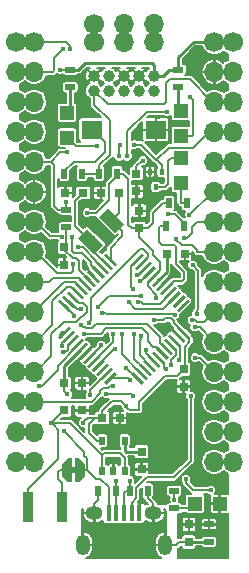
<source format=gtl>
G04 #@! TF.GenerationSoftware,KiCad,Pcbnew,5.0.2-bee76a0~70~ubuntu18.04.1*
G04 #@! TF.CreationDate,2018-12-18T09:47:30-08:00*
G04 #@! TF.ProjectId,Empyrean,456d7079-7265-4616-9e2e-6b696361645f,A*
G04 #@! TF.SameCoordinates,Original*
G04 #@! TF.FileFunction,Copper,L1,Top*
G04 #@! TF.FilePolarity,Positive*
%FSLAX46Y46*%
G04 Gerber Fmt 4.6, Leading zero omitted, Abs format (unit mm)*
G04 Created by KiCad (PCBNEW 5.0.2-bee76a0~70~ubuntu18.04.1) date Tue 18 Dec 2018 09:47:30 AM PST*
%MOMM*%
%LPD*%
G01*
G04 APERTURE LIST*
G04 #@! TA.AperFunction,ComponentPad*
%ADD10C,1.000000*%
G04 #@! TD*
G04 #@! TA.AperFunction,ComponentPad*
%ADD11O,1.700000X1.700000*%
G04 #@! TD*
G04 #@! TA.AperFunction,ComponentPad*
%ADD12C,1.700000*%
G04 #@! TD*
G04 #@! TA.AperFunction,SMDPad,CuDef*
%ADD13R,0.750000X0.800000*%
G04 #@! TD*
G04 #@! TA.AperFunction,SMDPad,CuDef*
%ADD14R,0.800000X0.750000*%
G04 #@! TD*
G04 #@! TA.AperFunction,SMDPad,CuDef*
%ADD15R,1.200000X1.200000*%
G04 #@! TD*
G04 #@! TA.AperFunction,SMDPad,CuDef*
%ADD16R,0.900000X2.500000*%
G04 #@! TD*
G04 #@! TA.AperFunction,SMDPad,CuDef*
%ADD17R,0.400000X1.350000*%
G04 #@! TD*
G04 #@! TA.AperFunction,ComponentPad*
%ADD18O,1.450000X1.150000*%
G04 #@! TD*
G04 #@! TA.AperFunction,ComponentPad*
%ADD19O,1.200000X1.750000*%
G04 #@! TD*
G04 #@! TA.AperFunction,SMDPad,CuDef*
%ADD20R,0.900000X0.500000*%
G04 #@! TD*
G04 #@! TA.AperFunction,SMDPad,CuDef*
%ADD21R,0.500000X0.900000*%
G04 #@! TD*
G04 #@! TA.AperFunction,SMDPad,CuDef*
%ADD22R,1.800000X1.600000*%
G04 #@! TD*
G04 #@! TA.AperFunction,SMDPad,CuDef*
%ADD23R,0.508000X0.762000*%
G04 #@! TD*
G04 #@! TA.AperFunction,SMDPad,CuDef*
%ADD24C,1.100000*%
G04 #@! TD*
G04 #@! TA.AperFunction,Conductor*
%ADD25C,0.100000*%
G04 #@! TD*
G04 #@! TA.AperFunction,SMDPad,CuDef*
%ADD26C,0.250000*%
G04 #@! TD*
G04 #@! TA.AperFunction,SMDPad,CuDef*
%ADD27R,0.400000X0.510000*%
G04 #@! TD*
G04 #@! TA.AperFunction,SMDPad,CuDef*
%ADD28C,0.500000*%
G04 #@! TD*
G04 #@! TA.AperFunction,SMDPad,CuDef*
%ADD29R,0.300000X2.000000*%
G04 #@! TD*
G04 #@! TA.AperFunction,SMDPad,CuDef*
%ADD30R,1.000000X0.500000*%
G04 #@! TD*
G04 #@! TA.AperFunction,ViaPad*
%ADD31C,0.400000*%
G04 #@! TD*
G04 #@! TA.AperFunction,Conductor*
%ADD32C,0.200000*%
G04 #@! TD*
G04 #@! TA.AperFunction,Conductor*
%ADD33C,0.250000*%
G04 #@! TD*
G04 #@! TA.AperFunction,Conductor*
%ADD34C,0.180000*%
G04 #@! TD*
G04 APERTURE END LIST*
D10*
G04 #@! TO.P,J2,10*
G04 #@! TO.N,RESET*
X131610000Y-105685000D03*
G04 #@! TO.P,J2,9*
G04 #@! TO.N,GND*
X131610000Y-104415000D03*
G04 #@! TO.P,J2,8*
G04 #@! TO.N,Net-(J2-Pad8)*
X132880000Y-105685000D03*
G04 #@! TO.P,J2,7*
G04 #@! TO.N,Net-(J2-Pad7)*
X132880000Y-104415000D03*
G04 #@! TO.P,J2,6*
G04 #@! TO.N,Net-(J2-Pad6)*
X134150000Y-105685000D03*
G04 #@! TO.P,J2,5*
G04 #@! TO.N,GND*
X134150000Y-104415000D03*
G04 #@! TO.P,J2,4*
G04 #@! TO.N,SWDCLK*
X135420000Y-105685000D03*
G04 #@! TO.P,J2,3*
G04 #@! TO.N,GND*
X135420000Y-104415000D03*
G04 #@! TO.P,J2,2*
G04 #@! TO.N,SWDIO*
X136690000Y-105685000D03*
G04 #@! TO.P,J2,1*
G04 #@! TO.N,+3.3V*
X136690000Y-104415000D03*
G04 #@! TD*
D11*
G04 #@! TO.P,J3,3*
G04 #@! TO.N,SPI_SCK*
X136690000Y-101550000D03*
G04 #@! TO.P,J3,2*
G04 #@! TO.N,SPI_MISO*
X134150000Y-101550000D03*
D12*
G04 #@! TO.P,J3,1*
G04 #@! TO.N,SPI_MOSI*
X131610000Y-101550000D03*
G04 #@! TD*
D11*
G04 #@! TO.P,REF\002A\002A,15*
G04 #@! TO.N,N/C*
X125010000Y-137110000D03*
G04 #@! TO.P,REF\002A\002A,14*
X125010000Y-134570000D03*
G04 #@! TO.P,REF\002A\002A,13*
X125010000Y-132030000D03*
G04 #@! TO.P,REF\002A\002A,12*
X125010000Y-129490000D03*
G04 #@! TO.P,REF\002A\002A,11*
X125010000Y-126950000D03*
G04 #@! TO.P,REF\002A\002A,10*
X125010000Y-124410000D03*
G04 #@! TO.P,REF\002A\002A,9*
X125010000Y-121870000D03*
G04 #@! TO.P,REF\002A\002A,8*
X125010000Y-119330000D03*
G04 #@! TO.P,REF\002A\002A,7*
X125010000Y-116790000D03*
G04 #@! TO.P,REF\002A\002A,6*
X125010000Y-114250000D03*
G04 #@! TO.P,REF\002A\002A,5*
X125010000Y-111710000D03*
G04 #@! TO.P,REF\002A\002A,4*
X125010000Y-109170000D03*
G04 #@! TO.P,REF\002A\002A,3*
X125010000Y-106630000D03*
G04 #@! TO.P,REF\002A\002A,2*
X125010000Y-104090000D03*
D12*
G04 #@! TO.P,REF\002A\002A,1*
X125010000Y-101550000D03*
G04 #@! TD*
G04 #@! TO.P,REF\002A\002A,1*
G04 #@! TO.N,N/C*
X143370000Y-101550000D03*
D11*
G04 #@! TO.P,REF\002A\002A,2*
X143370000Y-104090000D03*
G04 #@! TO.P,REF\002A\002A,3*
X143370000Y-106630000D03*
G04 #@! TO.P,REF\002A\002A,4*
X143370000Y-109170000D03*
G04 #@! TO.P,REF\002A\002A,5*
X143370000Y-111710000D03*
G04 #@! TO.P,REF\002A\002A,6*
X143370000Y-114250000D03*
G04 #@! TO.P,REF\002A\002A,7*
X143370000Y-116790000D03*
G04 #@! TO.P,REF\002A\002A,8*
X143370000Y-119330000D03*
G04 #@! TO.P,REF\002A\002A,9*
X143370000Y-121870000D03*
G04 #@! TO.P,REF\002A\002A,10*
X143370000Y-124410000D03*
G04 #@! TO.P,REF\002A\002A,11*
X143370000Y-126950000D03*
G04 #@! TO.P,REF\002A\002A,12*
X143370000Y-129490000D03*
G04 #@! TO.P,REF\002A\002A,13*
X143370000Y-132030000D03*
G04 #@! TO.P,REF\002A\002A,14*
X143370000Y-134570000D03*
G04 #@! TO.P,REF\002A\002A,15*
X143370000Y-137110000D03*
G04 #@! TD*
D12*
G04 #@! TO.P,J5,1*
G04 #@! TO.N,+3.3V*
X141800000Y-101550000D03*
D11*
G04 #@! TO.P,J5,2*
G04 #@! TO.N,GND*
X141800000Y-104090000D03*
G04 #@! TO.P,J5,3*
G04 #@! TO.N,RESET*
X141800000Y-106630000D03*
G04 #@! TO.P,J5,4*
G04 #@! TO.N,D13*
X141800000Y-109170000D03*
G04 #@! TO.P,J5,5*
G04 #@! TO.N,D12*
X141800000Y-111710000D03*
G04 #@! TO.P,J5,6*
G04 #@! TO.N,D11*
X141800000Y-114250000D03*
G04 #@! TO.P,J5,7*
G04 #@! TO.N,D10*
X141800000Y-116790000D03*
G04 #@! TO.P,J5,8*
G04 #@! TO.N,D9*
X141800000Y-119330000D03*
G04 #@! TO.P,J5,9*
G04 #@! TO.N,D8*
X141800000Y-121870000D03*
G04 #@! TO.P,J5,10*
G04 #@! TO.N,D7*
X141800000Y-124410000D03*
G04 #@! TO.P,J5,11*
G04 #@! TO.N,D6*
X141800000Y-126950000D03*
G04 #@! TO.P,J5,12*
G04 #@! TO.N,D5*
X141800000Y-129490000D03*
G04 #@! TO.P,J5,13*
G04 #@! TO.N,D4*
X141800000Y-132030000D03*
G04 #@! TO.P,J5,14*
G04 #@! TO.N,D3*
X141800000Y-134570000D03*
G04 #@! TO.P,J5,15*
G04 #@! TO.N,D2*
X141800000Y-137110000D03*
G04 #@! TD*
D12*
G04 #@! TO.P,J4,1*
G04 #@! TO.N,SCL*
X126550000Y-101550000D03*
D11*
G04 #@! TO.P,J4,2*
G04 #@! TO.N,SDA*
X126550000Y-104090000D03*
G04 #@! TO.P,J4,3*
G04 #@! TO.N,VUSB*
X126550000Y-106630000D03*
G04 #@! TO.P,J4,4*
G04 #@! TO.N,VIN*
X126550000Y-109170000D03*
G04 #@! TO.P,J4,5*
G04 #@! TO.N,+3.3V*
X126550000Y-111710000D03*
G04 #@! TO.P,J4,6*
G04 #@! TO.N,GND*
X126550000Y-114250000D03*
G04 #@! TO.P,J4,7*
G04 #@! TO.N,AREF*
X126550000Y-116790000D03*
G04 #@! TO.P,J4,8*
G04 #@! TO.N,A0*
X126550000Y-119330000D03*
G04 #@! TO.P,J4,9*
G04 #@! TO.N,A1*
X126550000Y-121870000D03*
G04 #@! TO.P,J4,10*
G04 #@! TO.N,A2*
X126550000Y-124410000D03*
G04 #@! TO.P,J4,11*
G04 #@! TO.N,A3*
X126550000Y-126950000D03*
G04 #@! TO.P,J4,12*
G04 #@! TO.N,A4*
X126550000Y-129490000D03*
G04 #@! TO.P,J4,13*
G04 #@! TO.N,A5*
X126550000Y-132030000D03*
G04 #@! TO.P,J4,14*
G04 #@! TO.N,D0/UART_RX*
X126550000Y-134570000D03*
G04 #@! TO.P,J4,15*
G04 #@! TO.N,D1/UART_TX*
X126550000Y-137110000D03*
G04 #@! TD*
D13*
G04 #@! TO.P,C1,1*
G04 #@! TO.N,GND*
X139650000Y-142400000D03*
G04 #@! TO.P,C1,2*
G04 #@! TO.N,Net-(C1-Pad2)*
X139650000Y-143900000D03*
G04 #@! TD*
G04 #@! TO.P,C2,1*
G04 #@! TO.N,Net-(C2-Pad1)*
X129100000Y-118950000D03*
G04 #@! TO.P,C2,2*
G04 #@! TO.N,GND*
X129100000Y-120450000D03*
G04 #@! TD*
D14*
G04 #@! TO.P,C3,1*
G04 #@! TO.N,VIN*
X129100000Y-132750000D03*
G04 #@! TO.P,C3,2*
G04 #@! TO.N,GND*
X130600000Y-132750000D03*
G04 #@! TD*
G04 #@! TO.P,C4,1*
G04 #@! TO.N,Net-(C4-Pad1)*
X133700000Y-114350000D03*
G04 #@! TO.P,C4,2*
G04 #@! TO.N,GND*
X132200000Y-114350000D03*
G04 #@! TD*
G04 #@! TO.P,C5,1*
G04 #@! TO.N,Net-(C5-Pad1)*
X130700000Y-114350000D03*
G04 #@! TO.P,C5,2*
G04 #@! TO.N,GND*
X129200000Y-114350000D03*
G04 #@! TD*
D13*
G04 #@! TO.P,C6,1*
G04 #@! TO.N,Net-(C6-Pad1)*
X135650000Y-136250000D03*
G04 #@! TO.P,C6,2*
G04 #@! TO.N,GND*
X135650000Y-137750000D03*
G04 #@! TD*
D14*
G04 #@! TO.P,C7,1*
G04 #@! TO.N,+3.3V*
X132300000Y-133400000D03*
G04 #@! TO.P,C7,2*
G04 #@! TO.N,GND*
X133800000Y-133400000D03*
G04 #@! TD*
D13*
G04 #@! TO.P,C8,1*
G04 #@! TO.N,+3.3V*
X135450000Y-117350000D03*
G04 #@! TO.P,C8,2*
G04 #@! TO.N,GND*
X135450000Y-115850000D03*
G04 #@! TD*
D14*
G04 #@! TO.P,C9,1*
G04 #@! TO.N,GND*
X139300000Y-119500000D03*
G04 #@! TO.P,C9,2*
G04 #@! TO.N,Net-(C9-Pad2)*
X137800000Y-119500000D03*
G04 #@! TD*
G04 #@! TO.P,C10,1*
G04 #@! TO.N,+3.3V*
X129100000Y-130450000D03*
G04 #@! TO.P,C10,2*
G04 #@! TO.N,GND*
X130600000Y-130450000D03*
G04 #@! TD*
D13*
G04 #@! TO.P,C11,1*
G04 #@! TO.N,RESET*
X135200000Y-112700000D03*
G04 #@! TO.P,C11,2*
G04 #@! TO.N,GND*
X135200000Y-114200000D03*
G04 #@! TD*
D15*
G04 #@! TO.P,D1,1*
G04 #@! TO.N,Net-(D1-Pad1)*
X129350000Y-107550000D03*
G04 #@! TO.P,D1,2*
G04 #@! TO.N,TX_LED*
X129350000Y-109650000D03*
G04 #@! TD*
G04 #@! TO.P,D2,1*
G04 #@! TO.N,Net-(D2-Pad1)*
X138950000Y-107400000D03*
G04 #@! TO.P,D2,2*
G04 #@! TO.N,RX_LED*
X138950000Y-109500000D03*
G04 #@! TD*
G04 #@! TO.P,D3,1*
G04 #@! TO.N,Net-(D3-Pad1)*
X138950000Y-113500000D03*
G04 #@! TO.P,D3,2*
G04 #@! TO.N,Net-(D3-Pad2)*
X138950000Y-111400000D03*
G04 #@! TD*
G04 #@! TO.P,D4,1*
G04 #@! TO.N,Net-(D4-Pad1)*
X140150000Y-140650000D03*
G04 #@! TO.P,D4,2*
G04 #@! TO.N,GND*
X142250000Y-140650000D03*
G04 #@! TD*
D16*
G04 #@! TO.P,F1,1*
G04 #@! TO.N,Net-(F1-Pad1)*
X128900000Y-140900000D03*
G04 #@! TO.P,F1,2*
G04 #@! TO.N,VIN*
X126000000Y-140900000D03*
G04 #@! TD*
D17*
G04 #@! TO.P,J1,1*
G04 #@! TO.N,VUSB*
X132850000Y-141450000D03*
G04 #@! TO.P,J1,2*
G04 #@! TO.N,DM*
X133500000Y-141450000D03*
G04 #@! TO.P,J1,3*
G04 #@! TO.N,DP*
X134150000Y-141450000D03*
G04 #@! TO.P,J1,4*
G04 #@! TO.N,Net-(J1-Pad4)*
X134800000Y-141450000D03*
G04 #@! TO.P,J1,5*
G04 #@! TO.N,GND*
X135450000Y-141450000D03*
D18*
G04 #@! TO.P,J1,6*
G04 #@! TO.N,Net-(C1-Pad2)*
X136650000Y-141450000D03*
X131650000Y-141450000D03*
D19*
X137650000Y-144150000D03*
X130650000Y-144150000D03*
G04 #@! TD*
D20*
G04 #@! TO.P,L1,1*
G04 #@! TO.N,+3.3V*
X129250000Y-115750000D03*
G04 #@! TO.P,L1,2*
G04 #@! TO.N,Net-(C2-Pad1)*
X129250000Y-117250000D03*
G04 #@! TD*
G04 #@! TO.P,R1,1*
G04 #@! TO.N,+3.3V*
X129600000Y-103900000D03*
G04 #@! TO.P,R1,2*
G04 #@! TO.N,Net-(D1-Pad1)*
X129600000Y-105400000D03*
G04 #@! TD*
G04 #@! TO.P,R2,1*
G04 #@! TO.N,GND*
X141350000Y-142400000D03*
G04 #@! TO.P,R2,2*
G04 #@! TO.N,Net-(C1-Pad2)*
X141350000Y-143900000D03*
G04 #@! TD*
D21*
G04 #@! TO.P,R3,1*
G04 #@! TO.N,USB_HOST_EN*
X137700000Y-117100000D03*
G04 #@! TO.P,R3,2*
G04 #@! TO.N,Net-(J1-Pad4)*
X139200000Y-117100000D03*
G04 #@! TD*
D20*
G04 #@! TO.P,R4,1*
G04 #@! TO.N,+3.3V*
X138750000Y-103900000D03*
G04 #@! TO.P,R4,2*
G04 #@! TO.N,Net-(D2-Pad1)*
X138750000Y-105400000D03*
G04 #@! TD*
D21*
G04 #@! TO.P,R6,1*
G04 #@! TO.N,+3.3V*
X137950000Y-115200000D03*
G04 #@! TO.P,R6,2*
G04 #@! TO.N,Net-(D3-Pad1)*
X139450000Y-115200000D03*
G04 #@! TD*
D20*
G04 #@! TO.P,R9,1*
G04 #@! TO.N,Net-(JP2-Pad2)*
X138400000Y-139550000D03*
G04 #@! TO.P,R9,2*
G04 #@! TO.N,Net-(D4-Pad1)*
X138400000Y-141050000D03*
G04 #@! TD*
D21*
G04 #@! TO.P,R10,1*
G04 #@! TO.N,+3.3V*
X133550000Y-112700000D03*
G04 #@! TO.P,R10,2*
G04 #@! TO.N,RESET*
X132050000Y-112700000D03*
G04 #@! TD*
G04 #@! TO.P,R11,1*
G04 #@! TO.N,Net-(R11-Pad1)*
X129100000Y-112700000D03*
G04 #@! TO.P,R11,2*
G04 #@! TO.N,RESET*
X130600000Y-112700000D03*
G04 #@! TD*
D22*
G04 #@! TO.P,S1,1*
G04 #@! TO.N,Net-(R11-Pad1)*
X131450000Y-109000000D03*
G04 #@! TO.P,S1,2*
G04 #@! TO.N,GND*
X136850000Y-109000000D03*
G04 #@! TD*
D23*
G04 #@! TO.P,U1,1*
G04 #@! TO.N,VIN*
X132297500Y-137870000D03*
G04 #@! TO.P,U1,3*
X134202500Y-137870000D03*
G04 #@! TO.P,U1,5*
G04 #@! TO.N,+3.3V*
X132297500Y-135330000D03*
G04 #@! TO.P,U1,2*
G04 #@! TO.N,GND*
X133250000Y-137870000D03*
G04 #@! TO.P,U1,4*
G04 #@! TO.N,Net-(C6-Pad1)*
X134202500Y-135330000D03*
G04 #@! TD*
D21*
G04 #@! TO.P,VR1,1*
G04 #@! TO.N,DP*
X134650000Y-139550000D03*
G04 #@! TO.P,VR1,2*
G04 #@! TO.N,Net-(C1-Pad2)*
X136150000Y-139550000D03*
G04 #@! TD*
G04 #@! TO.P,VR2,1*
G04 #@! TO.N,DM*
X133450000Y-139550000D03*
G04 #@! TO.P,VR2,2*
G04 #@! TO.N,Net-(C1-Pad2)*
X131950000Y-139550000D03*
G04 #@! TD*
D24*
G04 #@! TO.P,X1,1*
G04 #@! TO.N,Net-(C4-Pad1)*
X133083883Y-116666117D03*
D25*
G04 #@! TD*
G04 #@! TO.N,Net-(C4-Pad1)*
G04 #@! TO.C,X1*
G36*
X132801040Y-115605457D02*
X134144543Y-116948960D01*
X133366726Y-117726777D01*
X132023223Y-116383274D01*
X132801040Y-115605457D01*
X132801040Y-115605457D01*
G37*
D24*
G04 #@! TO.P,X1,2*
G04 #@! TO.N,Net-(C5-Pad1)*
X131316117Y-118433883D03*
D25*
G04 #@! TD*
G04 #@! TO.N,Net-(C5-Pad1)*
G04 #@! TO.C,X1*
G36*
X131033274Y-117373223D02*
X132376777Y-118716726D01*
X131598960Y-119494543D01*
X130255457Y-118151040D01*
X131033274Y-117373223D01*
X131033274Y-117373223D01*
G37*
D26*
G04 #@! TO.P,U2,1*
G04 #@! TO.N,Net-(C4-Pad1)*
X133018629Y-119979542D03*
D25*
G04 #@! TD*
G04 #@! TO.N,Net-(C4-Pad1)*
G04 #@! TO.C,U2*
G36*
X132470621Y-119608311D02*
X132647398Y-119431534D01*
X133566637Y-120350773D01*
X133389860Y-120527550D01*
X132470621Y-119608311D01*
X132470621Y-119608311D01*
G37*
D26*
G04 #@! TO.P,U2,2*
G04 #@! TO.N,Net-(C5-Pad1)*
X132665076Y-120333095D03*
D25*
G04 #@! TD*
G04 #@! TO.N,Net-(C5-Pad1)*
G04 #@! TO.C,U2*
G36*
X132117068Y-119961864D02*
X132293845Y-119785087D01*
X133213084Y-120704326D01*
X133036307Y-120881103D01*
X132117068Y-119961864D01*
X132117068Y-119961864D01*
G37*
D26*
G04 #@! TO.P,U2,3*
G04 #@! TO.N,A0*
X132311522Y-120686649D03*
D25*
G04 #@! TD*
G04 #@! TO.N,A0*
G04 #@! TO.C,U2*
G36*
X131763514Y-120315418D02*
X131940291Y-120138641D01*
X132859530Y-121057880D01*
X132682753Y-121234657D01*
X131763514Y-120315418D01*
X131763514Y-120315418D01*
G37*
D26*
G04 #@! TO.P,U2,4*
G04 #@! TO.N,AREF*
X131957969Y-121040202D03*
D25*
G04 #@! TD*
G04 #@! TO.N,AREF*
G04 #@! TO.C,U2*
G36*
X131409961Y-120668971D02*
X131586738Y-120492194D01*
X132505977Y-121411433D01*
X132329200Y-121588210D01*
X131409961Y-120668971D01*
X131409961Y-120668971D01*
G37*
D26*
G04 #@! TO.P,U2,5*
G04 #@! TO.N,GND*
X131604416Y-121393755D03*
D25*
G04 #@! TD*
G04 #@! TO.N,GND*
G04 #@! TO.C,U2*
G36*
X131056408Y-121022524D02*
X131233185Y-120845747D01*
X132152424Y-121764986D01*
X131975647Y-121941763D01*
X131056408Y-121022524D01*
X131056408Y-121022524D01*
G37*
D26*
G04 #@! TO.P,U2,6*
G04 #@! TO.N,Net-(C2-Pad1)*
X131250862Y-121747309D03*
D25*
G04 #@! TD*
G04 #@! TO.N,Net-(C2-Pad1)*
G04 #@! TO.C,U2*
G36*
X130702854Y-121376078D02*
X130879631Y-121199301D01*
X131798870Y-122118540D01*
X131622093Y-122295317D01*
X130702854Y-121376078D01*
X130702854Y-121376078D01*
G37*
D26*
G04 #@! TO.P,U2,7*
G04 #@! TO.N,A1*
X130897309Y-122100862D03*
D25*
G04 #@! TD*
G04 #@! TO.N,A1*
G04 #@! TO.C,U2*
G36*
X130349301Y-121729631D02*
X130526078Y-121552854D01*
X131445317Y-122472093D01*
X131268540Y-122648870D01*
X130349301Y-121729631D01*
X130349301Y-121729631D01*
G37*
D26*
G04 #@! TO.P,U2,8*
G04 #@! TO.N,A2*
X130543755Y-122454416D03*
D25*
G04 #@! TD*
G04 #@! TO.N,A2*
G04 #@! TO.C,U2*
G36*
X129995747Y-122083185D02*
X130172524Y-121906408D01*
X131091763Y-122825647D01*
X130914986Y-123002424D01*
X129995747Y-122083185D01*
X129995747Y-122083185D01*
G37*
D26*
G04 #@! TO.P,U2,9*
G04 #@! TO.N,A3*
X130190202Y-122807969D03*
D25*
G04 #@! TD*
G04 #@! TO.N,A3*
G04 #@! TO.C,U2*
G36*
X129642194Y-122436738D02*
X129818971Y-122259961D01*
X130738210Y-123179200D01*
X130561433Y-123355977D01*
X129642194Y-122436738D01*
X129642194Y-122436738D01*
G37*
D26*
G04 #@! TO.P,U2,10*
G04 #@! TO.N,A4*
X129836649Y-123161522D03*
D25*
G04 #@! TD*
G04 #@! TO.N,A4*
G04 #@! TO.C,U2*
G36*
X129288641Y-122790291D02*
X129465418Y-122613514D01*
X130384657Y-123532753D01*
X130207880Y-123709530D01*
X129288641Y-122790291D01*
X129288641Y-122790291D01*
G37*
D26*
G04 #@! TO.P,U2,11*
G04 #@! TO.N,D8*
X129483095Y-123515076D03*
D25*
G04 #@! TD*
G04 #@! TO.N,D8*
G04 #@! TO.C,U2*
G36*
X128935087Y-123143845D02*
X129111864Y-122967068D01*
X130031103Y-123886307D01*
X129854326Y-124063084D01*
X128935087Y-123143845D01*
X128935087Y-123143845D01*
G37*
D26*
G04 #@! TO.P,U2,12*
G04 #@! TO.N,D9*
X129129542Y-123868629D03*
D25*
G04 #@! TD*
G04 #@! TO.N,D9*
G04 #@! TO.C,U2*
G36*
X128581534Y-123497398D02*
X128758311Y-123320621D01*
X129677550Y-124239860D01*
X129500773Y-124416637D01*
X128581534Y-123497398D01*
X128581534Y-123497398D01*
G37*
D26*
G04 #@! TO.P,U2,13*
G04 #@! TO.N,D4*
X129129542Y-126131371D03*
D25*
G04 #@! TD*
G04 #@! TO.N,D4*
G04 #@! TO.C,U2*
G36*
X128758311Y-126679379D02*
X128581534Y-126502602D01*
X129500773Y-125583363D01*
X129677550Y-125760140D01*
X128758311Y-126679379D01*
X128758311Y-126679379D01*
G37*
D26*
G04 #@! TO.P,U2,14*
G04 #@! TO.N,D3*
X129483095Y-126484924D03*
D25*
G04 #@! TD*
G04 #@! TO.N,D3*
G04 #@! TO.C,U2*
G36*
X129111864Y-127032932D02*
X128935087Y-126856155D01*
X129854326Y-125936916D01*
X130031103Y-126113693D01*
X129111864Y-127032932D01*
X129111864Y-127032932D01*
G37*
D26*
G04 #@! TO.P,U2,15*
G04 #@! TO.N,D1/UART_TX*
X129836649Y-126838478D03*
D25*
G04 #@! TD*
G04 #@! TO.N,D1/UART_TX*
G04 #@! TO.C,U2*
G36*
X129465418Y-127386486D02*
X129288641Y-127209709D01*
X130207880Y-126290470D01*
X130384657Y-126467247D01*
X129465418Y-127386486D01*
X129465418Y-127386486D01*
G37*
D26*
G04 #@! TO.P,U2,16*
G04 #@! TO.N,D0/UART_RX*
X130190202Y-127192031D03*
D25*
G04 #@! TD*
G04 #@! TO.N,D0/UART_RX*
G04 #@! TO.C,U2*
G36*
X129818971Y-127740039D02*
X129642194Y-127563262D01*
X130561433Y-126644023D01*
X130738210Y-126820800D01*
X129818971Y-127740039D01*
X129818971Y-127740039D01*
G37*
D26*
G04 #@! TO.P,U2,17*
G04 #@! TO.N,+3.3V*
X130543755Y-127545584D03*
D25*
G04 #@! TD*
G04 #@! TO.N,+3.3V*
G04 #@! TO.C,U2*
G36*
X130172524Y-128093592D02*
X129995747Y-127916815D01*
X130914986Y-126997576D01*
X131091763Y-127174353D01*
X130172524Y-128093592D01*
X130172524Y-128093592D01*
G37*
D26*
G04 #@! TO.P,U2,18*
G04 #@! TO.N,GND*
X130897309Y-127899138D03*
D25*
G04 #@! TD*
G04 #@! TO.N,GND*
G04 #@! TO.C,U2*
G36*
X130526078Y-128447146D02*
X130349301Y-128270369D01*
X131268540Y-127351130D01*
X131445317Y-127527907D01*
X130526078Y-128447146D01*
X130526078Y-128447146D01*
G37*
D26*
G04 #@! TO.P,U2,19*
G04 #@! TO.N,SPI_MOSI*
X131250862Y-128252691D03*
D25*
G04 #@! TD*
G04 #@! TO.N,SPI_MOSI*
G04 #@! TO.C,U2*
G36*
X130879631Y-128800699D02*
X130702854Y-128623922D01*
X131622093Y-127704683D01*
X131798870Y-127881460D01*
X130879631Y-128800699D01*
X130879631Y-128800699D01*
G37*
D26*
G04 #@! TO.P,U2,20*
G04 #@! TO.N,SPI_SCK*
X131604416Y-128606245D03*
D25*
G04 #@! TD*
G04 #@! TO.N,SPI_SCK*
G04 #@! TO.C,U2*
G36*
X131233185Y-129154253D02*
X131056408Y-128977476D01*
X131975647Y-128058237D01*
X132152424Y-128235014D01*
X131233185Y-129154253D01*
X131233185Y-129154253D01*
G37*
D26*
G04 #@! TO.P,U2,21*
G04 #@! TO.N,SPI_MISO*
X131957969Y-128959798D03*
D25*
G04 #@! TD*
G04 #@! TO.N,SPI_MISO*
G04 #@! TO.C,U2*
G36*
X131586738Y-129507806D02*
X131409961Y-129331029D01*
X132329200Y-128411790D01*
X132505977Y-128588567D01*
X131586738Y-129507806D01*
X131586738Y-129507806D01*
G37*
D26*
G04 #@! TO.P,U2,22*
G04 #@! TO.N,Net-(U2-Pad22)*
X132311522Y-129313351D03*
D25*
G04 #@! TD*
G04 #@! TO.N,Net-(U2-Pad22)*
G04 #@! TO.C,U2*
G36*
X131940291Y-129861359D02*
X131763514Y-129684582D01*
X132682753Y-128765343D01*
X132859530Y-128942120D01*
X131940291Y-129861359D01*
X131940291Y-129861359D01*
G37*
D26*
G04 #@! TO.P,U2,23*
G04 #@! TO.N,D2*
X132665076Y-129666905D03*
D25*
G04 #@! TD*
G04 #@! TO.N,D2*
G04 #@! TO.C,U2*
G36*
X132293845Y-130214913D02*
X132117068Y-130038136D01*
X133036307Y-129118897D01*
X133213084Y-129295674D01*
X132293845Y-130214913D01*
X132293845Y-130214913D01*
G37*
D26*
G04 #@! TO.P,U2,24*
G04 #@! TO.N,D5*
X133018629Y-130020458D03*
D25*
G04 #@! TD*
G04 #@! TO.N,D5*
G04 #@! TO.C,U2*
G36*
X132647398Y-130568466D02*
X132470621Y-130391689D01*
X133389860Y-129472450D01*
X133566637Y-129649227D01*
X132647398Y-130568466D01*
X132647398Y-130568466D01*
G37*
D26*
G04 #@! TO.P,U2,25*
G04 #@! TO.N,D11*
X135281371Y-130020458D03*
D25*
G04 #@! TD*
G04 #@! TO.N,D11*
G04 #@! TO.C,U2*
G36*
X134733363Y-129649227D02*
X134910140Y-129472450D01*
X135829379Y-130391689D01*
X135652602Y-130568466D01*
X134733363Y-129649227D01*
X134733363Y-129649227D01*
G37*
D26*
G04 #@! TO.P,U2,26*
G04 #@! TO.N,D13*
X135634924Y-129666905D03*
D25*
G04 #@! TD*
G04 #@! TO.N,D13*
G04 #@! TO.C,U2*
G36*
X135086916Y-129295674D02*
X135263693Y-129118897D01*
X136182932Y-130038136D01*
X136006155Y-130214913D01*
X135086916Y-129295674D01*
X135086916Y-129295674D01*
G37*
D26*
G04 #@! TO.P,U2,27*
G04 #@! TO.N,D10*
X135988478Y-129313351D03*
D25*
G04 #@! TD*
G04 #@! TO.N,D10*
G04 #@! TO.C,U2*
G36*
X135440470Y-128942120D02*
X135617247Y-128765343D01*
X136536486Y-129684582D01*
X136359709Y-129861359D01*
X135440470Y-128942120D01*
X135440470Y-128942120D01*
G37*
D26*
G04 #@! TO.P,U2,28*
G04 #@! TO.N,D12*
X136342031Y-128959798D03*
D25*
G04 #@! TD*
G04 #@! TO.N,D12*
G04 #@! TO.C,U2*
G36*
X135794023Y-128588567D02*
X135970800Y-128411790D01*
X136890039Y-129331029D01*
X136713262Y-129507806D01*
X135794023Y-128588567D01*
X135794023Y-128588567D01*
G37*
D26*
G04 #@! TO.P,U2,29*
G04 #@! TO.N,D6*
X136695584Y-128606245D03*
D25*
G04 #@! TD*
G04 #@! TO.N,D6*
G04 #@! TO.C,U2*
G36*
X136147576Y-128235014D02*
X136324353Y-128058237D01*
X137243592Y-128977476D01*
X137066815Y-129154253D01*
X136147576Y-128235014D01*
X136147576Y-128235014D01*
G37*
D26*
G04 #@! TO.P,U2,30*
G04 #@! TO.N,D7*
X137049138Y-128252691D03*
D25*
G04 #@! TD*
G04 #@! TO.N,D7*
G04 #@! TO.C,U2*
G36*
X136501130Y-127881460D02*
X136677907Y-127704683D01*
X137597146Y-128623922D01*
X137420369Y-128800699D01*
X136501130Y-127881460D01*
X136501130Y-127881460D01*
G37*
D26*
G04 #@! TO.P,U2,31*
G04 #@! TO.N,SDA*
X137402691Y-127899138D03*
D25*
G04 #@! TD*
G04 #@! TO.N,SDA*
G04 #@! TO.C,U2*
G36*
X136854683Y-127527907D02*
X137031460Y-127351130D01*
X137950699Y-128270369D01*
X137773922Y-128447146D01*
X136854683Y-127527907D01*
X136854683Y-127527907D01*
G37*
D26*
G04 #@! TO.P,U2,32*
G04 #@! TO.N,SCL*
X137756245Y-127545584D03*
D25*
G04 #@! TD*
G04 #@! TO.N,SCL*
G04 #@! TO.C,U2*
G36*
X137208237Y-127174353D02*
X137385014Y-126997576D01*
X138304253Y-127916815D01*
X138127476Y-128093592D01*
X137208237Y-127174353D01*
X137208237Y-127174353D01*
G37*
D26*
G04 #@! TO.P,U2,33*
G04 #@! TO.N,DM*
X138109798Y-127192031D03*
D25*
G04 #@! TD*
G04 #@! TO.N,DM*
G04 #@! TO.C,U2*
G36*
X137561790Y-126820800D02*
X137738567Y-126644023D01*
X138657806Y-127563262D01*
X138481029Y-127740039D01*
X137561790Y-126820800D01*
X137561790Y-126820800D01*
G37*
D26*
G04 #@! TO.P,U2,34*
G04 #@! TO.N,DP*
X138463351Y-126838478D03*
D25*
G04 #@! TD*
G04 #@! TO.N,DP*
G04 #@! TO.C,U2*
G36*
X137915343Y-126467247D02*
X138092120Y-126290470D01*
X139011359Y-127209709D01*
X138834582Y-127386486D01*
X137915343Y-126467247D01*
X137915343Y-126467247D01*
G37*
D26*
G04 #@! TO.P,U2,35*
G04 #@! TO.N,GND*
X138816905Y-126484924D03*
D25*
G04 #@! TD*
G04 #@! TO.N,GND*
G04 #@! TO.C,U2*
G36*
X138268897Y-126113693D02*
X138445674Y-125936916D01*
X139364913Y-126856155D01*
X139188136Y-127032932D01*
X138268897Y-126113693D01*
X138268897Y-126113693D01*
G37*
D26*
G04 #@! TO.P,U2,36*
G04 #@! TO.N,+3.3V*
X139170458Y-126131371D03*
D25*
G04 #@! TD*
G04 #@! TO.N,+3.3V*
G04 #@! TO.C,U2*
G36*
X138622450Y-125760140D02*
X138799227Y-125583363D01*
X139718466Y-126502602D01*
X139541689Y-126679379D01*
X138622450Y-125760140D01*
X138622450Y-125760140D01*
G37*
D26*
G04 #@! TO.P,U2,37*
G04 #@! TO.N,Net-(U2-Pad37)*
X139170458Y-123868629D03*
D25*
G04 #@! TD*
G04 #@! TO.N,Net-(U2-Pad37)*
G04 #@! TO.C,U2*
G36*
X138799227Y-124416637D02*
X138622450Y-124239860D01*
X139541689Y-123320621D01*
X139718466Y-123497398D01*
X138799227Y-124416637D01*
X138799227Y-124416637D01*
G37*
D26*
G04 #@! TO.P,U2,38*
G04 #@! TO.N,Net-(U2-Pad38)*
X138816905Y-123515076D03*
D25*
G04 #@! TD*
G04 #@! TO.N,Net-(U2-Pad38)*
G04 #@! TO.C,U2*
G36*
X138445674Y-124063084D02*
X138268897Y-123886307D01*
X139188136Y-122967068D01*
X139364913Y-123143845D01*
X138445674Y-124063084D01*
X138445674Y-124063084D01*
G37*
D26*
G04 #@! TO.P,U2,39*
G04 #@! TO.N,TX_LED*
X138463351Y-123161522D03*
D25*
G04 #@! TD*
G04 #@! TO.N,TX_LED*
G04 #@! TO.C,U2*
G36*
X138092120Y-123709530D02*
X137915343Y-123532753D01*
X138834582Y-122613514D01*
X139011359Y-122790291D01*
X138092120Y-123709530D01*
X138092120Y-123709530D01*
G37*
D26*
G04 #@! TO.P,U2,40*
G04 #@! TO.N,RESET*
X138109798Y-122807969D03*
D25*
G04 #@! TD*
G04 #@! TO.N,RESET*
G04 #@! TO.C,U2*
G36*
X137738567Y-123355977D02*
X137561790Y-123179200D01*
X138481029Y-122259961D01*
X138657806Y-122436738D01*
X137738567Y-123355977D01*
X137738567Y-123355977D01*
G37*
D26*
G04 #@! TO.P,U2,41*
G04 #@! TO.N,USB_HOST_EN*
X137756245Y-122454416D03*
D25*
G04 #@! TD*
G04 #@! TO.N,USB_HOST_EN*
G04 #@! TO.C,U2*
G36*
X137385014Y-123002424D02*
X137208237Y-122825647D01*
X138127476Y-121906408D01*
X138304253Y-122083185D01*
X137385014Y-123002424D01*
X137385014Y-123002424D01*
G37*
D26*
G04 #@! TO.P,U2,42*
G04 #@! TO.N,GND*
X137402691Y-122100862D03*
D25*
G04 #@! TD*
G04 #@! TO.N,GND*
G04 #@! TO.C,U2*
G36*
X137031460Y-122648870D02*
X136854683Y-122472093D01*
X137773922Y-121552854D01*
X137950699Y-121729631D01*
X137031460Y-122648870D01*
X137031460Y-122648870D01*
G37*
D26*
G04 #@! TO.P,U2,43*
G04 #@! TO.N,Net-(C9-Pad2)*
X137049138Y-121747309D03*
D25*
G04 #@! TD*
G04 #@! TO.N,Net-(C9-Pad2)*
G04 #@! TO.C,U2*
G36*
X136677907Y-122295317D02*
X136501130Y-122118540D01*
X137420369Y-121199301D01*
X137597146Y-121376078D01*
X136677907Y-122295317D01*
X136677907Y-122295317D01*
G37*
D26*
G04 #@! TO.P,U2,44*
G04 #@! TO.N,+3.3V*
X136695584Y-121393755D03*
D25*
G04 #@! TD*
G04 #@! TO.N,+3.3V*
G04 #@! TO.C,U2*
G36*
X136324353Y-121941763D02*
X136147576Y-121764986D01*
X137066815Y-120845747D01*
X137243592Y-121022524D01*
X136324353Y-121941763D01*
X136324353Y-121941763D01*
G37*
D26*
G04 #@! TO.P,U2,45*
G04 #@! TO.N,SWDCLK*
X136342031Y-121040202D03*
D25*
G04 #@! TD*
G04 #@! TO.N,SWDCLK*
G04 #@! TO.C,U2*
G36*
X135970800Y-121588210D02*
X135794023Y-121411433D01*
X136713262Y-120492194D01*
X136890039Y-120668971D01*
X135970800Y-121588210D01*
X135970800Y-121588210D01*
G37*
D26*
G04 #@! TO.P,U2,46*
G04 #@! TO.N,SWDIO*
X135988478Y-120686649D03*
D25*
G04 #@! TD*
G04 #@! TO.N,SWDIO*
G04 #@! TO.C,U2*
G36*
X135617247Y-121234657D02*
X135440470Y-121057880D01*
X136359709Y-120138641D01*
X136536486Y-120315418D01*
X135617247Y-121234657D01*
X135617247Y-121234657D01*
G37*
D26*
G04 #@! TO.P,U2,47*
G04 #@! TO.N,A5*
X135634924Y-120333095D03*
D25*
G04 #@! TD*
G04 #@! TO.N,A5*
G04 #@! TO.C,U2*
G36*
X135263693Y-120881103D02*
X135086916Y-120704326D01*
X136006155Y-119785087D01*
X136182932Y-119961864D01*
X135263693Y-120881103D01*
X135263693Y-120881103D01*
G37*
D26*
G04 #@! TO.P,U2,48*
G04 #@! TO.N,RX_LED*
X135281371Y-119979542D03*
D25*
G04 #@! TD*
G04 #@! TO.N,RX_LED*
G04 #@! TO.C,U2*
G36*
X134910140Y-120527550D02*
X134733363Y-120350773D01*
X135652602Y-119431534D01*
X135829379Y-119608311D01*
X134910140Y-120527550D01*
X134910140Y-120527550D01*
G37*
D13*
G04 #@! TO.P,C12,1*
G04 #@! TO.N,+3.3V*
X139200000Y-129250000D03*
G04 #@! TO.P,C12,2*
G04 #@! TO.N,GND*
X139200000Y-130750000D03*
G04 #@! TD*
D27*
G04 #@! TO.P,Q1,1*
G04 #@! TO.N,GND*
X136350000Y-112550000D03*
G04 #@! TO.P,Q1,2*
G04 #@! TO.N,D13*
X137350000Y-112550000D03*
G04 #@! TO.P,Q1,3*
G04 #@! TO.N,Net-(D3-Pad2)*
X136850000Y-113850000D03*
G04 #@! TD*
D28*
G04 #@! TO.P,JP1,2*
G04 #@! TO.N,Net-(F1-Pad1)*
X129170000Y-137790000D03*
D25*
G04 #@! TD*
G04 #@! TO.N,Net-(F1-Pad1)*
G04 #@! TO.C,JP1*
G36*
X129420000Y-136790000D02*
X129420000Y-138790000D01*
X128920000Y-138290000D01*
X128920000Y-137290000D01*
X129420000Y-136790000D01*
X129420000Y-136790000D01*
G37*
D28*
G04 #@! TO.P,JP1,1*
G04 #@! TO.N,VUSB*
X130570000Y-137790000D03*
D25*
G04 #@! TD*
G04 #@! TO.N,VUSB*
G04 #@! TO.C,JP1*
G36*
X130820000Y-137290000D02*
X130820000Y-138290000D01*
X130320000Y-138790000D01*
X130320000Y-136790000D01*
X130820000Y-137290000D01*
X130820000Y-137290000D01*
G37*
D29*
G04 #@! TO.P,JP1,1*
G04 #@! TO.N,VUSB*
X130190000Y-137790000D03*
G04 #@! TO.P,JP1,2*
G04 #@! TO.N,Net-(F1-Pad1)*
X129550000Y-137790000D03*
D30*
G04 #@! TO.P,JP1,*
G04 #@! TO.N,*
X129870000Y-137790000D03*
G04 #@! TD*
D11*
G04 #@! TO.P,REF\002A\002A,3*
G04 #@! TO.N,N/C*
X136690000Y-100000000D03*
G04 #@! TO.P,REF\002A\002A,2*
X134150000Y-100000000D03*
D12*
G04 #@! TO.P,REF\002A\002A,1*
X131610000Y-100000000D03*
G04 #@! TD*
D31*
G04 #@! TO.N,GND*
X131639979Y-134132906D03*
X129200000Y-113550000D03*
X130550000Y-116950000D03*
X130821080Y-120328912D03*
X138739979Y-121344249D03*
X139295985Y-120448104D03*
X139600000Y-122250000D03*
X137850000Y-125450000D03*
X133750000Y-132550000D03*
X133250000Y-134350000D03*
X130600000Y-131450000D03*
X131950000Y-132300000D03*
X137300000Y-140550000D03*
X135700000Y-140550000D03*
X134850000Y-137250000D03*
X133250000Y-136900000D03*
X135450000Y-109000000D03*
X135450000Y-110800000D03*
X139270000Y-108460000D03*
X137668000Y-110200000D03*
X129100000Y-119700000D03*
X137000000Y-107900000D03*
X140450000Y-132850000D03*
X137050000Y-132050000D03*
X139650000Y-102850000D03*
X129200000Y-116500000D03*
G04 #@! TO.N,VIN*
X127994947Y-133822658D03*
G04 #@! TO.N,+3.3V*
X141500000Y-139500000D03*
X130694258Y-133786249D03*
X131030010Y-116016057D03*
X134335592Y-132400977D03*
X128750000Y-103900000D03*
X129250000Y-115105002D03*
X136900000Y-123250000D03*
X136700000Y-125100000D03*
X139400000Y-138600000D03*
X129366053Y-110900000D03*
X129366053Y-131407517D03*
G04 #@! TO.N,TX_LED*
X131846605Y-110380352D03*
X134563544Y-123581042D03*
G04 #@! TO.N,RX_LED*
X134900000Y-122450000D03*
X139750000Y-106250000D03*
G04 #@! TO.N,DM*
X133450000Y-138700000D03*
X138150000Y-128950000D03*
G04 #@! TO.N,DP*
X138822218Y-128473682D03*
X134650000Y-138700000D03*
G04 #@! TO.N,Net-(J1-Pad4)*
X139979398Y-120458066D03*
X139800000Y-131549990D03*
X137900000Y-116150000D03*
X140300000Y-124600000D03*
G04 #@! TO.N,SWDIO*
X135272367Y-121270430D03*
G04 #@! TO.N,SWDCLK*
X135475583Y-121813666D03*
G04 #@! TO.N,RESET*
X135300000Y-123575022D03*
X135750001Y-111600000D03*
G04 #@! TO.N,SPI_MOSI*
X132233461Y-127224937D03*
G04 #@! TO.N,SPI_MISO*
X133401569Y-127551569D03*
G04 #@! TO.N,SPI_SCK*
X133215190Y-126280010D03*
G04 #@! TO.N,SCL*
X130509706Y-125529536D03*
X129600000Y-102150000D03*
G04 #@! TO.N,SDA*
X130798124Y-126255381D03*
X129000000Y-102150000D03*
G04 #@! TO.N,AREF*
X129756077Y-118050000D03*
X128900000Y-118050000D03*
G04 #@! TO.N,A0*
X129861068Y-120350009D03*
X130235011Y-118950000D03*
G04 #@! TO.N,A5*
X131193607Y-125324473D03*
X133226007Y-130718112D03*
G04 #@! TO.N,D0/UART_RX*
X126970635Y-130683848D03*
G04 #@! TO.N,D1/UART_TX*
X128950010Y-127845532D03*
G04 #@! TO.N,D13*
X133850000Y-110249980D03*
X134969990Y-110250000D03*
X133700000Y-111250000D03*
X133960171Y-126280010D03*
G04 #@! TO.N,D12*
X134450000Y-111250000D03*
X135595967Y-126429614D03*
X137800000Y-107450000D03*
G04 #@! TO.N,D11*
X139700000Y-116200000D03*
X134362771Y-129137228D03*
G04 #@! TO.N,D10*
X135035581Y-126280010D03*
X139208312Y-118169425D03*
G04 #@! TO.N,D9*
X135626686Y-123050012D03*
X131919467Y-123998304D03*
X138583437Y-118254464D03*
X129910043Y-124750000D03*
G04 #@! TO.N,D8*
X138482116Y-124642874D03*
X132269990Y-124495839D03*
X130520898Y-124201442D03*
G04 #@! TO.N,D7*
X137698201Y-129290734D03*
X139910918Y-125136394D03*
G04 #@! TO.N,D6*
X136000000Y-127600000D03*
X140132201Y-125701134D03*
G04 #@! TO.N,D5*
X134652921Y-130175333D03*
X140186181Y-128301332D03*
G04 #@! TO.N,D4*
X134894193Y-131515355D03*
X132633618Y-131363604D03*
X128830010Y-126443867D03*
G04 #@! TO.N,D3*
X128913296Y-127279917D03*
G04 #@! TO.N,D2*
X131269990Y-131444067D03*
G04 #@! TO.N,Net-(JP2-Pad2)*
X138400000Y-140300000D03*
G04 #@! TO.N,VUSB*
X129050000Y-134510000D03*
G04 #@! TD*
D32*
G04 #@! TO.N,GND*
X131682319Y-134132906D02*
X131639979Y-134132906D01*
X131899410Y-134349997D02*
X131682319Y-134132906D01*
X131899413Y-134350000D02*
X131899410Y-134349997D01*
X133250000Y-134350000D02*
X131899413Y-134350000D01*
X129200000Y-114350000D02*
X129200000Y-113550000D01*
X130550000Y-116950000D02*
X130550000Y-115650000D01*
X130550000Y-115650000D02*
X130950000Y-115250000D01*
X130950000Y-115250000D02*
X131950000Y-115250000D01*
X131950000Y-115250000D02*
X132200000Y-115000000D01*
X132200000Y-115000000D02*
X132200000Y-114350000D01*
X130821080Y-120610419D02*
X130821080Y-120328912D01*
X131604416Y-121393755D02*
X130821080Y-120610419D01*
X138457137Y-121344249D02*
X138739979Y-121344249D01*
X138159304Y-121344249D02*
X138457137Y-121344249D01*
X137402691Y-122100862D02*
X138159304Y-121344249D01*
X139300000Y-119500000D02*
X139300000Y-120444089D01*
X139300000Y-120444089D02*
X139295985Y-120448104D01*
X139600000Y-120752119D02*
X139295985Y-120448104D01*
X139600000Y-122250000D02*
X139600000Y-120752119D01*
X138816905Y-126416905D02*
X137850000Y-125450000D01*
X138816905Y-126484924D02*
X138816905Y-126416905D01*
X133800000Y-133400000D02*
X133800000Y-132600000D01*
X133800000Y-132600000D02*
X133750000Y-132550000D01*
X133800000Y-133400000D02*
X133800000Y-133800000D01*
X133800000Y-133800000D02*
X133250000Y-134350000D01*
X133800000Y-133400000D02*
X133775000Y-133400000D01*
X130600000Y-130450000D02*
X130600000Y-131450000D01*
X131500001Y-132499999D02*
X131250000Y-132750000D01*
X131250000Y-132750000D02*
X130600000Y-132750000D01*
X131950000Y-132300000D02*
X131750001Y-132499999D01*
X131750001Y-132499999D02*
X131500001Y-132499999D01*
X135450000Y-141450000D02*
X135450000Y-140800000D01*
X135450000Y-140800000D02*
X135700000Y-140550000D01*
X134850000Y-137650000D02*
X134950000Y-137750000D01*
X134950000Y-137750000D02*
X135650000Y-137750000D01*
X134850000Y-137250000D02*
X134850000Y-137650000D01*
X133250000Y-137870000D02*
X133250000Y-136900000D01*
X135450000Y-109000000D02*
X136850000Y-109000000D01*
G04 #@! TO.N,Net-(C1-Pad2)*
X138850000Y-143900000D02*
X138600000Y-144150000D01*
X138600000Y-144150000D02*
X137650000Y-144150000D01*
X139650000Y-143900000D02*
X138850000Y-143900000D01*
X136500000Y-140550000D02*
X136525000Y-140550000D01*
X136525000Y-140550000D02*
X136650000Y-140675000D01*
X136650000Y-140675000D02*
X136650000Y-141450000D01*
X136150000Y-139550000D02*
X136150000Y-140200000D01*
X136150000Y-140200000D02*
X136500000Y-140550000D01*
X131650000Y-141450000D02*
X131650000Y-140675000D01*
X131650000Y-140675000D02*
X131950000Y-140375000D01*
X131950000Y-140375000D02*
X131950000Y-139550000D01*
D33*
X141350000Y-143900000D02*
X139650000Y-143900000D01*
D32*
G04 #@! TO.N,Net-(C2-Pad1)*
X129100000Y-119147820D02*
X129100000Y-118950000D01*
X130112567Y-119869999D02*
X129822179Y-119869999D01*
X131250862Y-121747309D02*
X130341078Y-120837525D01*
X130341078Y-120837525D02*
X130341078Y-120098510D01*
X130341078Y-120098510D02*
X130112567Y-119869999D01*
X129822179Y-119869999D02*
X129100000Y-119147820D01*
X129276067Y-118773933D02*
X129100000Y-118950000D01*
X129276067Y-117726067D02*
X129276067Y-118773933D01*
X129250000Y-117700000D02*
X129276067Y-117726067D01*
X129250000Y-117250000D02*
X129250000Y-117700000D01*
G04 #@! TO.N,VIN*
X132297500Y-137870000D02*
X132297500Y-136552500D01*
X134202500Y-136752500D02*
X134202500Y-137870000D01*
X133850000Y-136400000D02*
X134202500Y-136752500D01*
X132450000Y-136400000D02*
X133850000Y-136400000D01*
X132297500Y-136552500D02*
X132450000Y-136400000D01*
X129100000Y-132750000D02*
X129125000Y-132750000D01*
X128589990Y-134417701D02*
X128194946Y-134022657D01*
X128277789Y-133822658D02*
X127994947Y-133822658D01*
X129075000Y-132750000D02*
X128002342Y-133822658D01*
X128002342Y-133822658D02*
X127994947Y-133822658D01*
X128194946Y-134022657D02*
X127994947Y-133822658D01*
X126000000Y-139450000D02*
X128589990Y-136860010D01*
X126000000Y-140900000D02*
X126000000Y-139450000D01*
X128589990Y-136860010D02*
X128589990Y-134417701D01*
X132297500Y-136552500D02*
X129567658Y-133822658D01*
X129567658Y-133822658D02*
X128277789Y-133822658D01*
X129100000Y-132750000D02*
X129075000Y-132750000D01*
G04 #@! TO.N,Net-(C4-Pad1)*
X133083883Y-116666117D02*
X133700000Y-116050000D01*
X133700000Y-116050000D02*
X133700000Y-114350000D01*
X134000000Y-118000000D02*
X134000000Y-117582234D01*
X134000000Y-117582234D02*
X133083883Y-116666117D01*
X133018629Y-118981371D02*
X134000000Y-118000000D01*
X133018629Y-119979542D02*
X133018629Y-118981371D01*
G04 #@! TO.N,Net-(C5-Pad1)*
X130675000Y-114350000D02*
X130700000Y-114350000D01*
X131316117Y-118433883D02*
X130019998Y-117137764D01*
X130019998Y-117137764D02*
X130019998Y-115005002D01*
X130019998Y-115005002D02*
X130675000Y-114350000D01*
X132665076Y-120333095D02*
X131316117Y-118984136D01*
X131316117Y-118984136D02*
X131316117Y-118433883D01*
D33*
G04 #@! TO.N,Net-(C6-Pad1)*
X134200000Y-136150000D02*
X134300000Y-136250000D01*
X134300000Y-136250000D02*
X135650000Y-136250000D01*
X134200000Y-135459500D02*
X134200000Y-136150000D01*
X134202500Y-135330000D02*
X134202500Y-135457000D01*
X134202500Y-135457000D02*
X134200000Y-135459500D01*
D32*
G04 #@! TO.N,+3.3V*
X139400000Y-138600000D02*
X139400000Y-138500000D01*
X139400000Y-138600000D02*
X139400000Y-138900000D01*
X140000000Y-139500000D02*
X141500000Y-139500000D01*
X139400000Y-138900000D02*
X140000000Y-139500000D01*
X131080507Y-133400000D02*
X130894257Y-133586250D01*
X132300000Y-133400000D02*
X131080507Y-133400000D01*
X131700000Y-133400000D02*
X132300000Y-133400000D01*
X131843500Y-135330000D02*
X131159977Y-134646477D01*
X132297500Y-135330000D02*
X131843500Y-135330000D01*
X131662481Y-133400000D02*
X131700000Y-133400000D01*
X131159977Y-134646477D02*
X131159977Y-133902504D01*
X131159977Y-133902504D02*
X131662481Y-133400000D01*
X130894257Y-133586250D02*
X130694258Y-133786249D01*
X132880001Y-114949001D02*
X131812945Y-116016057D01*
X132880001Y-113569999D02*
X132880001Y-114949001D01*
X133550000Y-112900000D02*
X132880001Y-113569999D01*
X131812945Y-116016057D02*
X131312852Y-116016057D01*
X133550000Y-112700000D02*
X133550000Y-112900000D01*
X131312852Y-116016057D02*
X131030010Y-116016057D01*
X139170458Y-126131371D02*
X138380002Y-125340915D01*
X137489596Y-125100000D02*
X136982842Y-125100000D01*
X137619598Y-124969998D02*
X137489596Y-125100000D01*
X138380002Y-125219598D02*
X138130402Y-124969998D01*
X138380002Y-125340915D02*
X138380002Y-125219598D01*
X138130402Y-124969998D02*
X137619598Y-124969998D01*
X136982842Y-125100000D02*
X136700000Y-125100000D01*
X134634615Y-132700000D02*
X134535591Y-132600976D01*
X134750000Y-132700000D02*
X134634615Y-132700000D01*
X132300000Y-132825000D02*
X133129688Y-131995312D01*
X132300000Y-133400000D02*
X132300000Y-132825000D01*
X134535591Y-132600976D02*
X134335592Y-132400977D01*
X133929927Y-131995312D02*
X134135593Y-132200978D01*
X134135593Y-132200978D02*
X134335592Y-132400977D01*
X133129688Y-131995312D02*
X133929927Y-131995312D01*
X134750000Y-132700000D02*
X134719998Y-132669998D01*
X132325000Y-133400000D02*
X132300000Y-133400000D01*
X129600000Y-103900000D02*
X128750000Y-103900000D01*
D33*
X130543755Y-127555236D02*
X130543755Y-127545584D01*
X129100000Y-128998991D02*
X130543755Y-127555236D01*
X129100000Y-130450000D02*
X129100000Y-128998991D01*
D32*
X129250000Y-115105002D02*
X129250000Y-115750000D01*
X136900000Y-123250000D02*
X136900000Y-122967158D01*
X136900000Y-122967158D02*
X136165255Y-122232413D01*
X136165255Y-122232413D02*
X136165255Y-121924084D01*
X136165255Y-121924084D02*
X136695584Y-121393755D01*
D33*
X129600000Y-103900000D02*
X130300000Y-103900000D01*
X130300000Y-103900000D02*
X130850000Y-103350000D01*
X130850000Y-103350000D02*
X136550000Y-103350000D01*
X136550000Y-103350000D02*
X136690000Y-103490000D01*
X136690000Y-103490000D02*
X136690000Y-104415000D01*
D32*
X136615263Y-119265263D02*
X135450000Y-118100000D01*
X135450000Y-118100000D02*
X135450000Y-117350000D01*
X137225913Y-120863426D02*
X137225913Y-120200001D01*
X137225913Y-120200001D02*
X136615263Y-119589351D01*
X136615263Y-119589351D02*
X136615263Y-119265263D01*
X128250000Y-112000000D02*
X127960000Y-111710000D01*
X127960000Y-111710000D02*
X126550000Y-111710000D01*
X128250000Y-115450000D02*
X128250000Y-112000000D01*
X129250000Y-115750000D02*
X128550000Y-115750000D01*
X128550000Y-115750000D02*
X128250000Y-115450000D01*
X134500000Y-117050000D02*
X134800000Y-117350000D01*
X134800000Y-117350000D02*
X135450000Y-117350000D01*
X134500000Y-113150000D02*
X134500000Y-117050000D01*
X133550000Y-112700000D02*
X134050000Y-112700000D01*
X134050000Y-112700000D02*
X134500000Y-113150000D01*
X136650000Y-116850000D02*
X136150000Y-117350000D01*
X136150000Y-117350000D02*
X135450000Y-117350000D01*
X136650000Y-116000000D02*
X136650000Y-116850000D01*
X137950000Y-115200000D02*
X137450000Y-115200000D01*
X137450000Y-115200000D02*
X136650000Y-116000000D01*
X137225913Y-120863426D02*
X136695584Y-121393755D01*
D33*
X136690000Y-104415000D02*
X137467817Y-104415000D01*
X137467817Y-104415000D02*
X137982817Y-103900000D01*
X137982817Y-103900000D02*
X138750000Y-103900000D01*
X138750000Y-102850000D02*
X140050000Y-101550000D01*
X140050000Y-101550000D02*
X141800000Y-101550000D01*
X138750000Y-103900000D02*
X138750000Y-102850000D01*
D32*
X128770000Y-110900000D02*
X129083211Y-110900000D01*
X129166054Y-131207518D02*
X129366053Y-131407517D01*
X129100000Y-130450000D02*
X129100000Y-131141464D01*
X127960000Y-111710000D02*
X128770000Y-110900000D01*
X129083211Y-110900000D02*
X129366053Y-110900000D01*
X129100000Y-131141464D02*
X129166054Y-131207518D01*
X137615598Y-129850000D02*
X138650000Y-129850000D01*
X139700787Y-126661700D02*
X139170458Y-126131371D01*
X139284284Y-129215716D02*
X139284284Y-127388967D01*
X139284284Y-127388967D02*
X139700787Y-126972464D01*
X138650000Y-129850000D02*
X139284284Y-129215716D01*
X135400000Y-132700000D02*
X135400000Y-132065598D01*
X134750000Y-132700000D02*
X135400000Y-132700000D01*
X135400000Y-132065598D02*
X137615598Y-129850000D01*
X139700787Y-126972464D02*
X139700787Y-126661700D01*
D33*
G04 #@! TO.N,Net-(C9-Pad2)*
X137800000Y-119500000D02*
X137800000Y-120996447D01*
X137800000Y-120996447D02*
X137049138Y-121747309D01*
G04 #@! TO.N,Net-(D1-Pad1)*
X129600000Y-105400000D02*
X129600000Y-107300000D01*
X129600000Y-107300000D02*
X129350000Y-107550000D01*
D32*
G04 #@! TO.N,TX_LED*
X129350000Y-109650000D02*
X130080352Y-110380352D01*
X130080352Y-110380352D02*
X131563763Y-110380352D01*
X131563763Y-110380352D02*
X131846605Y-110380352D01*
X137045679Y-124147537D02*
X135130039Y-124147537D01*
X135130039Y-124147537D02*
X134563544Y-123581042D01*
X138463351Y-123161522D02*
X137477336Y-124147537D01*
X137477336Y-124147537D02*
X137045679Y-124147537D01*
D33*
G04 #@! TO.N,Net-(D2-Pad1)*
X138750000Y-105400000D02*
X138750000Y-107200000D01*
X138750000Y-107200000D02*
X138950000Y-107400000D01*
X138750000Y-107350000D02*
X138950000Y-107550000D01*
D32*
G04 #@! TO.N,RX_LED*
X134751042Y-121971507D02*
X134751042Y-122301042D01*
X134751042Y-122301042D02*
X134900000Y-122450000D01*
X134751042Y-120509871D02*
X134751042Y-121971507D01*
X135281371Y-119979542D02*
X134751042Y-120509871D01*
X140000000Y-109400000D02*
X139900000Y-109500000D01*
X139900000Y-109500000D02*
X138950000Y-109500000D01*
X140000000Y-106500000D02*
X140000000Y-109400000D01*
X139750000Y-106250000D02*
X140000000Y-106500000D01*
G04 #@! TO.N,Net-(D3-Pad1)*
X138950000Y-115150000D02*
X139000000Y-115200000D01*
X139000000Y-115200000D02*
X139450000Y-115200000D01*
X138950000Y-113500000D02*
X138950000Y-115150000D01*
G04 #@! TO.N,Net-(D3-Pad2)*
X137900000Y-111600000D02*
X137900000Y-113550000D01*
X138950000Y-111400000D02*
X138100000Y-111400000D01*
X137900000Y-111600000D02*
X138100000Y-111400000D01*
X137600000Y-113850000D02*
X136850000Y-113850000D01*
X137900000Y-113550000D02*
X137600000Y-113850000D01*
G04 #@! TO.N,Net-(D4-Pad1)*
X138400000Y-141050000D02*
X139750000Y-141050000D01*
X139750000Y-141050000D02*
X140150000Y-140650000D01*
G04 #@! TO.N,Net-(F1-Pad1)*
X128900000Y-140900000D02*
X128900000Y-138860000D01*
X128900000Y-138860000D02*
X128570000Y-138530000D01*
X128570000Y-138530000D02*
X128570000Y-138000000D01*
X128780000Y-137790000D02*
X129089999Y-137790000D01*
X128570000Y-138000000D02*
X128780000Y-137790000D01*
G04 #@! TO.N,DM*
X133450000Y-139550000D02*
X133450000Y-138700000D01*
X133450000Y-139550000D02*
X133450000Y-141400000D01*
X133450000Y-141400000D02*
X133500000Y-141450000D01*
X138150000Y-128667158D02*
X138150000Y-128950000D01*
X138564263Y-128052800D02*
X138150000Y-128467063D01*
X138150000Y-128467063D02*
X138150000Y-128667158D01*
X138564263Y-127646496D02*
X138564263Y-128052800D01*
X138109798Y-127192031D02*
X138564263Y-127646496D01*
G04 #@! TO.N,DP*
X134650000Y-139550000D02*
X134650000Y-138700000D01*
X134150000Y-139750000D02*
X134350000Y-139550000D01*
X134350000Y-139550000D02*
X134650000Y-139550000D01*
X134150000Y-141450000D02*
X134150000Y-139750000D01*
X138924273Y-127299400D02*
X138924273Y-128371627D01*
X138924273Y-128371627D02*
X138822218Y-128473682D01*
X138463351Y-126838478D02*
X138924273Y-127299400D01*
G04 #@! TO.N,Net-(J1-Pad4)*
X139200000Y-116900000D02*
X138450000Y-116150000D01*
X139200000Y-117100000D02*
X139200000Y-116900000D01*
X138450000Y-116150000D02*
X137900000Y-116150000D01*
X134800000Y-140575000D02*
X134800000Y-141450000D01*
X139800000Y-137000000D02*
X138369999Y-138430001D01*
X139800000Y-131549990D02*
X139800000Y-137000000D01*
X138369999Y-138430001D02*
X136065997Y-138430001D01*
X135180001Y-140194999D02*
X134800000Y-140575000D01*
X136065997Y-138430001D02*
X135180001Y-139315997D01*
X135180001Y-139315997D02*
X135180001Y-140194999D01*
X140300000Y-124317158D02*
X140300000Y-124600000D01*
X139979398Y-120458066D02*
X140450000Y-120928668D01*
X140450000Y-124167158D02*
X140300000Y-124317158D01*
X140450000Y-120928668D02*
X140450000Y-124167158D01*
G04 #@! TO.N,SWDIO*
X135988478Y-120686649D02*
X135404697Y-121270430D01*
X135404697Y-121270430D02*
X135272367Y-121270430D01*
G04 #@! TO.N,SWDCLK*
X136342031Y-121040202D02*
X135568567Y-121813666D01*
X135568567Y-121813666D02*
X135475583Y-121813666D01*
G04 #@! TO.N,RESET*
X137187766Y-123730001D02*
X135737821Y-123730001D01*
X135737821Y-123730001D02*
X135582842Y-123575022D01*
X135582842Y-123575022D02*
X135300000Y-123575022D01*
X138109798Y-122807969D02*
X137187766Y-123730001D01*
X132950000Y-108200000D02*
X131610000Y-106860000D01*
X131610000Y-106860000D02*
X131610000Y-105685000D01*
X132950000Y-111100000D02*
X132950000Y-108200000D01*
X132050000Y-112700000D02*
X132050000Y-112000000D01*
X132050000Y-112000000D02*
X132950000Y-111100000D01*
X137550000Y-106850000D02*
X132775000Y-106850000D01*
X132775000Y-106850000D02*
X131610000Y-105685000D01*
X137750000Y-106650000D02*
X137550000Y-106850000D01*
X137750000Y-105000000D02*
X137750000Y-106650000D01*
X138050000Y-104700000D02*
X137750000Y-105000000D01*
X139717600Y-104700000D02*
X138050000Y-104700000D01*
X141800000Y-106630000D02*
X141647600Y-106630000D01*
X141647600Y-106630000D02*
X139717600Y-104700000D01*
X130600000Y-112700000D02*
X132050000Y-112700000D01*
X135200000Y-112700000D02*
X135200000Y-112100000D01*
X135700000Y-111600000D02*
X135750001Y-111600000D01*
X135200000Y-112100000D02*
X135700000Y-111600000D01*
G04 #@! TO.N,SPI_MOSI*
X132233461Y-127270092D02*
X132233461Y-127224937D01*
X131250862Y-128252691D02*
X132233461Y-127270092D01*
G04 #@! TO.N,SPI_MISO*
X131957969Y-128959798D02*
X131957969Y-128942031D01*
X131957969Y-128942031D02*
X133400000Y-127500000D01*
G04 #@! TO.N,SPI_SCK*
X131604416Y-128606245D02*
X133215190Y-126995471D01*
X133215190Y-126562852D02*
X133215190Y-126280010D01*
X133215190Y-126995471D02*
X133215190Y-126562852D01*
G04 #@! TO.N,SCL*
X130709705Y-125729535D02*
X130509706Y-125529536D01*
X130888265Y-125729535D02*
X130709705Y-125729535D01*
X130963205Y-125804475D02*
X130888265Y-125729535D01*
X131424009Y-125804475D02*
X130963205Y-125804475D01*
X131808494Y-125419990D02*
X131424009Y-125804475D01*
X136069990Y-125419990D02*
X131808494Y-125419990D01*
X137225916Y-126575916D02*
X136069990Y-125419990D01*
X137225916Y-127015255D02*
X137225916Y-126575916D01*
X137756245Y-127545584D02*
X137225916Y-127015255D01*
X129600000Y-102150000D02*
X129600000Y-101867158D01*
X129600000Y-101867158D02*
X129282842Y-101550000D01*
X129282842Y-101550000D02*
X127750000Y-101550000D01*
X127750000Y-101550000D02*
X126550000Y-101550000D01*
G04 #@! TO.N,SDA*
X132194619Y-126255381D02*
X131080966Y-126255381D01*
X137402691Y-127899138D02*
X136872362Y-127368809D01*
X136872362Y-127368809D02*
X136618809Y-127368809D01*
X136618809Y-127368809D02*
X136150000Y-126900000D01*
X136150000Y-126900000D02*
X136150000Y-126300000D01*
X131080966Y-126255381D02*
X130798124Y-126255381D01*
X132650000Y-125800000D02*
X132194619Y-126255381D01*
X136150000Y-126300000D02*
X135650000Y-125800000D01*
X135650000Y-125800000D02*
X132650000Y-125800000D01*
X128250000Y-103950000D02*
X128110000Y-104090000D01*
X128110000Y-104090000D02*
X126550000Y-104090000D01*
X128250000Y-102900000D02*
X128250000Y-103950000D01*
X129000000Y-102150000D02*
X128250000Y-102900000D01*
G04 #@! TO.N,AREF*
X131325569Y-120154563D02*
X130610994Y-119439988D01*
X129755001Y-118333918D02*
X129756077Y-118332842D01*
X129755001Y-119265405D02*
X129755001Y-118333918D01*
X129929584Y-119439988D02*
X129755001Y-119265405D01*
X130610994Y-119439988D02*
X129929584Y-119439988D01*
X131325569Y-120407802D02*
X131325569Y-120154563D01*
X129756077Y-118332842D02*
X129756077Y-118050000D01*
X131957969Y-121040202D02*
X131325569Y-120407802D01*
X128517179Y-118014677D02*
X128800021Y-118014677D01*
X126550000Y-116790000D02*
X126702400Y-116790000D01*
X126702400Y-116790000D02*
X127927077Y-118014677D01*
X127927077Y-118014677D02*
X128517179Y-118014677D01*
G04 #@! TO.N,A0*
X129861068Y-120632851D02*
X129861068Y-120350009D01*
X128502401Y-121130001D02*
X129699001Y-121130001D01*
X129699001Y-121130001D02*
X129861068Y-120967934D01*
X129861068Y-120967934D02*
X129861068Y-120632851D01*
X130658422Y-118950000D02*
X130517853Y-118950000D01*
X131781193Y-120156320D02*
X131781193Y-120072771D01*
X132311522Y-120686649D02*
X131781193Y-120156320D01*
X126702400Y-119330000D02*
X128502401Y-121130001D01*
X131781193Y-120072771D02*
X130658422Y-118950000D01*
X130517853Y-118950000D02*
X130235011Y-118950000D01*
X126550000Y-119330000D02*
X126702400Y-119330000D01*
G04 #@! TO.N,A1*
X127766000Y-121870000D02*
X128125988Y-121510012D01*
X130306459Y-121510012D02*
X130366980Y-121570533D01*
X128125988Y-121510012D02*
X130306459Y-121510012D01*
X126550000Y-121870000D02*
X127766000Y-121870000D01*
X130366980Y-121570533D02*
X130897309Y-122100862D01*
G04 #@! TO.N,A2*
X130013426Y-121924087D02*
X130543755Y-122454416D01*
X129979362Y-121890023D02*
X130013426Y-121924087D01*
X126550000Y-124410000D02*
X129069977Y-121890023D01*
X129069977Y-121890023D02*
X129979362Y-121890023D01*
X126702400Y-124410000D02*
X126550000Y-124410000D01*
G04 #@! TO.N,A3*
X128100000Y-123519297D02*
X128100000Y-125552400D01*
X128100000Y-125552400D02*
X126702400Y-126950000D01*
X126702400Y-126950000D02*
X126550000Y-126950000D01*
X130190202Y-122807969D02*
X129659873Y-122277640D01*
X129659873Y-122277640D02*
X129341657Y-122277640D01*
X129341657Y-122277640D02*
X128100000Y-123519297D01*
G04 #@! TO.N,A4*
X130695794Y-123691851D02*
X130366978Y-123691851D01*
X130130402Y-125230002D02*
X130588170Y-124772234D01*
X128015963Y-126298874D02*
X129084835Y-125230002D01*
X129084835Y-125230002D02*
X130130402Y-125230002D01*
X130660508Y-124772234D02*
X131000899Y-124431843D01*
X128015963Y-128176437D02*
X128015963Y-126298874D01*
X126702400Y-129490000D02*
X128015963Y-128176437D01*
X130366978Y-123691851D02*
X129836649Y-123161522D01*
X126550000Y-129490000D02*
X126702400Y-129490000D01*
X131000899Y-124431843D02*
X131000899Y-123996956D01*
X131000899Y-123996956D02*
X130695794Y-123691851D01*
X130588170Y-124772234D02*
X130660508Y-124772234D01*
G04 #@! TO.N,A5*
X127766000Y-132030000D02*
X126550000Y-132030000D01*
X132777674Y-130883603D02*
X132403217Y-130883603D01*
X132153617Y-131282309D02*
X131405926Y-132030000D01*
X132403217Y-130883603D02*
X132153617Y-131133203D01*
X133226007Y-130718112D02*
X132943165Y-130718112D01*
X131405926Y-132030000D02*
X127766000Y-132030000D01*
X132943165Y-130718112D02*
X132777674Y-130883603D01*
X132153617Y-131133203D02*
X132153617Y-131282309D01*
X135634924Y-120333095D02*
X136165253Y-119802766D01*
X136165253Y-119802766D02*
X136165253Y-119484550D01*
X136165253Y-119484550D02*
X135787227Y-119106524D01*
X135787227Y-119106524D02*
X135517977Y-119106524D01*
X135517977Y-119106524D02*
X131393606Y-123230895D01*
X131393606Y-123230895D02*
X131393606Y-125124474D01*
X131393606Y-125124474D02*
X131193607Y-125324473D01*
G04 #@! TO.N,D0/UART_RX*
X128570890Y-128955329D02*
X128570890Y-129366435D01*
X130190202Y-127336017D02*
X128570890Y-128955329D01*
X130190202Y-127192031D02*
X130190202Y-127336017D01*
X128570890Y-129366435D02*
X127253477Y-130683848D01*
X127253477Y-130683848D02*
X126970635Y-130683848D01*
G04 #@! TO.N,D1/UART_TX*
X129373297Y-127640935D02*
X129168700Y-127845532D01*
X129373297Y-127301830D02*
X129373297Y-127640935D01*
X129168700Y-127845532D02*
X128950010Y-127845532D01*
X129836649Y-126838478D02*
X129373297Y-127301830D01*
G04 #@! TO.N,D13*
X141800000Y-109170000D02*
X141330000Y-109170000D01*
X141330000Y-109170000D02*
X140000000Y-110500000D01*
X137950000Y-110500000D02*
X136905202Y-111544798D01*
X140000000Y-110500000D02*
X137950000Y-110500000D01*
X137350000Y-112550000D02*
X137350000Y-111989596D01*
X135610404Y-110250000D02*
X135252832Y-110250000D01*
X137039000Y-111678596D02*
X136905202Y-111544798D01*
X136905202Y-111544798D02*
X135610404Y-110250000D01*
X135252832Y-110250000D02*
X134969990Y-110250000D01*
X137350000Y-111989596D02*
X137039000Y-111678596D01*
X133700000Y-111250000D02*
X133700000Y-110399980D01*
X133700000Y-110399980D02*
X133850000Y-110249980D01*
X133960171Y-127992152D02*
X133960171Y-126562852D01*
X135634924Y-129666905D02*
X133960171Y-127992152D01*
X133960171Y-126562852D02*
X133960171Y-126280010D01*
X133849997Y-110249983D02*
X133850000Y-110249980D01*
X141647600Y-109170000D02*
X141800000Y-109170000D01*
G04 #@! TO.N,D12*
X134450000Y-109114998D02*
X134450000Y-111250000D01*
X136342031Y-128959798D02*
X135474999Y-128092766D01*
X135474999Y-128092766D02*
X135474999Y-126833424D01*
X135595967Y-126712456D02*
X135595967Y-126429614D01*
X135474999Y-126833424D02*
X135595967Y-126712456D01*
X134450000Y-109114998D02*
X136114998Y-107450000D01*
X136114998Y-107450000D02*
X137800000Y-107450000D01*
G04 #@! TO.N,D11*
X139700000Y-116200000D02*
X141650000Y-114250000D01*
X141650000Y-114250000D02*
X141800000Y-114250000D01*
X135281371Y-130020458D02*
X135246001Y-130020458D01*
X135246001Y-130020458D02*
X134362771Y-129137228D01*
G04 #@! TO.N,D10*
X135035581Y-128360454D02*
X135035581Y-126562852D01*
X135035581Y-126562852D02*
X135035581Y-126280010D01*
X135988478Y-129313351D02*
X135035581Y-128360454D01*
X139900000Y-117250000D02*
X140360000Y-116790000D01*
X140360000Y-116790000D02*
X141800000Y-116790000D01*
X139900000Y-117760579D02*
X139900000Y-117250000D01*
X139208312Y-118169425D02*
X139491154Y-118169425D01*
X139491154Y-118169425D02*
X139900000Y-117760579D01*
G04 #@! TO.N,D9*
X132867759Y-123050012D02*
X135626686Y-123050012D01*
X131919467Y-123998304D02*
X132867759Y-123050012D01*
X140300000Y-119300000D02*
X140330000Y-119330000D01*
X140330000Y-119330000D02*
X141800000Y-119330000D01*
X140300000Y-119139998D02*
X140300000Y-119300000D01*
X139046412Y-118750000D02*
X139910002Y-118750000D01*
X139910002Y-118750000D02*
X140300000Y-119139998D01*
X138583437Y-118254464D02*
X138583437Y-118287025D01*
X138583437Y-118287025D02*
X139046412Y-118750000D01*
X129129542Y-123868629D02*
X129910043Y-124649130D01*
X129910043Y-124649130D02*
X129910043Y-124750000D01*
G04 #@! TO.N,D8*
X138429229Y-124589987D02*
X138482116Y-124642874D01*
X132676991Y-124619998D02*
X137432182Y-124619998D01*
X132552832Y-124495839D02*
X132676991Y-124619998D01*
X132269990Y-124495839D02*
X132552832Y-124495839D01*
X137462193Y-124589987D02*
X138429229Y-124589987D01*
X137432182Y-124619998D02*
X137462193Y-124589987D01*
X130238056Y-124201442D02*
X130520898Y-124201442D01*
X130169461Y-124201442D02*
X130238056Y-124201442D01*
X129483095Y-123515076D02*
X130169461Y-124201442D01*
G04 #@! TO.N,D7*
X137049138Y-128252691D02*
X137579467Y-128783020D01*
X137579467Y-129172000D02*
X137689999Y-129282532D01*
X137579467Y-128783020D02*
X137579467Y-129172000D01*
X137689999Y-129282532D02*
X137698201Y-129290734D01*
X140193760Y-125136394D02*
X139910918Y-125136394D01*
X141800000Y-124410000D02*
X140950001Y-125259999D01*
X140950001Y-125259999D02*
X140317365Y-125259999D01*
X140317365Y-125259999D02*
X140193760Y-125136394D01*
G04 #@! TO.N,D6*
X136000000Y-127910661D02*
X136000000Y-127600000D01*
X136695584Y-128606245D02*
X136000000Y-127910661D01*
X140551134Y-125701134D02*
X140415043Y-125701134D01*
X140415043Y-125701134D02*
X140132201Y-125701134D01*
X141800000Y-126950000D02*
X140551134Y-125701134D01*
G04 #@! TO.N,D5*
X134498046Y-130020458D02*
X134652921Y-130175333D01*
X133018629Y-130020458D02*
X134498046Y-130020458D01*
X141800000Y-129490000D02*
X140611332Y-128301332D01*
X140469023Y-128301332D02*
X140186181Y-128301332D01*
X140611332Y-128301332D02*
X140469023Y-128301332D01*
G04 #@! TO.N,D4*
X132633618Y-131363604D02*
X134742442Y-131363604D01*
X134742442Y-131363604D02*
X134894193Y-131515355D01*
X141647600Y-132030000D02*
X141800000Y-132030000D01*
X129129542Y-126131371D02*
X128852765Y-126131371D01*
X128852765Y-126131371D02*
X128830010Y-126154126D01*
X128830010Y-126154126D02*
X128830010Y-126161025D01*
X128830010Y-126161025D02*
X128830010Y-126443867D01*
G04 #@! TO.N,D3*
X128913296Y-127054723D02*
X128913296Y-127279917D01*
X129483095Y-126484924D02*
X128913296Y-127054723D01*
G04 #@! TO.N,D2*
X132665076Y-129666905D02*
X131269990Y-131061991D01*
X131269990Y-131161225D02*
X131269990Y-131444067D01*
X131269990Y-131061991D02*
X131269990Y-131161225D01*
G04 #@! TO.N,USB_HOST_EN*
X139030402Y-121830002D02*
X138380659Y-121830002D01*
X138380659Y-121830002D02*
X137756245Y-122454416D01*
X139219989Y-121640415D02*
X139030402Y-121830002D01*
X139219989Y-121059585D02*
X139219989Y-121640415D01*
X137150000Y-118500000D02*
X137400000Y-118750000D01*
X138525001Y-120364597D02*
X139219989Y-121059585D01*
X137250000Y-117100000D02*
X137150000Y-117200000D01*
X137150000Y-117200000D02*
X137150000Y-118500000D01*
X138525001Y-118864999D02*
X138525001Y-120364597D01*
X137400000Y-118750000D02*
X138410002Y-118750000D01*
X137700000Y-117100000D02*
X137250000Y-117100000D01*
X138410002Y-118750000D02*
X138525001Y-118864999D01*
G04 #@! TO.N,Net-(R11-Pad1)*
X131550000Y-109000000D02*
X131450000Y-109000000D01*
X132550000Y-110850000D02*
X132550000Y-110000000D01*
X129100000Y-112700000D02*
X129100000Y-112500000D01*
X131700000Y-111700000D02*
X132550000Y-110850000D01*
X132550000Y-110000000D02*
X131550000Y-109000000D01*
X129900000Y-111700000D02*
X131700000Y-111700000D01*
X129100000Y-112500000D02*
X129900000Y-111700000D01*
G04 #@! TO.N,Net-(JP2-Pad2)*
X138400000Y-140300000D02*
X138400000Y-139550000D01*
G04 #@! TO.N,VUSB*
X132850000Y-141450000D02*
X132850000Y-139245998D01*
X126702400Y-106630000D02*
X126550000Y-106630000D01*
X132135003Y-138531001D02*
X131771001Y-138531001D01*
X132850000Y-139245998D02*
X132135003Y-138531001D01*
X131030000Y-137790000D02*
X130650001Y-137790000D01*
X131771001Y-138531001D02*
X131030000Y-137790000D01*
X131030000Y-136820000D02*
X130800000Y-136590000D01*
X131030000Y-137790000D02*
X131030000Y-136820000D01*
X130800000Y-136260000D02*
X129050000Y-134510000D01*
X130800000Y-136590000D02*
X130800000Y-136260000D01*
G04 #@! TD*
G04 #@! TO.N,Net-(C1-Pad2)*
G36*
X130700516Y-141145903D02*
X130659799Y-141291614D01*
X130715398Y-141425000D01*
X131625000Y-141425000D01*
X131625000Y-141405000D01*
X131675000Y-141405000D01*
X131675000Y-141425000D01*
X131695000Y-141425000D01*
X131695000Y-141475000D01*
X131675000Y-141475000D01*
X131675000Y-142305000D01*
X131825000Y-142305000D01*
X131991322Y-142283694D01*
X132150291Y-142230350D01*
X132295799Y-142147017D01*
X132368646Y-142083581D01*
X132368646Y-142125000D01*
X132374052Y-142179889D01*
X132390063Y-142232670D01*
X132416063Y-142281312D01*
X132451053Y-142323947D01*
X132493688Y-142358937D01*
X132542330Y-142384937D01*
X132595111Y-142400948D01*
X132650000Y-142406354D01*
X133050000Y-142406354D01*
X133104889Y-142400948D01*
X133157670Y-142384937D01*
X133175000Y-142375674D01*
X133192330Y-142384937D01*
X133245111Y-142400948D01*
X133300000Y-142406354D01*
X133700000Y-142406354D01*
X133754889Y-142400948D01*
X133807670Y-142384937D01*
X133825000Y-142375674D01*
X133842330Y-142384937D01*
X133895111Y-142400948D01*
X133950000Y-142406354D01*
X134350000Y-142406354D01*
X134404889Y-142400948D01*
X134457670Y-142384937D01*
X134475000Y-142375674D01*
X134492330Y-142384937D01*
X134545111Y-142400948D01*
X134600000Y-142406354D01*
X135000000Y-142406354D01*
X135054889Y-142400948D01*
X135107670Y-142384937D01*
X135125000Y-142375674D01*
X135142330Y-142384937D01*
X135195111Y-142400948D01*
X135250000Y-142406354D01*
X135650000Y-142406354D01*
X135704889Y-142400948D01*
X135757670Y-142384937D01*
X135806312Y-142358937D01*
X135848947Y-142323947D01*
X135883937Y-142281312D01*
X135909937Y-142232670D01*
X135925948Y-142179889D01*
X135931354Y-142125000D01*
X135931354Y-142083581D01*
X136004201Y-142147017D01*
X136149709Y-142230350D01*
X136308678Y-142283694D01*
X136475000Y-142305000D01*
X136625000Y-142305000D01*
X136625000Y-141475000D01*
X136675000Y-141475000D01*
X136675000Y-142305000D01*
X136825000Y-142305000D01*
X136991322Y-142283694D01*
X137150291Y-142230350D01*
X137295799Y-142147017D01*
X137422254Y-142036898D01*
X137524796Y-141904225D01*
X137599484Y-141754097D01*
X137640201Y-141608386D01*
X137584602Y-141475000D01*
X136675000Y-141475000D01*
X136625000Y-141475000D01*
X136605000Y-141475000D01*
X136605000Y-141425000D01*
X136625000Y-141425000D01*
X136625000Y-141405000D01*
X136675000Y-141405000D01*
X136675000Y-141425000D01*
X137584602Y-141425000D01*
X137640201Y-141291614D01*
X137599484Y-141145903D01*
X137576647Y-141100000D01*
X137668646Y-141100000D01*
X137668646Y-141300000D01*
X137674052Y-141354889D01*
X137690063Y-141407670D01*
X137700000Y-141426261D01*
X137700000Y-143000000D01*
X137701921Y-143019509D01*
X137707612Y-143038268D01*
X137713763Y-143049776D01*
X137675000Y-143065386D01*
X137675000Y-144125000D01*
X137695000Y-144125000D01*
X137695000Y-144175000D01*
X137675000Y-144175000D01*
X137675000Y-144195000D01*
X137625000Y-144195000D01*
X137625000Y-144175000D01*
X136770000Y-144175000D01*
X136770000Y-144450000D01*
X136791786Y-144621199D01*
X136846553Y-144784858D01*
X136932196Y-144934688D01*
X137045424Y-145064931D01*
X137181885Y-145170582D01*
X137331159Y-145245000D01*
X130968841Y-145245000D01*
X131118115Y-145170582D01*
X131254576Y-145064931D01*
X131367804Y-144934688D01*
X131453447Y-144784858D01*
X131508214Y-144621199D01*
X131530000Y-144450000D01*
X131530000Y-144175000D01*
X130675000Y-144175000D01*
X130675000Y-144195000D01*
X130625000Y-144195000D01*
X130625000Y-144175000D01*
X130605000Y-144175000D01*
X130605000Y-144125000D01*
X130625000Y-144125000D01*
X130625000Y-143065386D01*
X130675000Y-143065386D01*
X130675000Y-144125000D01*
X131530000Y-144125000D01*
X131530000Y-143850000D01*
X136770000Y-143850000D01*
X136770000Y-144125000D01*
X137625000Y-144125000D01*
X137625000Y-143065386D01*
X137487701Y-143010096D01*
X137336336Y-143052419D01*
X137181885Y-143129418D01*
X137045424Y-143235069D01*
X136932196Y-143365312D01*
X136846553Y-143515142D01*
X136791786Y-143678801D01*
X136770000Y-143850000D01*
X131530000Y-143850000D01*
X131508214Y-143678801D01*
X131453447Y-143515142D01*
X131367804Y-143365312D01*
X131254576Y-143235069D01*
X131118115Y-143129418D01*
X130963664Y-143052419D01*
X130812299Y-143010096D01*
X130675000Y-143065386D01*
X130625000Y-143065386D01*
X130586237Y-143049776D01*
X130592388Y-143038268D01*
X130598079Y-143019509D01*
X130600000Y-143000000D01*
X130600000Y-141608386D01*
X130659799Y-141608386D01*
X130700516Y-141754097D01*
X130775204Y-141904225D01*
X130877746Y-142036898D01*
X131004201Y-142147017D01*
X131149709Y-142230350D01*
X131308678Y-142283694D01*
X131475000Y-142305000D01*
X131625000Y-142305000D01*
X131625000Y-141475000D01*
X130715398Y-141475000D01*
X130659799Y-141608386D01*
X130600000Y-141608386D01*
X130600000Y-141100000D01*
X130723353Y-141100000D01*
X130700516Y-141145903D01*
X130700516Y-141145903D01*
G37*
X130700516Y-141145903D02*
X130659799Y-141291614D01*
X130715398Y-141425000D01*
X131625000Y-141425000D01*
X131625000Y-141405000D01*
X131675000Y-141405000D01*
X131675000Y-141425000D01*
X131695000Y-141425000D01*
X131695000Y-141475000D01*
X131675000Y-141475000D01*
X131675000Y-142305000D01*
X131825000Y-142305000D01*
X131991322Y-142283694D01*
X132150291Y-142230350D01*
X132295799Y-142147017D01*
X132368646Y-142083581D01*
X132368646Y-142125000D01*
X132374052Y-142179889D01*
X132390063Y-142232670D01*
X132416063Y-142281312D01*
X132451053Y-142323947D01*
X132493688Y-142358937D01*
X132542330Y-142384937D01*
X132595111Y-142400948D01*
X132650000Y-142406354D01*
X133050000Y-142406354D01*
X133104889Y-142400948D01*
X133157670Y-142384937D01*
X133175000Y-142375674D01*
X133192330Y-142384937D01*
X133245111Y-142400948D01*
X133300000Y-142406354D01*
X133700000Y-142406354D01*
X133754889Y-142400948D01*
X133807670Y-142384937D01*
X133825000Y-142375674D01*
X133842330Y-142384937D01*
X133895111Y-142400948D01*
X133950000Y-142406354D01*
X134350000Y-142406354D01*
X134404889Y-142400948D01*
X134457670Y-142384937D01*
X134475000Y-142375674D01*
X134492330Y-142384937D01*
X134545111Y-142400948D01*
X134600000Y-142406354D01*
X135000000Y-142406354D01*
X135054889Y-142400948D01*
X135107670Y-142384937D01*
X135125000Y-142375674D01*
X135142330Y-142384937D01*
X135195111Y-142400948D01*
X135250000Y-142406354D01*
X135650000Y-142406354D01*
X135704889Y-142400948D01*
X135757670Y-142384937D01*
X135806312Y-142358937D01*
X135848947Y-142323947D01*
X135883937Y-142281312D01*
X135909937Y-142232670D01*
X135925948Y-142179889D01*
X135931354Y-142125000D01*
X135931354Y-142083581D01*
X136004201Y-142147017D01*
X136149709Y-142230350D01*
X136308678Y-142283694D01*
X136475000Y-142305000D01*
X136625000Y-142305000D01*
X136625000Y-141475000D01*
X136675000Y-141475000D01*
X136675000Y-142305000D01*
X136825000Y-142305000D01*
X136991322Y-142283694D01*
X137150291Y-142230350D01*
X137295799Y-142147017D01*
X137422254Y-142036898D01*
X137524796Y-141904225D01*
X137599484Y-141754097D01*
X137640201Y-141608386D01*
X137584602Y-141475000D01*
X136675000Y-141475000D01*
X136625000Y-141475000D01*
X136605000Y-141475000D01*
X136605000Y-141425000D01*
X136625000Y-141425000D01*
X136625000Y-141405000D01*
X136675000Y-141405000D01*
X136675000Y-141425000D01*
X137584602Y-141425000D01*
X137640201Y-141291614D01*
X137599484Y-141145903D01*
X137576647Y-141100000D01*
X137668646Y-141100000D01*
X137668646Y-141300000D01*
X137674052Y-141354889D01*
X137690063Y-141407670D01*
X137700000Y-141426261D01*
X137700000Y-143000000D01*
X137701921Y-143019509D01*
X137707612Y-143038268D01*
X137713763Y-143049776D01*
X137675000Y-143065386D01*
X137675000Y-144125000D01*
X137695000Y-144125000D01*
X137695000Y-144175000D01*
X137675000Y-144175000D01*
X137675000Y-144195000D01*
X137625000Y-144195000D01*
X137625000Y-144175000D01*
X136770000Y-144175000D01*
X136770000Y-144450000D01*
X136791786Y-144621199D01*
X136846553Y-144784858D01*
X136932196Y-144934688D01*
X137045424Y-145064931D01*
X137181885Y-145170582D01*
X137331159Y-145245000D01*
X130968841Y-145245000D01*
X131118115Y-145170582D01*
X131254576Y-145064931D01*
X131367804Y-144934688D01*
X131453447Y-144784858D01*
X131508214Y-144621199D01*
X131530000Y-144450000D01*
X131530000Y-144175000D01*
X130675000Y-144175000D01*
X130675000Y-144195000D01*
X130625000Y-144195000D01*
X130625000Y-144175000D01*
X130605000Y-144175000D01*
X130605000Y-144125000D01*
X130625000Y-144125000D01*
X130625000Y-143065386D01*
X130675000Y-143065386D01*
X130675000Y-144125000D01*
X131530000Y-144125000D01*
X131530000Y-143850000D01*
X136770000Y-143850000D01*
X136770000Y-144125000D01*
X137625000Y-144125000D01*
X137625000Y-143065386D01*
X137487701Y-143010096D01*
X137336336Y-143052419D01*
X137181885Y-143129418D01*
X137045424Y-143235069D01*
X136932196Y-143365312D01*
X136846553Y-143515142D01*
X136791786Y-143678801D01*
X136770000Y-143850000D01*
X131530000Y-143850000D01*
X131508214Y-143678801D01*
X131453447Y-143515142D01*
X131367804Y-143365312D01*
X131254576Y-143235069D01*
X131118115Y-143129418D01*
X130963664Y-143052419D01*
X130812299Y-143010096D01*
X130675000Y-143065386D01*
X130625000Y-143065386D01*
X130586237Y-143049776D01*
X130592388Y-143038268D01*
X130598079Y-143019509D01*
X130600000Y-143000000D01*
X130600000Y-141608386D01*
X130659799Y-141608386D01*
X130700516Y-141754097D01*
X130775204Y-141904225D01*
X130877746Y-142036898D01*
X131004201Y-142147017D01*
X131149709Y-142230350D01*
X131308678Y-142283694D01*
X131475000Y-142305000D01*
X131625000Y-142305000D01*
X131625000Y-141475000D01*
X130715398Y-141475000D01*
X130659799Y-141608386D01*
X130600000Y-141608386D01*
X130600000Y-141100000D01*
X130723353Y-141100000D01*
X130700516Y-141145903D01*
D34*
G04 #@! TO.N,GND*
G36*
X139970308Y-119436563D02*
X140047666Y-119552335D01*
X140065648Y-119564350D01*
X140077665Y-119582335D01*
X140193437Y-119659692D01*
X140295532Y-119680000D01*
X140295537Y-119680000D01*
X140329999Y-119686855D01*
X140364462Y-119680000D01*
X140748069Y-119680000D01*
X140763823Y-119759199D01*
X141006944Y-120123056D01*
X141370801Y-120366177D01*
X141691661Y-120430000D01*
X141908339Y-120430000D01*
X142229199Y-120366177D01*
X142585000Y-120128439D01*
X142940801Y-120366177D01*
X142975000Y-120372980D01*
X142975000Y-120827020D01*
X142940801Y-120833823D01*
X142585000Y-121071561D01*
X142229199Y-120833823D01*
X141908339Y-120770000D01*
X141691661Y-120770000D01*
X141370801Y-120833823D01*
X141006944Y-121076944D01*
X140800000Y-121386658D01*
X140800000Y-120963132D01*
X140806855Y-120928668D01*
X140800000Y-120894204D01*
X140800000Y-120894200D01*
X140779692Y-120792105D01*
X140764530Y-120769414D01*
X140721860Y-120705553D01*
X140721856Y-120705549D01*
X140702334Y-120676333D01*
X140673118Y-120656812D01*
X140429398Y-120413092D01*
X140429398Y-120368555D01*
X140360890Y-120203161D01*
X140234303Y-120076574D01*
X140068909Y-120008066D01*
X139915481Y-120008066D01*
X139950000Y-119924728D01*
X139950000Y-119582500D01*
X139887500Y-119520000D01*
X139320000Y-119520000D01*
X139320000Y-120062500D01*
X139382500Y-120125000D01*
X139676067Y-120125000D01*
X139597906Y-120203161D01*
X139529398Y-120368555D01*
X139529398Y-120547577D01*
X139597906Y-120712971D01*
X139724493Y-120839558D01*
X139889887Y-120908066D01*
X139934424Y-120908066D01*
X140100000Y-121073643D01*
X140100001Y-124022184D01*
X140076887Y-124045298D01*
X140047665Y-124064824D01*
X139970308Y-124180596D01*
X139950000Y-124282691D01*
X139950000Y-124282694D01*
X139943145Y-124317158D01*
X139943692Y-124319911D01*
X139918508Y-124345095D01*
X139850000Y-124510489D01*
X139850000Y-124686394D01*
X139821407Y-124686394D01*
X139656013Y-124754902D01*
X139529426Y-124881489D01*
X139460918Y-125046883D01*
X139460918Y-125225905D01*
X139529426Y-125391299D01*
X139656013Y-125517886D01*
X139711507Y-125540872D01*
X139682201Y-125611623D01*
X139682201Y-125790645D01*
X139750709Y-125956039D01*
X139877296Y-126082626D01*
X140042690Y-126151134D01*
X140221712Y-126151134D01*
X140387106Y-126082626D01*
X140412379Y-126057353D01*
X140808686Y-126453659D01*
X140763823Y-126520801D01*
X140678450Y-126950000D01*
X140763823Y-127379199D01*
X141006944Y-127743056D01*
X141370801Y-127986177D01*
X141691661Y-128050000D01*
X141908339Y-128050000D01*
X142229199Y-127986177D01*
X142585000Y-127748439D01*
X142940801Y-127986177D01*
X142975001Y-127992980D01*
X142975001Y-128447020D01*
X142940801Y-128453823D01*
X142585000Y-128691561D01*
X142229199Y-128453823D01*
X141908339Y-128390000D01*
X141691661Y-128390000D01*
X141370801Y-128453823D01*
X141303659Y-128498686D01*
X140883194Y-128078221D01*
X140863667Y-128048997D01*
X140747895Y-127971640D01*
X140645800Y-127951332D01*
X140645796Y-127951332D01*
X140611332Y-127944477D01*
X140576868Y-127951332D01*
X140472578Y-127951332D01*
X140441086Y-127919840D01*
X140275692Y-127851332D01*
X140096670Y-127851332D01*
X139931276Y-127919840D01*
X139804689Y-128046427D01*
X139736181Y-128211821D01*
X139736181Y-128390843D01*
X139804689Y-128556237D01*
X139931276Y-128682824D01*
X140096670Y-128751332D01*
X140275692Y-128751332D01*
X140441086Y-128682824D01*
X140469468Y-128654442D01*
X140808686Y-128993659D01*
X140763823Y-129060801D01*
X140678450Y-129490000D01*
X140763823Y-129919199D01*
X141006944Y-130283056D01*
X141370801Y-130526177D01*
X141691661Y-130590000D01*
X141908339Y-130590000D01*
X142229199Y-130526177D01*
X142585000Y-130288439D01*
X142940801Y-130526177D01*
X142975001Y-130532980D01*
X142975001Y-130987020D01*
X142940801Y-130993823D01*
X142585000Y-131231561D01*
X142229199Y-130993823D01*
X141908339Y-130930000D01*
X141691661Y-130930000D01*
X141370801Y-130993823D01*
X141006944Y-131236944D01*
X140763823Y-131600801D01*
X140678450Y-132030000D01*
X140763823Y-132459199D01*
X141006944Y-132823056D01*
X141370801Y-133066177D01*
X141691661Y-133130000D01*
X141908339Y-133130000D01*
X142229199Y-133066177D01*
X142585000Y-132828439D01*
X142940801Y-133066177D01*
X142975001Y-133072980D01*
X142975001Y-133527020D01*
X142940801Y-133533823D01*
X142585000Y-133771561D01*
X142229199Y-133533823D01*
X141908339Y-133470000D01*
X141691661Y-133470000D01*
X141370801Y-133533823D01*
X141006944Y-133776944D01*
X140763823Y-134140801D01*
X140678450Y-134570000D01*
X140763823Y-134999199D01*
X141006944Y-135363056D01*
X141370801Y-135606177D01*
X141691661Y-135670000D01*
X141908339Y-135670000D01*
X142229199Y-135606177D01*
X142585000Y-135368439D01*
X142940801Y-135606177D01*
X142975001Y-135612980D01*
X142975001Y-136067020D01*
X142940801Y-136073823D01*
X142585000Y-136311561D01*
X142229199Y-136073823D01*
X141908339Y-136010000D01*
X141691661Y-136010000D01*
X141370801Y-136073823D01*
X141006944Y-136316944D01*
X140763823Y-136680801D01*
X140678450Y-137110000D01*
X140763823Y-137539199D01*
X141006944Y-137903056D01*
X141370801Y-138146177D01*
X141691661Y-138210000D01*
X141908339Y-138210000D01*
X142229199Y-138146177D01*
X142585000Y-137908439D01*
X142940801Y-138146177D01*
X142975001Y-138152980D01*
X142975001Y-139831179D01*
X142899728Y-139800000D01*
X142332500Y-139800000D01*
X142270000Y-139862500D01*
X142270000Y-140630000D01*
X142290000Y-140630000D01*
X142290000Y-140670000D01*
X142270000Y-140670000D01*
X142270000Y-141437500D01*
X142332500Y-141500000D01*
X142899728Y-141500000D01*
X142975001Y-141468821D01*
X142975001Y-145275000D01*
X138690000Y-145275000D01*
X138690000Y-144488954D01*
X138736563Y-144479692D01*
X138852335Y-144402335D01*
X138871861Y-144373112D01*
X138994974Y-144250000D01*
X139020103Y-144250000D01*
X139020103Y-144300000D01*
X139039506Y-144397545D01*
X139094761Y-144480239D01*
X139177455Y-144535494D01*
X139275000Y-144554897D01*
X140025000Y-144554897D01*
X140122545Y-144535494D01*
X140205239Y-144480239D01*
X140260494Y-144397545D01*
X140279897Y-144300000D01*
X140279897Y-144275000D01*
X140682851Y-144275000D01*
X140719761Y-144330239D01*
X140802455Y-144385494D01*
X140900000Y-144404897D01*
X141800000Y-144404897D01*
X141897545Y-144385494D01*
X141980239Y-144330239D01*
X142035494Y-144247545D01*
X142054897Y-144150000D01*
X142054897Y-143650000D01*
X142035494Y-143552455D01*
X141980239Y-143469761D01*
X141897545Y-143414506D01*
X141800000Y-143395103D01*
X140900000Y-143395103D01*
X140802455Y-143414506D01*
X140719761Y-143469761D01*
X140682851Y-143525000D01*
X140279897Y-143525000D01*
X140279897Y-143500000D01*
X140260494Y-143402455D01*
X140205239Y-143319761D01*
X140122545Y-143264506D01*
X140025000Y-143245103D01*
X139275000Y-143245103D01*
X139177455Y-143264506D01*
X139094761Y-143319761D01*
X139039506Y-143402455D01*
X139020103Y-143500000D01*
X139020103Y-143550000D01*
X138884462Y-143550000D01*
X138849999Y-143543145D01*
X138815536Y-143550000D01*
X138815532Y-143550000D01*
X138713437Y-143570308D01*
X138690000Y-143585968D01*
X138690000Y-142482500D01*
X139025000Y-142482500D01*
X139025000Y-142849728D01*
X139063060Y-142941614D01*
X139133386Y-143011940D01*
X139225272Y-143050000D01*
X139567500Y-143050000D01*
X139630000Y-142987500D01*
X139630000Y-142420000D01*
X139670000Y-142420000D01*
X139670000Y-142987500D01*
X139732500Y-143050000D01*
X140074728Y-143050000D01*
X140166614Y-143011940D01*
X140236940Y-142941614D01*
X140275000Y-142849728D01*
X140275000Y-142482500D01*
X140650000Y-142482500D01*
X140650000Y-142699728D01*
X140688060Y-142791614D01*
X140758386Y-142861940D01*
X140850272Y-142900000D01*
X141267500Y-142900000D01*
X141330000Y-142837500D01*
X141330000Y-142420000D01*
X141370000Y-142420000D01*
X141370000Y-142837500D01*
X141432500Y-142900000D01*
X141849728Y-142900000D01*
X141941614Y-142861940D01*
X142011940Y-142791614D01*
X142050000Y-142699728D01*
X142050000Y-142482500D01*
X141987500Y-142420000D01*
X141370000Y-142420000D01*
X141330000Y-142420000D01*
X140712500Y-142420000D01*
X140650000Y-142482500D01*
X140275000Y-142482500D01*
X140212500Y-142420000D01*
X139670000Y-142420000D01*
X139630000Y-142420000D01*
X139087500Y-142420000D01*
X139025000Y-142482500D01*
X138690000Y-142482500D01*
X138690000Y-141950272D01*
X139025000Y-141950272D01*
X139025000Y-142317500D01*
X139087500Y-142380000D01*
X139630000Y-142380000D01*
X139630000Y-141812500D01*
X139670000Y-141812500D01*
X139670000Y-142380000D01*
X140212500Y-142380000D01*
X140275000Y-142317500D01*
X140275000Y-142100272D01*
X140650000Y-142100272D01*
X140650000Y-142317500D01*
X140712500Y-142380000D01*
X141330000Y-142380000D01*
X141330000Y-141962500D01*
X141370000Y-141962500D01*
X141370000Y-142380000D01*
X141987500Y-142380000D01*
X142050000Y-142317500D01*
X142050000Y-142100272D01*
X142011940Y-142008386D01*
X141941614Y-141938060D01*
X141849728Y-141900000D01*
X141432500Y-141900000D01*
X141370000Y-141962500D01*
X141330000Y-141962500D01*
X141267500Y-141900000D01*
X140850272Y-141900000D01*
X140758386Y-141938060D01*
X140688060Y-142008386D01*
X140650000Y-142100272D01*
X140275000Y-142100272D01*
X140275000Y-141950272D01*
X140236940Y-141858386D01*
X140166614Y-141788060D01*
X140074728Y-141750000D01*
X139732500Y-141750000D01*
X139670000Y-141812500D01*
X139630000Y-141812500D01*
X139567500Y-141750000D01*
X139225272Y-141750000D01*
X139133386Y-141788060D01*
X139063060Y-141858386D01*
X139025000Y-141950272D01*
X138690000Y-141950272D01*
X138690000Y-141554897D01*
X138850000Y-141554897D01*
X138947545Y-141535494D01*
X139030239Y-141480239D01*
X139083854Y-141400000D01*
X139349556Y-141400000D01*
X139369761Y-141430239D01*
X139452455Y-141485494D01*
X139550000Y-141504897D01*
X140750000Y-141504897D01*
X140847545Y-141485494D01*
X140930239Y-141430239D01*
X140985494Y-141347545D01*
X141004897Y-141250000D01*
X141004897Y-140732500D01*
X141400000Y-140732500D01*
X141400000Y-141299728D01*
X141438060Y-141391614D01*
X141508386Y-141461940D01*
X141600272Y-141500000D01*
X142167500Y-141500000D01*
X142230000Y-141437500D01*
X142230000Y-140670000D01*
X141462500Y-140670000D01*
X141400000Y-140732500D01*
X141004897Y-140732500D01*
X141004897Y-140050000D01*
X140985494Y-139952455D01*
X140930239Y-139869761D01*
X140900665Y-139850000D01*
X141213603Y-139850000D01*
X141245095Y-139881492D01*
X141410489Y-139950000D01*
X141420823Y-139950000D01*
X141400000Y-140000272D01*
X141400000Y-140567500D01*
X141462500Y-140630000D01*
X142230000Y-140630000D01*
X142230000Y-139862500D01*
X142167500Y-139800000D01*
X141836397Y-139800000D01*
X141881492Y-139754905D01*
X141950000Y-139589511D01*
X141950000Y-139410489D01*
X141881492Y-139245095D01*
X141754905Y-139118508D01*
X141589511Y-139050000D01*
X141410489Y-139050000D01*
X141245095Y-139118508D01*
X141213603Y-139150000D01*
X140144974Y-139150000D01*
X139801522Y-138806549D01*
X139850000Y-138689511D01*
X139850000Y-138510489D01*
X139781492Y-138345095D01*
X139654905Y-138218508D01*
X139489511Y-138150000D01*
X139434468Y-138150000D01*
X139400000Y-138143144D01*
X139365533Y-138150000D01*
X139310489Y-138150000D01*
X139145095Y-138218508D01*
X139018508Y-138345095D01*
X138950000Y-138510489D01*
X138950000Y-138689511D01*
X139018508Y-138854905D01*
X139046539Y-138882936D01*
X139043145Y-138900000D01*
X139050000Y-138934464D01*
X139050000Y-138934468D01*
X139070308Y-139036563D01*
X139147666Y-139152335D01*
X139176887Y-139171860D01*
X139728140Y-139723114D01*
X139747665Y-139752335D01*
X139811671Y-139795103D01*
X139550000Y-139795103D01*
X139452455Y-139814506D01*
X139369761Y-139869761D01*
X139314506Y-139952455D01*
X139295103Y-140050000D01*
X139295103Y-140700000D01*
X139083854Y-140700000D01*
X139030239Y-140619761D01*
X138947545Y-140564506D01*
X138850000Y-140545103D01*
X138785552Y-140545103D01*
X138850000Y-140389511D01*
X138850000Y-140210489D01*
X138785552Y-140054897D01*
X138850000Y-140054897D01*
X138947545Y-140035494D01*
X139030239Y-139980239D01*
X139085494Y-139897545D01*
X139104897Y-139800000D01*
X139104897Y-139300000D01*
X139085494Y-139202455D01*
X139030239Y-139119761D01*
X138947545Y-139064506D01*
X138850000Y-139045103D01*
X137950000Y-139045103D01*
X137852455Y-139064506D01*
X137769761Y-139119761D01*
X137714506Y-139202455D01*
X137695103Y-139300000D01*
X137695103Y-139800000D01*
X137714506Y-139897545D01*
X137769761Y-139980239D01*
X137852455Y-140035494D01*
X137950000Y-140054897D01*
X138014448Y-140054897D01*
X137950000Y-140210489D01*
X137950000Y-140389511D01*
X138014448Y-140545103D01*
X137950000Y-140545103D01*
X137852455Y-140564506D01*
X137769761Y-140619761D01*
X137714506Y-140702455D01*
X137713005Y-140710000D01*
X137177471Y-140710000D01*
X137121899Y-140672868D01*
X137001674Y-140648954D01*
X137000000Y-140640536D01*
X137000000Y-140640532D01*
X136979692Y-140538437D01*
X136952298Y-140497440D01*
X136921860Y-140451886D01*
X136921858Y-140451884D01*
X136902334Y-140422665D01*
X136873115Y-140403141D01*
X136796861Y-140326888D01*
X136777335Y-140297665D01*
X136672773Y-140227798D01*
X136598253Y-140153279D01*
X136635494Y-140097545D01*
X136654897Y-140000000D01*
X136654897Y-139100000D01*
X136635494Y-139002455D01*
X136580239Y-138919761D01*
X136497545Y-138864506D01*
X136400000Y-138845103D01*
X136145870Y-138845103D01*
X136210972Y-138780001D01*
X138335535Y-138780001D01*
X138369999Y-138786856D01*
X138404463Y-138780001D01*
X138404467Y-138780001D01*
X138506562Y-138759693D01*
X138622334Y-138682336D01*
X138641861Y-138653112D01*
X140023117Y-137271858D01*
X140052335Y-137252335D01*
X140071858Y-137223117D01*
X140071860Y-137223115D01*
X140129692Y-137136563D01*
X140138584Y-137091859D01*
X140150000Y-137034468D01*
X140150000Y-137034464D01*
X140156855Y-137000000D01*
X140150000Y-136965536D01*
X140150000Y-131836387D01*
X140181492Y-131804895D01*
X140250000Y-131639501D01*
X140250000Y-131460479D01*
X140181492Y-131295085D01*
X140054905Y-131168498D01*
X139889511Y-131099990D01*
X139825000Y-131099990D01*
X139825000Y-130832500D01*
X139762500Y-130770000D01*
X139220000Y-130770000D01*
X139220000Y-131337500D01*
X139282500Y-131400000D01*
X139375051Y-131400000D01*
X139350000Y-131460479D01*
X139350000Y-131639501D01*
X139418508Y-131804895D01*
X139450000Y-131836387D01*
X139450001Y-136855024D01*
X138225026Y-138080001D01*
X136275000Y-138080001D01*
X136275000Y-137832500D01*
X136212500Y-137770000D01*
X135670000Y-137770000D01*
X135670000Y-137790000D01*
X135630000Y-137790000D01*
X135630000Y-137770000D01*
X135087500Y-137770000D01*
X135025000Y-137832500D01*
X135025000Y-138199728D01*
X135063060Y-138291614D01*
X135133386Y-138361940D01*
X135225272Y-138400000D01*
X135567500Y-138400000D01*
X135629998Y-138337502D01*
X135629998Y-138371025D01*
X135080649Y-138920375D01*
X135080239Y-138919761D01*
X135053461Y-138901868D01*
X135100000Y-138789511D01*
X135100000Y-138610489D01*
X135031492Y-138445095D01*
X134904905Y-138318508D01*
X134739511Y-138250000D01*
X134711397Y-138250000D01*
X134711397Y-137489000D01*
X134691994Y-137391455D01*
X134636739Y-137308761D01*
X134624035Y-137300272D01*
X135025000Y-137300272D01*
X135025000Y-137667500D01*
X135087500Y-137730000D01*
X135630000Y-137730000D01*
X135630000Y-137162500D01*
X135670000Y-137162500D01*
X135670000Y-137730000D01*
X136212500Y-137730000D01*
X136275000Y-137667500D01*
X136275000Y-137300272D01*
X136236940Y-137208386D01*
X136166614Y-137138060D01*
X136074728Y-137100000D01*
X135732500Y-137100000D01*
X135670000Y-137162500D01*
X135630000Y-137162500D01*
X135567500Y-137100000D01*
X135225272Y-137100000D01*
X135133386Y-137138060D01*
X135063060Y-137208386D01*
X135025000Y-137300272D01*
X134624035Y-137300272D01*
X134554045Y-137253506D01*
X134552500Y-137253199D01*
X134552500Y-136786962D01*
X134559355Y-136752499D01*
X134552500Y-136718036D01*
X134552500Y-136718032D01*
X134533995Y-136625000D01*
X135020103Y-136625000D01*
X135020103Y-136650000D01*
X135039506Y-136747545D01*
X135094761Y-136830239D01*
X135177455Y-136885494D01*
X135275000Y-136904897D01*
X136025000Y-136904897D01*
X136122545Y-136885494D01*
X136205239Y-136830239D01*
X136260494Y-136747545D01*
X136279897Y-136650000D01*
X136279897Y-135850000D01*
X136260494Y-135752455D01*
X136205239Y-135669761D01*
X136122545Y-135614506D01*
X136025000Y-135595103D01*
X135275000Y-135595103D01*
X135177455Y-135614506D01*
X135094761Y-135669761D01*
X135039506Y-135752455D01*
X135020103Y-135850000D01*
X135020103Y-135875000D01*
X134647590Y-135875000D01*
X134691994Y-135808545D01*
X134711397Y-135711000D01*
X134711397Y-134949000D01*
X134691994Y-134851455D01*
X134636739Y-134768761D01*
X134554045Y-134713506D01*
X134456500Y-134694103D01*
X133948500Y-134694103D01*
X133850955Y-134713506D01*
X133768261Y-134768761D01*
X133713006Y-134851455D01*
X133693603Y-134949000D01*
X133693603Y-135711000D01*
X133713006Y-135808545D01*
X133768261Y-135891239D01*
X133825001Y-135929152D01*
X133825001Y-136048117D01*
X133815536Y-136050000D01*
X132484464Y-136050000D01*
X132450000Y-136043145D01*
X132415536Y-136050000D01*
X132415532Y-136050000D01*
X132313437Y-136070308D01*
X132311546Y-136071571D01*
X132205872Y-135965897D01*
X132551500Y-135965897D01*
X132649045Y-135946494D01*
X132731739Y-135891239D01*
X132786994Y-135808545D01*
X132806397Y-135711000D01*
X132806397Y-134949000D01*
X132786994Y-134851455D01*
X132731739Y-134768761D01*
X132649045Y-134713506D01*
X132551500Y-134694103D01*
X132043500Y-134694103D01*
X131945955Y-134713506D01*
X131863261Y-134768761D01*
X131828804Y-134820329D01*
X131509977Y-134501504D01*
X131509977Y-134047477D01*
X131672679Y-133884776D01*
X131719761Y-133955239D01*
X131802455Y-134010494D01*
X131900000Y-134029897D01*
X132700000Y-134029897D01*
X132797545Y-134010494D01*
X132880239Y-133955239D01*
X132935494Y-133872545D01*
X132954897Y-133775000D01*
X132954897Y-133482500D01*
X133150000Y-133482500D01*
X133150000Y-133824728D01*
X133188060Y-133916614D01*
X133258386Y-133986940D01*
X133350272Y-134025000D01*
X133717500Y-134025000D01*
X133780000Y-133962500D01*
X133780000Y-133420000D01*
X133820000Y-133420000D01*
X133820000Y-133962500D01*
X133882500Y-134025000D01*
X134249728Y-134025000D01*
X134341614Y-133986940D01*
X134411940Y-133916614D01*
X134450000Y-133824728D01*
X134450000Y-133482500D01*
X134387500Y-133420000D01*
X133820000Y-133420000D01*
X133780000Y-133420000D01*
X133212500Y-133420000D01*
X133150000Y-133482500D01*
X132954897Y-133482500D01*
X132954897Y-133025000D01*
X132945006Y-132975272D01*
X133150000Y-132975272D01*
X133150000Y-133317500D01*
X133212500Y-133380000D01*
X133780000Y-133380000D01*
X133780000Y-132837500D01*
X133717500Y-132775000D01*
X133350272Y-132775000D01*
X133258386Y-132813060D01*
X133188060Y-132883386D01*
X133150000Y-132975272D01*
X132945006Y-132975272D01*
X132935494Y-132927455D01*
X132880239Y-132844761D01*
X132817280Y-132802693D01*
X133274662Y-132345312D01*
X133784954Y-132345312D01*
X133885592Y-132445951D01*
X133885592Y-132490488D01*
X133954100Y-132655882D01*
X134073218Y-132775000D01*
X133882500Y-132775000D01*
X133820000Y-132837500D01*
X133820000Y-133380000D01*
X134387500Y-133380000D01*
X134450000Y-133317500D01*
X134450000Y-132997584D01*
X134498052Y-133029692D01*
X134600147Y-133050000D01*
X134600151Y-133050000D01*
X134634614Y-133056855D01*
X134669078Y-133050000D01*
X134715537Y-133050000D01*
X134749999Y-133056855D01*
X134784462Y-133050000D01*
X135365532Y-133050000D01*
X135400000Y-133056856D01*
X135434467Y-133050000D01*
X135434468Y-133050000D01*
X135536563Y-133029692D01*
X135652335Y-132952335D01*
X135729692Y-132836563D01*
X135756856Y-132700000D01*
X135750000Y-132665532D01*
X135750000Y-132210571D01*
X137128072Y-130832500D01*
X138575000Y-130832500D01*
X138575000Y-131199728D01*
X138613060Y-131291614D01*
X138683386Y-131361940D01*
X138775272Y-131400000D01*
X139117500Y-131400000D01*
X139180000Y-131337500D01*
X139180000Y-130770000D01*
X138637500Y-130770000D01*
X138575000Y-130832500D01*
X137128072Y-130832500D01*
X137760573Y-130200000D01*
X138615536Y-130200000D01*
X138620466Y-130200980D01*
X138613060Y-130208386D01*
X138575000Y-130300272D01*
X138575000Y-130667500D01*
X138637500Y-130730000D01*
X139180000Y-130730000D01*
X139180000Y-130162500D01*
X139220000Y-130162500D01*
X139220000Y-130730000D01*
X139762500Y-130730000D01*
X139825000Y-130667500D01*
X139825000Y-130300272D01*
X139786940Y-130208386D01*
X139716614Y-130138060D01*
X139624728Y-130100000D01*
X139282500Y-130100000D01*
X139220000Y-130162500D01*
X139180000Y-130162500D01*
X139117500Y-130100000D01*
X138903895Y-130100000D01*
X138921862Y-130073111D01*
X139090076Y-129904897D01*
X139575000Y-129904897D01*
X139672545Y-129885494D01*
X139755239Y-129830239D01*
X139810494Y-129747545D01*
X139829897Y-129650000D01*
X139829897Y-128850000D01*
X139810494Y-128752455D01*
X139755239Y-128669761D01*
X139672545Y-128614506D01*
X139634284Y-128606895D01*
X139634284Y-127533940D01*
X139923903Y-127244322D01*
X139953121Y-127224799D01*
X139975017Y-127192031D01*
X139992900Y-127165267D01*
X140030479Y-127109027D01*
X140050787Y-127006932D01*
X140050787Y-127006927D01*
X140057642Y-126972465D01*
X140050787Y-126938002D01*
X140050787Y-126696162D01*
X140057642Y-126661699D01*
X140050787Y-126627236D01*
X140050787Y-126627232D01*
X140030479Y-126525137D01*
X139987666Y-126461063D01*
X139972646Y-126438584D01*
X139972645Y-126438583D01*
X139955535Y-126412977D01*
X139953960Y-126405057D01*
X139898705Y-126322363D01*
X138979466Y-125403124D01*
X138896772Y-125347869D01*
X138878244Y-125344184D01*
X138732685Y-125198625D01*
X138730002Y-125185134D01*
X138730002Y-125185131D01*
X138714373Y-125106560D01*
X138709694Y-125083035D01*
X138684914Y-125045949D01*
X138737021Y-125024366D01*
X138863608Y-124897779D01*
X138932116Y-124732385D01*
X138932116Y-124628515D01*
X138979466Y-124596876D01*
X139898705Y-123677637D01*
X139953960Y-123594943D01*
X139973363Y-123497398D01*
X139953960Y-123399853D01*
X139898705Y-123317159D01*
X139721928Y-123140382D01*
X139639234Y-123085127D01*
X139606849Y-123078685D01*
X139600407Y-123046300D01*
X139545152Y-122963606D01*
X139368375Y-122786829D01*
X139285681Y-122731574D01*
X139253295Y-122725132D01*
X139246853Y-122692746D01*
X139191598Y-122610052D01*
X139014821Y-122433275D01*
X138932127Y-122378020D01*
X138899742Y-122371578D01*
X138893300Y-122339193D01*
X138838045Y-122256499D01*
X138761548Y-122180002D01*
X138995938Y-122180002D01*
X139030402Y-122186857D01*
X139064866Y-122180002D01*
X139064870Y-122180002D01*
X139166965Y-122159694D01*
X139282737Y-122082337D01*
X139302264Y-122053114D01*
X139443102Y-121912275D01*
X139472324Y-121892750D01*
X139549681Y-121776978D01*
X139569989Y-121674883D01*
X139569989Y-121674879D01*
X139576844Y-121640415D01*
X139569989Y-121605951D01*
X139569989Y-121094047D01*
X139576844Y-121059584D01*
X139569989Y-121025121D01*
X139569989Y-121025117D01*
X139549681Y-120923022D01*
X139530422Y-120894200D01*
X139491848Y-120836469D01*
X139491845Y-120836466D01*
X139472323Y-120807250D01*
X139443108Y-120787729D01*
X138875001Y-120219624D01*
X138875001Y-120125000D01*
X139217500Y-120125000D01*
X139280000Y-120062500D01*
X139280000Y-119520000D01*
X139260000Y-119520000D01*
X139260000Y-119480000D01*
X139280000Y-119480000D01*
X139280000Y-119460000D01*
X139320000Y-119460000D01*
X139320000Y-119480000D01*
X139887500Y-119480000D01*
X139950000Y-119417500D01*
X139950000Y-119334468D01*
X139970308Y-119436563D01*
X139970308Y-119436563D01*
G37*
X139970308Y-119436563D02*
X140047666Y-119552335D01*
X140065648Y-119564350D01*
X140077665Y-119582335D01*
X140193437Y-119659692D01*
X140295532Y-119680000D01*
X140295537Y-119680000D01*
X140329999Y-119686855D01*
X140364462Y-119680000D01*
X140748069Y-119680000D01*
X140763823Y-119759199D01*
X141006944Y-120123056D01*
X141370801Y-120366177D01*
X141691661Y-120430000D01*
X141908339Y-120430000D01*
X142229199Y-120366177D01*
X142585000Y-120128439D01*
X142940801Y-120366177D01*
X142975000Y-120372980D01*
X142975000Y-120827020D01*
X142940801Y-120833823D01*
X142585000Y-121071561D01*
X142229199Y-120833823D01*
X141908339Y-120770000D01*
X141691661Y-120770000D01*
X141370801Y-120833823D01*
X141006944Y-121076944D01*
X140800000Y-121386658D01*
X140800000Y-120963132D01*
X140806855Y-120928668D01*
X140800000Y-120894204D01*
X140800000Y-120894200D01*
X140779692Y-120792105D01*
X140764530Y-120769414D01*
X140721860Y-120705553D01*
X140721856Y-120705549D01*
X140702334Y-120676333D01*
X140673118Y-120656812D01*
X140429398Y-120413092D01*
X140429398Y-120368555D01*
X140360890Y-120203161D01*
X140234303Y-120076574D01*
X140068909Y-120008066D01*
X139915481Y-120008066D01*
X139950000Y-119924728D01*
X139950000Y-119582500D01*
X139887500Y-119520000D01*
X139320000Y-119520000D01*
X139320000Y-120062500D01*
X139382500Y-120125000D01*
X139676067Y-120125000D01*
X139597906Y-120203161D01*
X139529398Y-120368555D01*
X139529398Y-120547577D01*
X139597906Y-120712971D01*
X139724493Y-120839558D01*
X139889887Y-120908066D01*
X139934424Y-120908066D01*
X140100000Y-121073643D01*
X140100001Y-124022184D01*
X140076887Y-124045298D01*
X140047665Y-124064824D01*
X139970308Y-124180596D01*
X139950000Y-124282691D01*
X139950000Y-124282694D01*
X139943145Y-124317158D01*
X139943692Y-124319911D01*
X139918508Y-124345095D01*
X139850000Y-124510489D01*
X139850000Y-124686394D01*
X139821407Y-124686394D01*
X139656013Y-124754902D01*
X139529426Y-124881489D01*
X139460918Y-125046883D01*
X139460918Y-125225905D01*
X139529426Y-125391299D01*
X139656013Y-125517886D01*
X139711507Y-125540872D01*
X139682201Y-125611623D01*
X139682201Y-125790645D01*
X139750709Y-125956039D01*
X139877296Y-126082626D01*
X140042690Y-126151134D01*
X140221712Y-126151134D01*
X140387106Y-126082626D01*
X140412379Y-126057353D01*
X140808686Y-126453659D01*
X140763823Y-126520801D01*
X140678450Y-126950000D01*
X140763823Y-127379199D01*
X141006944Y-127743056D01*
X141370801Y-127986177D01*
X141691661Y-128050000D01*
X141908339Y-128050000D01*
X142229199Y-127986177D01*
X142585000Y-127748439D01*
X142940801Y-127986177D01*
X142975001Y-127992980D01*
X142975001Y-128447020D01*
X142940801Y-128453823D01*
X142585000Y-128691561D01*
X142229199Y-128453823D01*
X141908339Y-128390000D01*
X141691661Y-128390000D01*
X141370801Y-128453823D01*
X141303659Y-128498686D01*
X140883194Y-128078221D01*
X140863667Y-128048997D01*
X140747895Y-127971640D01*
X140645800Y-127951332D01*
X140645796Y-127951332D01*
X140611332Y-127944477D01*
X140576868Y-127951332D01*
X140472578Y-127951332D01*
X140441086Y-127919840D01*
X140275692Y-127851332D01*
X140096670Y-127851332D01*
X139931276Y-127919840D01*
X139804689Y-128046427D01*
X139736181Y-128211821D01*
X139736181Y-128390843D01*
X139804689Y-128556237D01*
X139931276Y-128682824D01*
X140096670Y-128751332D01*
X140275692Y-128751332D01*
X140441086Y-128682824D01*
X140469468Y-128654442D01*
X140808686Y-128993659D01*
X140763823Y-129060801D01*
X140678450Y-129490000D01*
X140763823Y-129919199D01*
X141006944Y-130283056D01*
X141370801Y-130526177D01*
X141691661Y-130590000D01*
X141908339Y-130590000D01*
X142229199Y-130526177D01*
X142585000Y-130288439D01*
X142940801Y-130526177D01*
X142975001Y-130532980D01*
X142975001Y-130987020D01*
X142940801Y-130993823D01*
X142585000Y-131231561D01*
X142229199Y-130993823D01*
X141908339Y-130930000D01*
X141691661Y-130930000D01*
X141370801Y-130993823D01*
X141006944Y-131236944D01*
X140763823Y-131600801D01*
X140678450Y-132030000D01*
X140763823Y-132459199D01*
X141006944Y-132823056D01*
X141370801Y-133066177D01*
X141691661Y-133130000D01*
X141908339Y-133130000D01*
X142229199Y-133066177D01*
X142585000Y-132828439D01*
X142940801Y-133066177D01*
X142975001Y-133072980D01*
X142975001Y-133527020D01*
X142940801Y-133533823D01*
X142585000Y-133771561D01*
X142229199Y-133533823D01*
X141908339Y-133470000D01*
X141691661Y-133470000D01*
X141370801Y-133533823D01*
X141006944Y-133776944D01*
X140763823Y-134140801D01*
X140678450Y-134570000D01*
X140763823Y-134999199D01*
X141006944Y-135363056D01*
X141370801Y-135606177D01*
X141691661Y-135670000D01*
X141908339Y-135670000D01*
X142229199Y-135606177D01*
X142585000Y-135368439D01*
X142940801Y-135606177D01*
X142975001Y-135612980D01*
X142975001Y-136067020D01*
X142940801Y-136073823D01*
X142585000Y-136311561D01*
X142229199Y-136073823D01*
X141908339Y-136010000D01*
X141691661Y-136010000D01*
X141370801Y-136073823D01*
X141006944Y-136316944D01*
X140763823Y-136680801D01*
X140678450Y-137110000D01*
X140763823Y-137539199D01*
X141006944Y-137903056D01*
X141370801Y-138146177D01*
X141691661Y-138210000D01*
X141908339Y-138210000D01*
X142229199Y-138146177D01*
X142585000Y-137908439D01*
X142940801Y-138146177D01*
X142975001Y-138152980D01*
X142975001Y-139831179D01*
X142899728Y-139800000D01*
X142332500Y-139800000D01*
X142270000Y-139862500D01*
X142270000Y-140630000D01*
X142290000Y-140630000D01*
X142290000Y-140670000D01*
X142270000Y-140670000D01*
X142270000Y-141437500D01*
X142332500Y-141500000D01*
X142899728Y-141500000D01*
X142975001Y-141468821D01*
X142975001Y-145275000D01*
X138690000Y-145275000D01*
X138690000Y-144488954D01*
X138736563Y-144479692D01*
X138852335Y-144402335D01*
X138871861Y-144373112D01*
X138994974Y-144250000D01*
X139020103Y-144250000D01*
X139020103Y-144300000D01*
X139039506Y-144397545D01*
X139094761Y-144480239D01*
X139177455Y-144535494D01*
X139275000Y-144554897D01*
X140025000Y-144554897D01*
X140122545Y-144535494D01*
X140205239Y-144480239D01*
X140260494Y-144397545D01*
X140279897Y-144300000D01*
X140279897Y-144275000D01*
X140682851Y-144275000D01*
X140719761Y-144330239D01*
X140802455Y-144385494D01*
X140900000Y-144404897D01*
X141800000Y-144404897D01*
X141897545Y-144385494D01*
X141980239Y-144330239D01*
X142035494Y-144247545D01*
X142054897Y-144150000D01*
X142054897Y-143650000D01*
X142035494Y-143552455D01*
X141980239Y-143469761D01*
X141897545Y-143414506D01*
X141800000Y-143395103D01*
X140900000Y-143395103D01*
X140802455Y-143414506D01*
X140719761Y-143469761D01*
X140682851Y-143525000D01*
X140279897Y-143525000D01*
X140279897Y-143500000D01*
X140260494Y-143402455D01*
X140205239Y-143319761D01*
X140122545Y-143264506D01*
X140025000Y-143245103D01*
X139275000Y-143245103D01*
X139177455Y-143264506D01*
X139094761Y-143319761D01*
X139039506Y-143402455D01*
X139020103Y-143500000D01*
X139020103Y-143550000D01*
X138884462Y-143550000D01*
X138849999Y-143543145D01*
X138815536Y-143550000D01*
X138815532Y-143550000D01*
X138713437Y-143570308D01*
X138690000Y-143585968D01*
X138690000Y-142482500D01*
X139025000Y-142482500D01*
X139025000Y-142849728D01*
X139063060Y-142941614D01*
X139133386Y-143011940D01*
X139225272Y-143050000D01*
X139567500Y-143050000D01*
X139630000Y-142987500D01*
X139630000Y-142420000D01*
X139670000Y-142420000D01*
X139670000Y-142987500D01*
X139732500Y-143050000D01*
X140074728Y-143050000D01*
X140166614Y-143011940D01*
X140236940Y-142941614D01*
X140275000Y-142849728D01*
X140275000Y-142482500D01*
X140650000Y-142482500D01*
X140650000Y-142699728D01*
X140688060Y-142791614D01*
X140758386Y-142861940D01*
X140850272Y-142900000D01*
X141267500Y-142900000D01*
X141330000Y-142837500D01*
X141330000Y-142420000D01*
X141370000Y-142420000D01*
X141370000Y-142837500D01*
X141432500Y-142900000D01*
X141849728Y-142900000D01*
X141941614Y-142861940D01*
X142011940Y-142791614D01*
X142050000Y-142699728D01*
X142050000Y-142482500D01*
X141987500Y-142420000D01*
X141370000Y-142420000D01*
X141330000Y-142420000D01*
X140712500Y-142420000D01*
X140650000Y-142482500D01*
X140275000Y-142482500D01*
X140212500Y-142420000D01*
X139670000Y-142420000D01*
X139630000Y-142420000D01*
X139087500Y-142420000D01*
X139025000Y-142482500D01*
X138690000Y-142482500D01*
X138690000Y-141950272D01*
X139025000Y-141950272D01*
X139025000Y-142317500D01*
X139087500Y-142380000D01*
X139630000Y-142380000D01*
X139630000Y-141812500D01*
X139670000Y-141812500D01*
X139670000Y-142380000D01*
X140212500Y-142380000D01*
X140275000Y-142317500D01*
X140275000Y-142100272D01*
X140650000Y-142100272D01*
X140650000Y-142317500D01*
X140712500Y-142380000D01*
X141330000Y-142380000D01*
X141330000Y-141962500D01*
X141370000Y-141962500D01*
X141370000Y-142380000D01*
X141987500Y-142380000D01*
X142050000Y-142317500D01*
X142050000Y-142100272D01*
X142011940Y-142008386D01*
X141941614Y-141938060D01*
X141849728Y-141900000D01*
X141432500Y-141900000D01*
X141370000Y-141962500D01*
X141330000Y-141962500D01*
X141267500Y-141900000D01*
X140850272Y-141900000D01*
X140758386Y-141938060D01*
X140688060Y-142008386D01*
X140650000Y-142100272D01*
X140275000Y-142100272D01*
X140275000Y-141950272D01*
X140236940Y-141858386D01*
X140166614Y-141788060D01*
X140074728Y-141750000D01*
X139732500Y-141750000D01*
X139670000Y-141812500D01*
X139630000Y-141812500D01*
X139567500Y-141750000D01*
X139225272Y-141750000D01*
X139133386Y-141788060D01*
X139063060Y-141858386D01*
X139025000Y-141950272D01*
X138690000Y-141950272D01*
X138690000Y-141554897D01*
X138850000Y-141554897D01*
X138947545Y-141535494D01*
X139030239Y-141480239D01*
X139083854Y-141400000D01*
X139349556Y-141400000D01*
X139369761Y-141430239D01*
X139452455Y-141485494D01*
X139550000Y-141504897D01*
X140750000Y-141504897D01*
X140847545Y-141485494D01*
X140930239Y-141430239D01*
X140985494Y-141347545D01*
X141004897Y-141250000D01*
X141004897Y-140732500D01*
X141400000Y-140732500D01*
X141400000Y-141299728D01*
X141438060Y-141391614D01*
X141508386Y-141461940D01*
X141600272Y-141500000D01*
X142167500Y-141500000D01*
X142230000Y-141437500D01*
X142230000Y-140670000D01*
X141462500Y-140670000D01*
X141400000Y-140732500D01*
X141004897Y-140732500D01*
X141004897Y-140050000D01*
X140985494Y-139952455D01*
X140930239Y-139869761D01*
X140900665Y-139850000D01*
X141213603Y-139850000D01*
X141245095Y-139881492D01*
X141410489Y-139950000D01*
X141420823Y-139950000D01*
X141400000Y-140000272D01*
X141400000Y-140567500D01*
X141462500Y-140630000D01*
X142230000Y-140630000D01*
X142230000Y-139862500D01*
X142167500Y-139800000D01*
X141836397Y-139800000D01*
X141881492Y-139754905D01*
X141950000Y-139589511D01*
X141950000Y-139410489D01*
X141881492Y-139245095D01*
X141754905Y-139118508D01*
X141589511Y-139050000D01*
X141410489Y-139050000D01*
X141245095Y-139118508D01*
X141213603Y-139150000D01*
X140144974Y-139150000D01*
X139801522Y-138806549D01*
X139850000Y-138689511D01*
X139850000Y-138510489D01*
X139781492Y-138345095D01*
X139654905Y-138218508D01*
X139489511Y-138150000D01*
X139434468Y-138150000D01*
X139400000Y-138143144D01*
X139365533Y-138150000D01*
X139310489Y-138150000D01*
X139145095Y-138218508D01*
X139018508Y-138345095D01*
X138950000Y-138510489D01*
X138950000Y-138689511D01*
X139018508Y-138854905D01*
X139046539Y-138882936D01*
X139043145Y-138900000D01*
X139050000Y-138934464D01*
X139050000Y-138934468D01*
X139070308Y-139036563D01*
X139147666Y-139152335D01*
X139176887Y-139171860D01*
X139728140Y-139723114D01*
X139747665Y-139752335D01*
X139811671Y-139795103D01*
X139550000Y-139795103D01*
X139452455Y-139814506D01*
X139369761Y-139869761D01*
X139314506Y-139952455D01*
X139295103Y-140050000D01*
X139295103Y-140700000D01*
X139083854Y-140700000D01*
X139030239Y-140619761D01*
X138947545Y-140564506D01*
X138850000Y-140545103D01*
X138785552Y-140545103D01*
X138850000Y-140389511D01*
X138850000Y-140210489D01*
X138785552Y-140054897D01*
X138850000Y-140054897D01*
X138947545Y-140035494D01*
X139030239Y-139980239D01*
X139085494Y-139897545D01*
X139104897Y-139800000D01*
X139104897Y-139300000D01*
X139085494Y-139202455D01*
X139030239Y-139119761D01*
X138947545Y-139064506D01*
X138850000Y-139045103D01*
X137950000Y-139045103D01*
X137852455Y-139064506D01*
X137769761Y-139119761D01*
X137714506Y-139202455D01*
X137695103Y-139300000D01*
X137695103Y-139800000D01*
X137714506Y-139897545D01*
X137769761Y-139980239D01*
X137852455Y-140035494D01*
X137950000Y-140054897D01*
X138014448Y-140054897D01*
X137950000Y-140210489D01*
X137950000Y-140389511D01*
X138014448Y-140545103D01*
X137950000Y-140545103D01*
X137852455Y-140564506D01*
X137769761Y-140619761D01*
X137714506Y-140702455D01*
X137713005Y-140710000D01*
X137177471Y-140710000D01*
X137121899Y-140672868D01*
X137001674Y-140648954D01*
X137000000Y-140640536D01*
X137000000Y-140640532D01*
X136979692Y-140538437D01*
X136952298Y-140497440D01*
X136921860Y-140451886D01*
X136921858Y-140451884D01*
X136902334Y-140422665D01*
X136873115Y-140403141D01*
X136796861Y-140326888D01*
X136777335Y-140297665D01*
X136672773Y-140227798D01*
X136598253Y-140153279D01*
X136635494Y-140097545D01*
X136654897Y-140000000D01*
X136654897Y-139100000D01*
X136635494Y-139002455D01*
X136580239Y-138919761D01*
X136497545Y-138864506D01*
X136400000Y-138845103D01*
X136145870Y-138845103D01*
X136210972Y-138780001D01*
X138335535Y-138780001D01*
X138369999Y-138786856D01*
X138404463Y-138780001D01*
X138404467Y-138780001D01*
X138506562Y-138759693D01*
X138622334Y-138682336D01*
X138641861Y-138653112D01*
X140023117Y-137271858D01*
X140052335Y-137252335D01*
X140071858Y-137223117D01*
X140071860Y-137223115D01*
X140129692Y-137136563D01*
X140138584Y-137091859D01*
X140150000Y-137034468D01*
X140150000Y-137034464D01*
X140156855Y-137000000D01*
X140150000Y-136965536D01*
X140150000Y-131836387D01*
X140181492Y-131804895D01*
X140250000Y-131639501D01*
X140250000Y-131460479D01*
X140181492Y-131295085D01*
X140054905Y-131168498D01*
X139889511Y-131099990D01*
X139825000Y-131099990D01*
X139825000Y-130832500D01*
X139762500Y-130770000D01*
X139220000Y-130770000D01*
X139220000Y-131337500D01*
X139282500Y-131400000D01*
X139375051Y-131400000D01*
X139350000Y-131460479D01*
X139350000Y-131639501D01*
X139418508Y-131804895D01*
X139450000Y-131836387D01*
X139450001Y-136855024D01*
X138225026Y-138080001D01*
X136275000Y-138080001D01*
X136275000Y-137832500D01*
X136212500Y-137770000D01*
X135670000Y-137770000D01*
X135670000Y-137790000D01*
X135630000Y-137790000D01*
X135630000Y-137770000D01*
X135087500Y-137770000D01*
X135025000Y-137832500D01*
X135025000Y-138199728D01*
X135063060Y-138291614D01*
X135133386Y-138361940D01*
X135225272Y-138400000D01*
X135567500Y-138400000D01*
X135629998Y-138337502D01*
X135629998Y-138371025D01*
X135080649Y-138920375D01*
X135080239Y-138919761D01*
X135053461Y-138901868D01*
X135100000Y-138789511D01*
X135100000Y-138610489D01*
X135031492Y-138445095D01*
X134904905Y-138318508D01*
X134739511Y-138250000D01*
X134711397Y-138250000D01*
X134711397Y-137489000D01*
X134691994Y-137391455D01*
X134636739Y-137308761D01*
X134624035Y-137300272D01*
X135025000Y-137300272D01*
X135025000Y-137667500D01*
X135087500Y-137730000D01*
X135630000Y-137730000D01*
X135630000Y-137162500D01*
X135670000Y-137162500D01*
X135670000Y-137730000D01*
X136212500Y-137730000D01*
X136275000Y-137667500D01*
X136275000Y-137300272D01*
X136236940Y-137208386D01*
X136166614Y-137138060D01*
X136074728Y-137100000D01*
X135732500Y-137100000D01*
X135670000Y-137162500D01*
X135630000Y-137162500D01*
X135567500Y-137100000D01*
X135225272Y-137100000D01*
X135133386Y-137138060D01*
X135063060Y-137208386D01*
X135025000Y-137300272D01*
X134624035Y-137300272D01*
X134554045Y-137253506D01*
X134552500Y-137253199D01*
X134552500Y-136786962D01*
X134559355Y-136752499D01*
X134552500Y-136718036D01*
X134552500Y-136718032D01*
X134533995Y-136625000D01*
X135020103Y-136625000D01*
X135020103Y-136650000D01*
X135039506Y-136747545D01*
X135094761Y-136830239D01*
X135177455Y-136885494D01*
X135275000Y-136904897D01*
X136025000Y-136904897D01*
X136122545Y-136885494D01*
X136205239Y-136830239D01*
X136260494Y-136747545D01*
X136279897Y-136650000D01*
X136279897Y-135850000D01*
X136260494Y-135752455D01*
X136205239Y-135669761D01*
X136122545Y-135614506D01*
X136025000Y-135595103D01*
X135275000Y-135595103D01*
X135177455Y-135614506D01*
X135094761Y-135669761D01*
X135039506Y-135752455D01*
X135020103Y-135850000D01*
X135020103Y-135875000D01*
X134647590Y-135875000D01*
X134691994Y-135808545D01*
X134711397Y-135711000D01*
X134711397Y-134949000D01*
X134691994Y-134851455D01*
X134636739Y-134768761D01*
X134554045Y-134713506D01*
X134456500Y-134694103D01*
X133948500Y-134694103D01*
X133850955Y-134713506D01*
X133768261Y-134768761D01*
X133713006Y-134851455D01*
X133693603Y-134949000D01*
X133693603Y-135711000D01*
X133713006Y-135808545D01*
X133768261Y-135891239D01*
X133825001Y-135929152D01*
X133825001Y-136048117D01*
X133815536Y-136050000D01*
X132484464Y-136050000D01*
X132450000Y-136043145D01*
X132415536Y-136050000D01*
X132415532Y-136050000D01*
X132313437Y-136070308D01*
X132311546Y-136071571D01*
X132205872Y-135965897D01*
X132551500Y-135965897D01*
X132649045Y-135946494D01*
X132731739Y-135891239D01*
X132786994Y-135808545D01*
X132806397Y-135711000D01*
X132806397Y-134949000D01*
X132786994Y-134851455D01*
X132731739Y-134768761D01*
X132649045Y-134713506D01*
X132551500Y-134694103D01*
X132043500Y-134694103D01*
X131945955Y-134713506D01*
X131863261Y-134768761D01*
X131828804Y-134820329D01*
X131509977Y-134501504D01*
X131509977Y-134047477D01*
X131672679Y-133884776D01*
X131719761Y-133955239D01*
X131802455Y-134010494D01*
X131900000Y-134029897D01*
X132700000Y-134029897D01*
X132797545Y-134010494D01*
X132880239Y-133955239D01*
X132935494Y-133872545D01*
X132954897Y-133775000D01*
X132954897Y-133482500D01*
X133150000Y-133482500D01*
X133150000Y-133824728D01*
X133188060Y-133916614D01*
X133258386Y-133986940D01*
X133350272Y-134025000D01*
X133717500Y-134025000D01*
X133780000Y-133962500D01*
X133780000Y-133420000D01*
X133820000Y-133420000D01*
X133820000Y-133962500D01*
X133882500Y-134025000D01*
X134249728Y-134025000D01*
X134341614Y-133986940D01*
X134411940Y-133916614D01*
X134450000Y-133824728D01*
X134450000Y-133482500D01*
X134387500Y-133420000D01*
X133820000Y-133420000D01*
X133780000Y-133420000D01*
X133212500Y-133420000D01*
X133150000Y-133482500D01*
X132954897Y-133482500D01*
X132954897Y-133025000D01*
X132945006Y-132975272D01*
X133150000Y-132975272D01*
X133150000Y-133317500D01*
X133212500Y-133380000D01*
X133780000Y-133380000D01*
X133780000Y-132837500D01*
X133717500Y-132775000D01*
X133350272Y-132775000D01*
X133258386Y-132813060D01*
X133188060Y-132883386D01*
X133150000Y-132975272D01*
X132945006Y-132975272D01*
X132935494Y-132927455D01*
X132880239Y-132844761D01*
X132817280Y-132802693D01*
X133274662Y-132345312D01*
X133784954Y-132345312D01*
X133885592Y-132445951D01*
X133885592Y-132490488D01*
X133954100Y-132655882D01*
X134073218Y-132775000D01*
X133882500Y-132775000D01*
X133820000Y-132837500D01*
X133820000Y-133380000D01*
X134387500Y-133380000D01*
X134450000Y-133317500D01*
X134450000Y-132997584D01*
X134498052Y-133029692D01*
X134600147Y-133050000D01*
X134600151Y-133050000D01*
X134634614Y-133056855D01*
X134669078Y-133050000D01*
X134715537Y-133050000D01*
X134749999Y-133056855D01*
X134784462Y-133050000D01*
X135365532Y-133050000D01*
X135400000Y-133056856D01*
X135434467Y-133050000D01*
X135434468Y-133050000D01*
X135536563Y-133029692D01*
X135652335Y-132952335D01*
X135729692Y-132836563D01*
X135756856Y-132700000D01*
X135750000Y-132665532D01*
X135750000Y-132210571D01*
X137128072Y-130832500D01*
X138575000Y-130832500D01*
X138575000Y-131199728D01*
X138613060Y-131291614D01*
X138683386Y-131361940D01*
X138775272Y-131400000D01*
X139117500Y-131400000D01*
X139180000Y-131337500D01*
X139180000Y-130770000D01*
X138637500Y-130770000D01*
X138575000Y-130832500D01*
X137128072Y-130832500D01*
X137760573Y-130200000D01*
X138615536Y-130200000D01*
X138620466Y-130200980D01*
X138613060Y-130208386D01*
X138575000Y-130300272D01*
X138575000Y-130667500D01*
X138637500Y-130730000D01*
X139180000Y-130730000D01*
X139180000Y-130162500D01*
X139220000Y-130162500D01*
X139220000Y-130730000D01*
X139762500Y-130730000D01*
X139825000Y-130667500D01*
X139825000Y-130300272D01*
X139786940Y-130208386D01*
X139716614Y-130138060D01*
X139624728Y-130100000D01*
X139282500Y-130100000D01*
X139220000Y-130162500D01*
X139180000Y-130162500D01*
X139117500Y-130100000D01*
X138903895Y-130100000D01*
X138921862Y-130073111D01*
X139090076Y-129904897D01*
X139575000Y-129904897D01*
X139672545Y-129885494D01*
X139755239Y-129830239D01*
X139810494Y-129747545D01*
X139829897Y-129650000D01*
X139829897Y-128850000D01*
X139810494Y-128752455D01*
X139755239Y-128669761D01*
X139672545Y-128614506D01*
X139634284Y-128606895D01*
X139634284Y-127533940D01*
X139923903Y-127244322D01*
X139953121Y-127224799D01*
X139975017Y-127192031D01*
X139992900Y-127165267D01*
X140030479Y-127109027D01*
X140050787Y-127006932D01*
X140050787Y-127006927D01*
X140057642Y-126972465D01*
X140050787Y-126938002D01*
X140050787Y-126696162D01*
X140057642Y-126661699D01*
X140050787Y-126627236D01*
X140050787Y-126627232D01*
X140030479Y-126525137D01*
X139987666Y-126461063D01*
X139972646Y-126438584D01*
X139972645Y-126438583D01*
X139955535Y-126412977D01*
X139953960Y-126405057D01*
X139898705Y-126322363D01*
X138979466Y-125403124D01*
X138896772Y-125347869D01*
X138878244Y-125344184D01*
X138732685Y-125198625D01*
X138730002Y-125185134D01*
X138730002Y-125185131D01*
X138714373Y-125106560D01*
X138709694Y-125083035D01*
X138684914Y-125045949D01*
X138737021Y-125024366D01*
X138863608Y-124897779D01*
X138932116Y-124732385D01*
X138932116Y-124628515D01*
X138979466Y-124596876D01*
X139898705Y-123677637D01*
X139953960Y-123594943D01*
X139973363Y-123497398D01*
X139953960Y-123399853D01*
X139898705Y-123317159D01*
X139721928Y-123140382D01*
X139639234Y-123085127D01*
X139606849Y-123078685D01*
X139600407Y-123046300D01*
X139545152Y-122963606D01*
X139368375Y-122786829D01*
X139285681Y-122731574D01*
X139253295Y-122725132D01*
X139246853Y-122692746D01*
X139191598Y-122610052D01*
X139014821Y-122433275D01*
X138932127Y-122378020D01*
X138899742Y-122371578D01*
X138893300Y-122339193D01*
X138838045Y-122256499D01*
X138761548Y-122180002D01*
X138995938Y-122180002D01*
X139030402Y-122186857D01*
X139064866Y-122180002D01*
X139064870Y-122180002D01*
X139166965Y-122159694D01*
X139282737Y-122082337D01*
X139302264Y-122053114D01*
X139443102Y-121912275D01*
X139472324Y-121892750D01*
X139549681Y-121776978D01*
X139569989Y-121674883D01*
X139569989Y-121674879D01*
X139576844Y-121640415D01*
X139569989Y-121605951D01*
X139569989Y-121094047D01*
X139576844Y-121059584D01*
X139569989Y-121025121D01*
X139569989Y-121025117D01*
X139549681Y-120923022D01*
X139530422Y-120894200D01*
X139491848Y-120836469D01*
X139491845Y-120836466D01*
X139472323Y-120807250D01*
X139443108Y-120787729D01*
X138875001Y-120219624D01*
X138875001Y-120125000D01*
X139217500Y-120125000D01*
X139280000Y-120062500D01*
X139280000Y-119520000D01*
X139260000Y-119520000D01*
X139260000Y-119480000D01*
X139280000Y-119480000D01*
X139280000Y-119460000D01*
X139320000Y-119460000D01*
X139320000Y-119480000D01*
X139887500Y-119480000D01*
X139950000Y-119417500D01*
X139950000Y-119334468D01*
X139970308Y-119436563D01*
G36*
X135645103Y-140000000D02*
X135664506Y-140097545D01*
X135719761Y-140180239D01*
X135799860Y-140233760D01*
X135820308Y-140336562D01*
X135848091Y-140378141D01*
X135897666Y-140452335D01*
X135926886Y-140471860D01*
X136148004Y-140692978D01*
X136122529Y-140710000D01*
X135893674Y-140710000D01*
X135861940Y-140633386D01*
X135791614Y-140563060D01*
X135699728Y-140525000D01*
X135532500Y-140525000D01*
X135470000Y-140587500D01*
X135470000Y-140710000D01*
X135430000Y-140710000D01*
X135430000Y-140587500D01*
X135367500Y-140525000D01*
X135344975Y-140525000D01*
X135403117Y-140466857D01*
X135432336Y-140447334D01*
X135451859Y-140418116D01*
X135451861Y-140418114D01*
X135509693Y-140331562D01*
X135510623Y-140326885D01*
X135530001Y-140229467D01*
X135530001Y-140229463D01*
X135536856Y-140194999D01*
X135530001Y-140160535D01*
X135530001Y-139460970D01*
X135645103Y-139345869D01*
X135645103Y-140000000D01*
X135645103Y-140000000D01*
G37*
X135645103Y-140000000D02*
X135664506Y-140097545D01*
X135719761Y-140180239D01*
X135799860Y-140233760D01*
X135820308Y-140336562D01*
X135848091Y-140378141D01*
X135897666Y-140452335D01*
X135926886Y-140471860D01*
X136148004Y-140692978D01*
X136122529Y-140710000D01*
X135893674Y-140710000D01*
X135861940Y-140633386D01*
X135791614Y-140563060D01*
X135699728Y-140525000D01*
X135532500Y-140525000D01*
X135470000Y-140587500D01*
X135470000Y-140710000D01*
X135430000Y-140710000D01*
X135430000Y-140587500D01*
X135367500Y-140525000D01*
X135344975Y-140525000D01*
X135403117Y-140466857D01*
X135432336Y-140447334D01*
X135451859Y-140418116D01*
X135451861Y-140418114D01*
X135509693Y-140331562D01*
X135510623Y-140326885D01*
X135530001Y-140229467D01*
X135530001Y-140229463D01*
X135536856Y-140194999D01*
X135530001Y-140160535D01*
X135530001Y-139460970D01*
X135645103Y-139345869D01*
X135645103Y-140000000D01*
G36*
X133852500Y-136897475D02*
X133852500Y-137253199D01*
X133850955Y-137253506D01*
X133768261Y-137308761D01*
X133726086Y-137371880D01*
X133715940Y-137347386D01*
X133645614Y-137277060D01*
X133553728Y-137239000D01*
X133332500Y-137239000D01*
X133270000Y-137301500D01*
X133270000Y-137850000D01*
X133290000Y-137850000D01*
X133290000Y-137890000D01*
X133270000Y-137890000D01*
X133270000Y-137910000D01*
X133230000Y-137910000D01*
X133230000Y-137890000D01*
X133210000Y-137890000D01*
X133210000Y-137850000D01*
X133230000Y-137850000D01*
X133230000Y-137301500D01*
X133167500Y-137239000D01*
X132946272Y-137239000D01*
X132854386Y-137277060D01*
X132784060Y-137347386D01*
X132773914Y-137371880D01*
X132731739Y-137308761D01*
X132649045Y-137253506D01*
X132647500Y-137253199D01*
X132647500Y-136750000D01*
X133705026Y-136750000D01*
X133852500Y-136897475D01*
X133852500Y-136897475D01*
G37*
X133852500Y-136897475D02*
X133852500Y-137253199D01*
X133850955Y-137253506D01*
X133768261Y-137308761D01*
X133726086Y-137371880D01*
X133715940Y-137347386D01*
X133645614Y-137277060D01*
X133553728Y-137239000D01*
X133332500Y-137239000D01*
X133270000Y-137301500D01*
X133270000Y-137850000D01*
X133290000Y-137850000D01*
X133290000Y-137890000D01*
X133270000Y-137890000D01*
X133270000Y-137910000D01*
X133230000Y-137910000D01*
X133230000Y-137890000D01*
X133210000Y-137890000D01*
X133210000Y-137850000D01*
X133230000Y-137850000D01*
X133230000Y-137301500D01*
X133167500Y-137239000D01*
X132946272Y-137239000D01*
X132854386Y-137277060D01*
X132784060Y-137347386D01*
X132773914Y-137371880D01*
X132731739Y-137308761D01*
X132649045Y-137253506D01*
X132647500Y-137253199D01*
X132647500Y-136750000D01*
X133705026Y-136750000D01*
X133852500Y-136897475D01*
G36*
X132378713Y-131745096D02*
X132544107Y-131813604D01*
X132723129Y-131813604D01*
X132871121Y-131752304D01*
X132857828Y-131772198D01*
X132076887Y-132553140D01*
X132047666Y-132572665D01*
X132028141Y-132601886D01*
X131970308Y-132688438D01*
X131954064Y-132770103D01*
X131900000Y-132770103D01*
X131802455Y-132789506D01*
X131719761Y-132844761D01*
X131664506Y-132927455D01*
X131645103Y-133025000D01*
X131645103Y-133046602D01*
X131628017Y-133050000D01*
X131250000Y-133050000D01*
X131250000Y-132832500D01*
X131187500Y-132770000D01*
X130620000Y-132770000D01*
X130620000Y-132790000D01*
X130580000Y-132790000D01*
X130580000Y-132770000D01*
X130012500Y-132770000D01*
X129950000Y-132832500D01*
X129950000Y-133174728D01*
X129988060Y-133266614D01*
X130058386Y-133336940D01*
X130150272Y-133375000D01*
X130511193Y-133375000D01*
X130439353Y-133404757D01*
X130312766Y-133531344D01*
X130244258Y-133696738D01*
X130244258Y-133875760D01*
X130312766Y-134041154D01*
X130439353Y-134167741D01*
X130604747Y-134236249D01*
X130783769Y-134236249D01*
X130809978Y-134225393D01*
X130809977Y-134570003D01*
X129839520Y-133599547D01*
X129819993Y-133570323D01*
X129704221Y-133492966D01*
X129602126Y-133472658D01*
X129602122Y-133472658D01*
X129567658Y-133465803D01*
X129533194Y-133472658D01*
X128847316Y-133472658D01*
X128940077Y-133379897D01*
X129500000Y-133379897D01*
X129597545Y-133360494D01*
X129680239Y-133305239D01*
X129735494Y-133222545D01*
X129754897Y-133125000D01*
X129754897Y-132380000D01*
X129950000Y-132380000D01*
X129950000Y-132667500D01*
X130012500Y-132730000D01*
X130580000Y-132730000D01*
X130580000Y-132710000D01*
X130620000Y-132710000D01*
X130620000Y-132730000D01*
X131187500Y-132730000D01*
X131250000Y-132667500D01*
X131250000Y-132380000D01*
X131371462Y-132380000D01*
X131405926Y-132386855D01*
X131440390Y-132380000D01*
X131440394Y-132380000D01*
X131542489Y-132359692D01*
X131658261Y-132282335D01*
X131677788Y-132253111D01*
X132282259Y-131648642D01*
X132378713Y-131745096D01*
X132378713Y-131745096D01*
G37*
X132378713Y-131745096D02*
X132544107Y-131813604D01*
X132723129Y-131813604D01*
X132871121Y-131752304D01*
X132857828Y-131772198D01*
X132076887Y-132553140D01*
X132047666Y-132572665D01*
X132028141Y-132601886D01*
X131970308Y-132688438D01*
X131954064Y-132770103D01*
X131900000Y-132770103D01*
X131802455Y-132789506D01*
X131719761Y-132844761D01*
X131664506Y-132927455D01*
X131645103Y-133025000D01*
X131645103Y-133046602D01*
X131628017Y-133050000D01*
X131250000Y-133050000D01*
X131250000Y-132832500D01*
X131187500Y-132770000D01*
X130620000Y-132770000D01*
X130620000Y-132790000D01*
X130580000Y-132790000D01*
X130580000Y-132770000D01*
X130012500Y-132770000D01*
X129950000Y-132832500D01*
X129950000Y-133174728D01*
X129988060Y-133266614D01*
X130058386Y-133336940D01*
X130150272Y-133375000D01*
X130511193Y-133375000D01*
X130439353Y-133404757D01*
X130312766Y-133531344D01*
X130244258Y-133696738D01*
X130244258Y-133875760D01*
X130312766Y-134041154D01*
X130439353Y-134167741D01*
X130604747Y-134236249D01*
X130783769Y-134236249D01*
X130809978Y-134225393D01*
X130809977Y-134570003D01*
X129839520Y-133599547D01*
X129819993Y-133570323D01*
X129704221Y-133492966D01*
X129602126Y-133472658D01*
X129602122Y-133472658D01*
X129567658Y-133465803D01*
X129533194Y-133472658D01*
X128847316Y-133472658D01*
X128940077Y-133379897D01*
X129500000Y-133379897D01*
X129597545Y-133360494D01*
X129680239Y-133305239D01*
X129735494Y-133222545D01*
X129754897Y-133125000D01*
X129754897Y-132380000D01*
X129950000Y-132380000D01*
X129950000Y-132667500D01*
X130012500Y-132730000D01*
X130580000Y-132730000D01*
X130580000Y-132710000D01*
X130620000Y-132710000D01*
X130620000Y-132730000D01*
X131187500Y-132730000D01*
X131250000Y-132667500D01*
X131250000Y-132380000D01*
X131371462Y-132380000D01*
X131405926Y-132386855D01*
X131440390Y-132380000D01*
X131440394Y-132380000D01*
X131542489Y-132359692D01*
X131658261Y-132282335D01*
X131677788Y-132253111D01*
X132282259Y-131648642D01*
X132378713Y-131745096D01*
G36*
X132765190Y-126190499D02*
X132765190Y-126369521D01*
X132833698Y-126534915D01*
X132865190Y-126566407D01*
X132865190Y-126850496D01*
X132653234Y-127062452D01*
X132614953Y-126970032D01*
X132488366Y-126843445D01*
X132322972Y-126774937D01*
X132143950Y-126774937D01*
X131978556Y-126843445D01*
X131851969Y-126970032D01*
X131783461Y-127135426D01*
X131783461Y-127225117D01*
X131639771Y-127368808D01*
X131592041Y-127321078D01*
X131503653Y-127321078D01*
X130925593Y-127899138D01*
X130939736Y-127913281D01*
X130911452Y-127941565D01*
X130897309Y-127927422D01*
X130319249Y-128505482D01*
X130319249Y-128593870D01*
X130384464Y-128659085D01*
X130461281Y-128690904D01*
X130467360Y-128721467D01*
X130522615Y-128804161D01*
X130699392Y-128980938D01*
X130782086Y-129036193D01*
X130814472Y-129042635D01*
X130820914Y-129075021D01*
X130876169Y-129157715D01*
X131052946Y-129334492D01*
X131135640Y-129389747D01*
X131168025Y-129396189D01*
X131174467Y-129428574D01*
X131229722Y-129511268D01*
X131406499Y-129688045D01*
X131489193Y-129743300D01*
X131521578Y-129749742D01*
X131528020Y-129782127D01*
X131583275Y-129864821D01*
X131760052Y-130041598D01*
X131781247Y-130055760D01*
X131250000Y-130587008D01*
X131250000Y-130532500D01*
X131187500Y-130470000D01*
X130620000Y-130470000D01*
X130620000Y-131012500D01*
X130682500Y-131075000D01*
X130915723Y-131075000D01*
X130919990Y-131096455D01*
X130919990Y-131157670D01*
X130888498Y-131189162D01*
X130819990Y-131354556D01*
X130819990Y-131533578D01*
X130880640Y-131680000D01*
X129729967Y-131680000D01*
X129747545Y-131662422D01*
X129816053Y-131497028D01*
X129816053Y-131318006D01*
X129747545Y-131152612D01*
X129632243Y-131037310D01*
X129680239Y-131005239D01*
X129735494Y-130922545D01*
X129754897Y-130825000D01*
X129754897Y-130532500D01*
X129950000Y-130532500D01*
X129950000Y-130874728D01*
X129988060Y-130966614D01*
X130058386Y-131036940D01*
X130150272Y-131075000D01*
X130517500Y-131075000D01*
X130580000Y-131012500D01*
X130580000Y-130470000D01*
X130012500Y-130470000D01*
X129950000Y-130532500D01*
X129754897Y-130532500D01*
X129754897Y-130075000D01*
X129745006Y-130025272D01*
X129950000Y-130025272D01*
X129950000Y-130367500D01*
X130012500Y-130430000D01*
X130580000Y-130430000D01*
X130580000Y-129887500D01*
X130620000Y-129887500D01*
X130620000Y-130430000D01*
X131187500Y-130430000D01*
X131250000Y-130367500D01*
X131250000Y-130025272D01*
X131211940Y-129933386D01*
X131141614Y-129863060D01*
X131049728Y-129825000D01*
X130682500Y-129825000D01*
X130620000Y-129887500D01*
X130580000Y-129887500D01*
X130517500Y-129825000D01*
X130150272Y-129825000D01*
X130058386Y-129863060D01*
X129988060Y-129933386D01*
X129950000Y-130025272D01*
X129745006Y-130025272D01*
X129735494Y-129977455D01*
X129680239Y-129894761D01*
X129597545Y-129839506D01*
X129500000Y-129820103D01*
X129475000Y-129820103D01*
X129475000Y-129154320D01*
X130177350Y-128451971D01*
X130202577Y-128477198D01*
X130290965Y-128477198D01*
X130869025Y-127899138D01*
X130854883Y-127884996D01*
X130883167Y-127856712D01*
X130897309Y-127870854D01*
X131475369Y-127292794D01*
X131475369Y-127204406D01*
X131410154Y-127139191D01*
X131333337Y-127107372D01*
X131327257Y-127076808D01*
X131272002Y-126994114D01*
X131095225Y-126817337D01*
X131012531Y-126762082D01*
X130980146Y-126755640D01*
X130973704Y-126723255D01*
X130945692Y-126681333D01*
X131053029Y-126636873D01*
X131084521Y-126605381D01*
X132160155Y-126605381D01*
X132194619Y-126612236D01*
X132229083Y-126605381D01*
X132229087Y-126605381D01*
X132331182Y-126585073D01*
X132446954Y-126507716D01*
X132466481Y-126478492D01*
X132772767Y-126172207D01*
X132765190Y-126190499D01*
X132765190Y-126190499D01*
G37*
X132765190Y-126190499D02*
X132765190Y-126369521D01*
X132833698Y-126534915D01*
X132865190Y-126566407D01*
X132865190Y-126850496D01*
X132653234Y-127062452D01*
X132614953Y-126970032D01*
X132488366Y-126843445D01*
X132322972Y-126774937D01*
X132143950Y-126774937D01*
X131978556Y-126843445D01*
X131851969Y-126970032D01*
X131783461Y-127135426D01*
X131783461Y-127225117D01*
X131639771Y-127368808D01*
X131592041Y-127321078D01*
X131503653Y-127321078D01*
X130925593Y-127899138D01*
X130939736Y-127913281D01*
X130911452Y-127941565D01*
X130897309Y-127927422D01*
X130319249Y-128505482D01*
X130319249Y-128593870D01*
X130384464Y-128659085D01*
X130461281Y-128690904D01*
X130467360Y-128721467D01*
X130522615Y-128804161D01*
X130699392Y-128980938D01*
X130782086Y-129036193D01*
X130814472Y-129042635D01*
X130820914Y-129075021D01*
X130876169Y-129157715D01*
X131052946Y-129334492D01*
X131135640Y-129389747D01*
X131168025Y-129396189D01*
X131174467Y-129428574D01*
X131229722Y-129511268D01*
X131406499Y-129688045D01*
X131489193Y-129743300D01*
X131521578Y-129749742D01*
X131528020Y-129782127D01*
X131583275Y-129864821D01*
X131760052Y-130041598D01*
X131781247Y-130055760D01*
X131250000Y-130587008D01*
X131250000Y-130532500D01*
X131187500Y-130470000D01*
X130620000Y-130470000D01*
X130620000Y-131012500D01*
X130682500Y-131075000D01*
X130915723Y-131075000D01*
X130919990Y-131096455D01*
X130919990Y-131157670D01*
X130888498Y-131189162D01*
X130819990Y-131354556D01*
X130819990Y-131533578D01*
X130880640Y-131680000D01*
X129729967Y-131680000D01*
X129747545Y-131662422D01*
X129816053Y-131497028D01*
X129816053Y-131318006D01*
X129747545Y-131152612D01*
X129632243Y-131037310D01*
X129680239Y-131005239D01*
X129735494Y-130922545D01*
X129754897Y-130825000D01*
X129754897Y-130532500D01*
X129950000Y-130532500D01*
X129950000Y-130874728D01*
X129988060Y-130966614D01*
X130058386Y-131036940D01*
X130150272Y-131075000D01*
X130517500Y-131075000D01*
X130580000Y-131012500D01*
X130580000Y-130470000D01*
X130012500Y-130470000D01*
X129950000Y-130532500D01*
X129754897Y-130532500D01*
X129754897Y-130075000D01*
X129745006Y-130025272D01*
X129950000Y-130025272D01*
X129950000Y-130367500D01*
X130012500Y-130430000D01*
X130580000Y-130430000D01*
X130580000Y-129887500D01*
X130620000Y-129887500D01*
X130620000Y-130430000D01*
X131187500Y-130430000D01*
X131250000Y-130367500D01*
X131250000Y-130025272D01*
X131211940Y-129933386D01*
X131141614Y-129863060D01*
X131049728Y-129825000D01*
X130682500Y-129825000D01*
X130620000Y-129887500D01*
X130580000Y-129887500D01*
X130517500Y-129825000D01*
X130150272Y-129825000D01*
X130058386Y-129863060D01*
X129988060Y-129933386D01*
X129950000Y-130025272D01*
X129745006Y-130025272D01*
X129735494Y-129977455D01*
X129680239Y-129894761D01*
X129597545Y-129839506D01*
X129500000Y-129820103D01*
X129475000Y-129820103D01*
X129475000Y-129154320D01*
X130177350Y-128451971D01*
X130202577Y-128477198D01*
X130290965Y-128477198D01*
X130869025Y-127899138D01*
X130854883Y-127884996D01*
X130883167Y-127856712D01*
X130897309Y-127870854D01*
X131475369Y-127292794D01*
X131475369Y-127204406D01*
X131410154Y-127139191D01*
X131333337Y-127107372D01*
X131327257Y-127076808D01*
X131272002Y-126994114D01*
X131095225Y-126817337D01*
X131012531Y-126762082D01*
X130980146Y-126755640D01*
X130973704Y-126723255D01*
X130945692Y-126681333D01*
X131053029Y-126636873D01*
X131084521Y-126605381D01*
X132160155Y-126605381D01*
X132194619Y-126612236D01*
X132229083Y-126605381D01*
X132229087Y-126605381D01*
X132331182Y-126585073D01*
X132446954Y-126507716D01*
X132466481Y-126478492D01*
X132772767Y-126172207D01*
X132765190Y-126190499D01*
G36*
X138027319Y-125361889D02*
X138030002Y-125375379D01*
X138030002Y-125375382D01*
X138050310Y-125477477D01*
X138127667Y-125593249D01*
X138156888Y-125612775D01*
X138286575Y-125742462D01*
X138238845Y-125790192D01*
X138238845Y-125878580D01*
X138816905Y-126456640D01*
X138831048Y-126442498D01*
X138859332Y-126470782D01*
X138845189Y-126484924D01*
X138859332Y-126499067D01*
X138831048Y-126527351D01*
X138816905Y-126513208D01*
X138802763Y-126527351D01*
X138774479Y-126499067D01*
X138788621Y-126484924D01*
X138210561Y-125906864D01*
X138122173Y-125906864D01*
X138056958Y-125972079D01*
X138025139Y-126048896D01*
X137994575Y-126054976D01*
X137911881Y-126110231D01*
X137735104Y-126287008D01*
X137679849Y-126369702D01*
X137673407Y-126402087D01*
X137641022Y-126408529D01*
X137560217Y-126462522D01*
X137555608Y-126439353D01*
X137478251Y-126323581D01*
X137449030Y-126304056D01*
X136694973Y-125550000D01*
X136789511Y-125550000D01*
X136954905Y-125481492D01*
X136986397Y-125450000D01*
X137455132Y-125450000D01*
X137489596Y-125456855D01*
X137524060Y-125450000D01*
X137524064Y-125450000D01*
X137626159Y-125429692D01*
X137741931Y-125352335D01*
X137761457Y-125323112D01*
X137764571Y-125319998D01*
X137985428Y-125319998D01*
X138027319Y-125361889D01*
X138027319Y-125361889D01*
G37*
X138027319Y-125361889D02*
X138030002Y-125375379D01*
X138030002Y-125375382D01*
X138050310Y-125477477D01*
X138127667Y-125593249D01*
X138156888Y-125612775D01*
X138286575Y-125742462D01*
X138238845Y-125790192D01*
X138238845Y-125878580D01*
X138816905Y-126456640D01*
X138831048Y-126442498D01*
X138859332Y-126470782D01*
X138845189Y-126484924D01*
X138859332Y-126499067D01*
X138831048Y-126527351D01*
X138816905Y-126513208D01*
X138802763Y-126527351D01*
X138774479Y-126499067D01*
X138788621Y-126484924D01*
X138210561Y-125906864D01*
X138122173Y-125906864D01*
X138056958Y-125972079D01*
X138025139Y-126048896D01*
X137994575Y-126054976D01*
X137911881Y-126110231D01*
X137735104Y-126287008D01*
X137679849Y-126369702D01*
X137673407Y-126402087D01*
X137641022Y-126408529D01*
X137560217Y-126462522D01*
X137555608Y-126439353D01*
X137478251Y-126323581D01*
X137449030Y-126304056D01*
X136694973Y-125550000D01*
X136789511Y-125550000D01*
X136954905Y-125481492D01*
X136986397Y-125450000D01*
X137455132Y-125450000D01*
X137489596Y-125456855D01*
X137524060Y-125450000D01*
X137524064Y-125450000D01*
X137626159Y-125429692D01*
X137741931Y-125352335D01*
X137761457Y-125323112D01*
X137764571Y-125319998D01*
X137985428Y-125319998D01*
X138027319Y-125361889D01*
G36*
X138195309Y-120501159D02*
X138251618Y-120585430D01*
X138272667Y-120616932D01*
X138301888Y-120636457D01*
X138869989Y-121204560D01*
X138869990Y-121480002D01*
X138415123Y-121480002D01*
X138380659Y-121473147D01*
X138346195Y-121480002D01*
X138346191Y-121480002D01*
X138244096Y-121500310D01*
X138157544Y-121558142D01*
X138157542Y-121558144D01*
X138142689Y-121568068D01*
X138097423Y-121522802D01*
X138009035Y-121522802D01*
X137430975Y-122100862D01*
X137445118Y-122115005D01*
X137416834Y-122143289D01*
X137402691Y-122129146D01*
X137388549Y-122143289D01*
X137360265Y-122115005D01*
X137374407Y-122100862D01*
X137360265Y-122086720D01*
X137388549Y-122058436D01*
X137402691Y-122072578D01*
X137980751Y-121494518D01*
X137980751Y-121406130D01*
X137950699Y-121376078D01*
X138039055Y-121287723D01*
X138070359Y-121266806D01*
X138091276Y-121235502D01*
X138091279Y-121235499D01*
X138153241Y-121142766D01*
X138153241Y-121142765D01*
X138153242Y-121142764D01*
X138175000Y-121033378D01*
X138175000Y-121033374D01*
X138182345Y-120996448D01*
X138175000Y-120959522D01*
X138175000Y-120399055D01*
X138195309Y-120501159D01*
X138195309Y-120501159D01*
G37*
X138195309Y-120501159D02*
X138251618Y-120585430D01*
X138272667Y-120616932D01*
X138301888Y-120636457D01*
X138869989Y-121204560D01*
X138869990Y-121480002D01*
X138415123Y-121480002D01*
X138380659Y-121473147D01*
X138346195Y-121480002D01*
X138346191Y-121480002D01*
X138244096Y-121500310D01*
X138157544Y-121558142D01*
X138157542Y-121558144D01*
X138142689Y-121568068D01*
X138097423Y-121522802D01*
X138009035Y-121522802D01*
X137430975Y-122100862D01*
X137445118Y-122115005D01*
X137416834Y-122143289D01*
X137402691Y-122129146D01*
X137388549Y-122143289D01*
X137360265Y-122115005D01*
X137374407Y-122100862D01*
X137360265Y-122086720D01*
X137388549Y-122058436D01*
X137402691Y-122072578D01*
X137980751Y-121494518D01*
X137980751Y-121406130D01*
X137950699Y-121376078D01*
X138039055Y-121287723D01*
X138070359Y-121266806D01*
X138091276Y-121235502D01*
X138091279Y-121235499D01*
X138153241Y-121142766D01*
X138153241Y-121142765D01*
X138153242Y-121142764D01*
X138175000Y-121033378D01*
X138175000Y-121033374D01*
X138182345Y-120996448D01*
X138175000Y-120959522D01*
X138175000Y-120399055D01*
X138195309Y-120501159D01*
G36*
X130975569Y-120299538D02*
X130975569Y-120373338D01*
X130968714Y-120407802D01*
X130975569Y-120442266D01*
X130975569Y-120442269D01*
X130995877Y-120544364D01*
X131070033Y-120655346D01*
X131026356Y-120699023D01*
X131026356Y-120787411D01*
X131604416Y-121365471D01*
X131618559Y-121351329D01*
X131646843Y-121379613D01*
X131632700Y-121393755D01*
X131646843Y-121407898D01*
X131618559Y-121436182D01*
X131604416Y-121422039D01*
X131590274Y-121436182D01*
X131561990Y-121407898D01*
X131576132Y-121393755D01*
X130998072Y-120815695D01*
X130909684Y-120815695D01*
X130861953Y-120863426D01*
X130691078Y-120692552D01*
X130691078Y-120132972D01*
X130697933Y-120098509D01*
X130691078Y-120064046D01*
X130691078Y-120064042D01*
X130678912Y-120002880D01*
X130975569Y-120299538D01*
X130975569Y-120299538D01*
G37*
X130975569Y-120299538D02*
X130975569Y-120373338D01*
X130968714Y-120407802D01*
X130975569Y-120442266D01*
X130975569Y-120442269D01*
X130995877Y-120544364D01*
X131070033Y-120655346D01*
X131026356Y-120699023D01*
X131026356Y-120787411D01*
X131604416Y-121365471D01*
X131618559Y-121351329D01*
X131646843Y-121379613D01*
X131632700Y-121393755D01*
X131646843Y-121407898D01*
X131618559Y-121436182D01*
X131604416Y-121422039D01*
X131590274Y-121436182D01*
X131561990Y-121407898D01*
X131576132Y-121393755D01*
X130998072Y-120815695D01*
X130909684Y-120815695D01*
X130861953Y-120863426D01*
X130691078Y-120692552D01*
X130691078Y-120132972D01*
X130697933Y-120098509D01*
X130691078Y-120064046D01*
X130691078Y-120064042D01*
X130678912Y-120002880D01*
X130975569Y-120299538D01*
G36*
X126120801Y-117826177D02*
X126441661Y-117890000D01*
X126658339Y-117890000D01*
X126979199Y-117826177D01*
X127137698Y-117720272D01*
X127655219Y-118237794D01*
X127674742Y-118267012D01*
X127703960Y-118286535D01*
X127703962Y-118286537D01*
X127773263Y-118332842D01*
X127790514Y-118344369D01*
X127892609Y-118364677D01*
X127892613Y-118364677D01*
X127927077Y-118371532D01*
X127961541Y-118364677D01*
X128552370Y-118364677D01*
X128544761Y-118369761D01*
X128489506Y-118452455D01*
X128470103Y-118550000D01*
X128470103Y-119350000D01*
X128489506Y-119447545D01*
X128544761Y-119530239D01*
X128627455Y-119585494D01*
X128725000Y-119604897D01*
X129062103Y-119604897D01*
X129257206Y-119800000D01*
X129182500Y-119800000D01*
X129120000Y-119862500D01*
X129120000Y-120430000D01*
X129140000Y-120430000D01*
X129140000Y-120470000D01*
X129120000Y-120470000D01*
X129120000Y-120490000D01*
X129080000Y-120490000D01*
X129080000Y-120470000D01*
X128537500Y-120470000D01*
X128475000Y-120532500D01*
X128475000Y-120607625D01*
X127867647Y-120000272D01*
X128475000Y-120000272D01*
X128475000Y-120367500D01*
X128537500Y-120430000D01*
X129080000Y-120430000D01*
X129080000Y-119862500D01*
X129017500Y-119800000D01*
X128675272Y-119800000D01*
X128583386Y-119838060D01*
X128513060Y-119908386D01*
X128475000Y-120000272D01*
X127867647Y-120000272D01*
X127592879Y-119725505D01*
X127671550Y-119330000D01*
X127586177Y-118900801D01*
X127343056Y-118536944D01*
X126979199Y-118293823D01*
X126658339Y-118230000D01*
X126441661Y-118230000D01*
X126120801Y-118293823D01*
X125780000Y-118521539D01*
X125439199Y-118293823D01*
X125325000Y-118271107D01*
X125325000Y-117848893D01*
X125439199Y-117826177D01*
X125780000Y-117598461D01*
X126120801Y-117826177D01*
X126120801Y-117826177D01*
G37*
X126120801Y-117826177D02*
X126441661Y-117890000D01*
X126658339Y-117890000D01*
X126979199Y-117826177D01*
X127137698Y-117720272D01*
X127655219Y-118237794D01*
X127674742Y-118267012D01*
X127703960Y-118286535D01*
X127703962Y-118286537D01*
X127773263Y-118332842D01*
X127790514Y-118344369D01*
X127892609Y-118364677D01*
X127892613Y-118364677D01*
X127927077Y-118371532D01*
X127961541Y-118364677D01*
X128552370Y-118364677D01*
X128544761Y-118369761D01*
X128489506Y-118452455D01*
X128470103Y-118550000D01*
X128470103Y-119350000D01*
X128489506Y-119447545D01*
X128544761Y-119530239D01*
X128627455Y-119585494D01*
X128725000Y-119604897D01*
X129062103Y-119604897D01*
X129257206Y-119800000D01*
X129182500Y-119800000D01*
X129120000Y-119862500D01*
X129120000Y-120430000D01*
X129140000Y-120430000D01*
X129140000Y-120470000D01*
X129120000Y-120470000D01*
X129120000Y-120490000D01*
X129080000Y-120490000D01*
X129080000Y-120470000D01*
X128537500Y-120470000D01*
X128475000Y-120532500D01*
X128475000Y-120607625D01*
X127867647Y-120000272D01*
X128475000Y-120000272D01*
X128475000Y-120367500D01*
X128537500Y-120430000D01*
X129080000Y-120430000D01*
X129080000Y-119862500D01*
X129017500Y-119800000D01*
X128675272Y-119800000D01*
X128583386Y-119838060D01*
X128513060Y-119908386D01*
X128475000Y-120000272D01*
X127867647Y-120000272D01*
X127592879Y-119725505D01*
X127671550Y-119330000D01*
X127586177Y-118900801D01*
X127343056Y-118536944D01*
X126979199Y-118293823D01*
X126658339Y-118230000D01*
X126441661Y-118230000D01*
X126120801Y-118293823D01*
X125780000Y-118521539D01*
X125439199Y-118293823D01*
X125325000Y-118271107D01*
X125325000Y-117848893D01*
X125439199Y-117826177D01*
X125780000Y-117598461D01*
X126120801Y-117826177D01*
G36*
X136633344Y-111767915D02*
X136652867Y-111797133D01*
X136682084Y-111816655D01*
X136682087Y-111816658D01*
X136682093Y-111816662D01*
X136767141Y-111901710D01*
X136976013Y-112110583D01*
X136969761Y-112114761D01*
X136914506Y-112197455D01*
X136895103Y-112295000D01*
X136895103Y-112805000D01*
X136914506Y-112902545D01*
X136969761Y-112985239D01*
X137052455Y-113040494D01*
X137150000Y-113059897D01*
X137550001Y-113059897D01*
X137550001Y-113405025D01*
X137455027Y-113500000D01*
X137286000Y-113500000D01*
X137285494Y-113497455D01*
X137230239Y-113414761D01*
X137147545Y-113359506D01*
X137050000Y-113340103D01*
X136650000Y-113340103D01*
X136552455Y-113359506D01*
X136469761Y-113414761D01*
X136414506Y-113497455D01*
X136395103Y-113595000D01*
X136395103Y-114105000D01*
X136414506Y-114202545D01*
X136469761Y-114285239D01*
X136552455Y-114340494D01*
X136650000Y-114359897D01*
X137050000Y-114359897D01*
X137147545Y-114340494D01*
X137230239Y-114285239D01*
X137285494Y-114202545D01*
X137286000Y-114200000D01*
X137565536Y-114200000D01*
X137600000Y-114206855D01*
X137634464Y-114200000D01*
X137634468Y-114200000D01*
X137736563Y-114179692D01*
X137852335Y-114102335D01*
X137871862Y-114073111D01*
X138095103Y-113849871D01*
X138095103Y-114100000D01*
X138114506Y-114197545D01*
X138169761Y-114280239D01*
X138252455Y-114335494D01*
X138350000Y-114354897D01*
X138600001Y-114354897D01*
X138600001Y-115115532D01*
X138593145Y-115150000D01*
X138620308Y-115286562D01*
X138633201Y-115305857D01*
X138697666Y-115402335D01*
X138726886Y-115421859D01*
X138728139Y-115423112D01*
X138747665Y-115452335D01*
X138863437Y-115529692D01*
X138945103Y-115545936D01*
X138945103Y-115650000D01*
X138964506Y-115747545D01*
X139019761Y-115830239D01*
X139102455Y-115885494D01*
X139200000Y-115904897D01*
X139358706Y-115904897D01*
X139318508Y-115945095D01*
X139250000Y-116110489D01*
X139250000Y-116289511D01*
X139293737Y-116395103D01*
X139190077Y-116395103D01*
X138721862Y-115926889D01*
X138702335Y-115897665D01*
X138586563Y-115820308D01*
X138484468Y-115800000D01*
X138484464Y-115800000D01*
X138450000Y-115793145D01*
X138415536Y-115800000D01*
X138400444Y-115800000D01*
X138435494Y-115747545D01*
X138454897Y-115650000D01*
X138454897Y-114750000D01*
X138435494Y-114652455D01*
X138380239Y-114569761D01*
X138297545Y-114514506D01*
X138200000Y-114495103D01*
X137700000Y-114495103D01*
X137602455Y-114514506D01*
X137519761Y-114569761D01*
X137464506Y-114652455D01*
X137445103Y-114750000D01*
X137445103Y-114844119D01*
X137415536Y-114850000D01*
X137415532Y-114850000D01*
X137322833Y-114868439D01*
X137313437Y-114870308D01*
X137226885Y-114928140D01*
X137226883Y-114928142D01*
X137197665Y-114947665D01*
X137178142Y-114976883D01*
X136426886Y-115728140D01*
X136397665Y-115747666D01*
X136320308Y-115863438D01*
X136300000Y-115965533D01*
X136300000Y-115965536D01*
X136293145Y-116000000D01*
X136300000Y-116034464D01*
X136300001Y-116705025D01*
X136075771Y-116929256D01*
X136060494Y-116852455D01*
X136005239Y-116769761D01*
X135922545Y-116714506D01*
X135825000Y-116695103D01*
X135075000Y-116695103D01*
X134977455Y-116714506D01*
X134894761Y-116769761D01*
X134850000Y-116836750D01*
X134850000Y-116360084D01*
X134863060Y-116391614D01*
X134933386Y-116461940D01*
X135025272Y-116500000D01*
X135367500Y-116500000D01*
X135430000Y-116437500D01*
X135430000Y-115870000D01*
X135470000Y-115870000D01*
X135470000Y-116437500D01*
X135532500Y-116500000D01*
X135874728Y-116500000D01*
X135966614Y-116461940D01*
X136036940Y-116391614D01*
X136075000Y-116299728D01*
X136075000Y-115932500D01*
X136012500Y-115870000D01*
X135470000Y-115870000D01*
X135430000Y-115870000D01*
X135410000Y-115870000D01*
X135410000Y-115830000D01*
X135430000Y-115830000D01*
X135430000Y-115262500D01*
X135470000Y-115262500D01*
X135470000Y-115830000D01*
X136012500Y-115830000D01*
X136075000Y-115767500D01*
X136075000Y-115400272D01*
X136036940Y-115308386D01*
X135966614Y-115238060D01*
X135874728Y-115200000D01*
X135532500Y-115200000D01*
X135470000Y-115262500D01*
X135430000Y-115262500D01*
X135367500Y-115200000D01*
X135025272Y-115200000D01*
X134933386Y-115238060D01*
X134863060Y-115308386D01*
X134850000Y-115339916D01*
X134850000Y-114850000D01*
X135117500Y-114850000D01*
X135180000Y-114787500D01*
X135180000Y-114220000D01*
X135220000Y-114220000D01*
X135220000Y-114787500D01*
X135282500Y-114850000D01*
X135624728Y-114850000D01*
X135716614Y-114811940D01*
X135786940Y-114741614D01*
X135825000Y-114649728D01*
X135825000Y-114282500D01*
X135762500Y-114220000D01*
X135220000Y-114220000D01*
X135180000Y-114220000D01*
X135160000Y-114220000D01*
X135160000Y-114180000D01*
X135180000Y-114180000D01*
X135180000Y-113612500D01*
X135220000Y-113612500D01*
X135220000Y-114180000D01*
X135762500Y-114180000D01*
X135825000Y-114117500D01*
X135825000Y-113750272D01*
X135786940Y-113658386D01*
X135716614Y-113588060D01*
X135624728Y-113550000D01*
X135282500Y-113550000D01*
X135220000Y-113612500D01*
X135180000Y-113612500D01*
X135117500Y-113550000D01*
X134850000Y-113550000D01*
X134850000Y-113354897D01*
X135575000Y-113354897D01*
X135672545Y-113335494D01*
X135755239Y-113280239D01*
X135810494Y-113197545D01*
X135829897Y-113100000D01*
X135829897Y-112632500D01*
X135900000Y-112632500D01*
X135900000Y-112854728D01*
X135938060Y-112946614D01*
X136008386Y-113016940D01*
X136100272Y-113055000D01*
X136267500Y-113055000D01*
X136330000Y-112992500D01*
X136330000Y-112570000D01*
X136370000Y-112570000D01*
X136370000Y-112992500D01*
X136432500Y-113055000D01*
X136599728Y-113055000D01*
X136691614Y-113016940D01*
X136761940Y-112946614D01*
X136800000Y-112854728D01*
X136800000Y-112632500D01*
X136737500Y-112570000D01*
X136370000Y-112570000D01*
X136330000Y-112570000D01*
X135962500Y-112570000D01*
X135900000Y-112632500D01*
X135829897Y-112632500D01*
X135829897Y-112300000D01*
X135819011Y-112245272D01*
X135900000Y-112245272D01*
X135900000Y-112467500D01*
X135962500Y-112530000D01*
X136330000Y-112530000D01*
X136330000Y-112107500D01*
X136370000Y-112107500D01*
X136370000Y-112530000D01*
X136737500Y-112530000D01*
X136800000Y-112467500D01*
X136800000Y-112245272D01*
X136761940Y-112153386D01*
X136691614Y-112083060D01*
X136599728Y-112045000D01*
X136432500Y-112045000D01*
X136370000Y-112107500D01*
X136330000Y-112107500D01*
X136267500Y-112045000D01*
X136100272Y-112045000D01*
X136008386Y-112083060D01*
X135938060Y-112153386D01*
X135900000Y-112245272D01*
X135819011Y-112245272D01*
X135810494Y-112202455D01*
X135755239Y-112119761D01*
X135707267Y-112087707D01*
X135744974Y-112050000D01*
X135839512Y-112050000D01*
X136004906Y-111981492D01*
X136131493Y-111854905D01*
X136200001Y-111689511D01*
X136200001Y-111510489D01*
X136131493Y-111345095D01*
X136004906Y-111218508D01*
X135839512Y-111150000D01*
X135660490Y-111150000D01*
X135495096Y-111218508D01*
X135368509Y-111345095D01*
X135303865Y-111501161D01*
X134976886Y-111828140D01*
X134947666Y-111847665D01*
X134928141Y-111876886D01*
X134870308Y-111963438D01*
X134854064Y-112045103D01*
X134825000Y-112045103D01*
X134727455Y-112064506D01*
X134644761Y-112119761D01*
X134589506Y-112202455D01*
X134570103Y-112300000D01*
X134570103Y-112725129D01*
X134321862Y-112476889D01*
X134302335Y-112447665D01*
X134186563Y-112370308D01*
X134084468Y-112350000D01*
X134084464Y-112350000D01*
X134054897Y-112344119D01*
X134054897Y-112250000D01*
X134035494Y-112152455D01*
X133980239Y-112069761D01*
X133897545Y-112014506D01*
X133800000Y-111995103D01*
X133300000Y-111995103D01*
X133202455Y-112014506D01*
X133119761Y-112069761D01*
X133064506Y-112152455D01*
X133045103Y-112250000D01*
X133045103Y-112909923D01*
X132656887Y-113298139D01*
X132627666Y-113317665D01*
X132550309Y-113433437D01*
X132530001Y-113535532D01*
X132530001Y-113535535D01*
X132523146Y-113569999D01*
X132530001Y-113604463D01*
X132530001Y-113725000D01*
X132282500Y-113725000D01*
X132220000Y-113787500D01*
X132220000Y-114330000D01*
X132240000Y-114330000D01*
X132240000Y-114370000D01*
X132220000Y-114370000D01*
X132220000Y-114912500D01*
X132282500Y-114975000D01*
X132359028Y-114975000D01*
X131667972Y-115666057D01*
X131316407Y-115666057D01*
X131284915Y-115634565D01*
X131119521Y-115566057D01*
X130940499Y-115566057D01*
X130775105Y-115634565D01*
X130648518Y-115761152D01*
X130580010Y-115926546D01*
X130580010Y-116105568D01*
X130648518Y-116270962D01*
X130775105Y-116397549D01*
X130940499Y-116466057D01*
X131119521Y-116466057D01*
X131284915Y-116397549D01*
X131316407Y-116366057D01*
X131771751Y-116366057D01*
X131768326Y-116383274D01*
X131787729Y-116480819D01*
X131842984Y-116563513D01*
X133186487Y-117907016D01*
X133269181Y-117962271D01*
X133366726Y-117981674D01*
X133464271Y-117962271D01*
X133546965Y-117907016D01*
X133650000Y-117803981D01*
X133650000Y-117855026D01*
X132795516Y-118709511D01*
X132766295Y-118729036D01*
X132746770Y-118758257D01*
X132688937Y-118844809D01*
X132661774Y-118981371D01*
X132668630Y-119015839D01*
X132668630Y-119180860D01*
X132647398Y-119176637D01*
X132549853Y-119196040D01*
X132467159Y-119251295D01*
X132290382Y-119428072D01*
X132276220Y-119449266D01*
X132140468Y-119313513D01*
X132557016Y-118896965D01*
X132612271Y-118814271D01*
X132631674Y-118716726D01*
X132612271Y-118619181D01*
X132557016Y-118536487D01*
X131213513Y-117192984D01*
X131130819Y-117137729D01*
X131033274Y-117118326D01*
X130935729Y-117137729D01*
X130853035Y-117192984D01*
X130711613Y-117334406D01*
X130369998Y-116992791D01*
X130369998Y-115149975D01*
X130540077Y-114979897D01*
X131100000Y-114979897D01*
X131197545Y-114960494D01*
X131280239Y-114905239D01*
X131335494Y-114822545D01*
X131354897Y-114725000D01*
X131354897Y-114432500D01*
X131550000Y-114432500D01*
X131550000Y-114774728D01*
X131588060Y-114866614D01*
X131658386Y-114936940D01*
X131750272Y-114975000D01*
X132117500Y-114975000D01*
X132180000Y-114912500D01*
X132180000Y-114370000D01*
X131612500Y-114370000D01*
X131550000Y-114432500D01*
X131354897Y-114432500D01*
X131354897Y-113975000D01*
X131345006Y-113925272D01*
X131550000Y-113925272D01*
X131550000Y-114267500D01*
X131612500Y-114330000D01*
X132180000Y-114330000D01*
X132180000Y-113787500D01*
X132117500Y-113725000D01*
X131750272Y-113725000D01*
X131658386Y-113763060D01*
X131588060Y-113833386D01*
X131550000Y-113925272D01*
X131345006Y-113925272D01*
X131335494Y-113877455D01*
X131280239Y-113794761D01*
X131197545Y-113739506D01*
X131100000Y-113720103D01*
X130300000Y-113720103D01*
X130202455Y-113739506D01*
X130119761Y-113794761D01*
X130064506Y-113877455D01*
X130045103Y-113975000D01*
X130045103Y-114484923D01*
X129850000Y-114680027D01*
X129850000Y-114432500D01*
X129787500Y-114370000D01*
X129220000Y-114370000D01*
X129220000Y-114390000D01*
X129180000Y-114390000D01*
X129180000Y-114370000D01*
X129160000Y-114370000D01*
X129160000Y-114330000D01*
X129180000Y-114330000D01*
X129180000Y-113787500D01*
X129220000Y-113787500D01*
X129220000Y-114330000D01*
X129787500Y-114330000D01*
X129850000Y-114267500D01*
X129850000Y-113925272D01*
X129811940Y-113833386D01*
X129741614Y-113763060D01*
X129649728Y-113725000D01*
X129282500Y-113725000D01*
X129220000Y-113787500D01*
X129180000Y-113787500D01*
X129117500Y-113725000D01*
X128750272Y-113725000D01*
X128658386Y-113763060D01*
X128600000Y-113821446D01*
X128600000Y-113174619D01*
X128614506Y-113247545D01*
X128669761Y-113330239D01*
X128752455Y-113385494D01*
X128850000Y-113404897D01*
X129350000Y-113404897D01*
X129447545Y-113385494D01*
X129530239Y-113330239D01*
X129585494Y-113247545D01*
X129604897Y-113150000D01*
X129604897Y-112490077D01*
X130044975Y-112050000D01*
X130199335Y-112050000D01*
X130169761Y-112069761D01*
X130114506Y-112152455D01*
X130095103Y-112250000D01*
X130095103Y-113150000D01*
X130114506Y-113247545D01*
X130169761Y-113330239D01*
X130252455Y-113385494D01*
X130350000Y-113404897D01*
X130850000Y-113404897D01*
X130947545Y-113385494D01*
X131030239Y-113330239D01*
X131085494Y-113247545D01*
X131104897Y-113150000D01*
X131104897Y-113050000D01*
X131545103Y-113050000D01*
X131545103Y-113150000D01*
X131564506Y-113247545D01*
X131619761Y-113330239D01*
X131702455Y-113385494D01*
X131800000Y-113404897D01*
X132300000Y-113404897D01*
X132397545Y-113385494D01*
X132480239Y-113330239D01*
X132535494Y-113247545D01*
X132554897Y-113150000D01*
X132554897Y-112250000D01*
X132535494Y-112152455D01*
X132480239Y-112069761D01*
X132477226Y-112067748D01*
X133173116Y-111371858D01*
X133202334Y-111352335D01*
X133222816Y-111321683D01*
X133250000Y-111280999D01*
X133250000Y-111339511D01*
X133318508Y-111504905D01*
X133445095Y-111631492D01*
X133610489Y-111700000D01*
X133789511Y-111700000D01*
X133954905Y-111631492D01*
X134075000Y-111511397D01*
X134195095Y-111631492D01*
X134360489Y-111700000D01*
X134539511Y-111700000D01*
X134704905Y-111631492D01*
X134831492Y-111504905D01*
X134900000Y-111339511D01*
X134900000Y-111160489D01*
X134831492Y-110995095D01*
X134800000Y-110963603D01*
X134800000Y-110666665D01*
X134880479Y-110700000D01*
X135059501Y-110700000D01*
X135224895Y-110631492D01*
X135256387Y-110600000D01*
X135465431Y-110600000D01*
X136633344Y-111767915D01*
X136633344Y-111767915D01*
G37*
X136633344Y-111767915D02*
X136652867Y-111797133D01*
X136682084Y-111816655D01*
X136682087Y-111816658D01*
X136682093Y-111816662D01*
X136767141Y-111901710D01*
X136976013Y-112110583D01*
X136969761Y-112114761D01*
X136914506Y-112197455D01*
X136895103Y-112295000D01*
X136895103Y-112805000D01*
X136914506Y-112902545D01*
X136969761Y-112985239D01*
X137052455Y-113040494D01*
X137150000Y-113059897D01*
X137550001Y-113059897D01*
X137550001Y-113405025D01*
X137455027Y-113500000D01*
X137286000Y-113500000D01*
X137285494Y-113497455D01*
X137230239Y-113414761D01*
X137147545Y-113359506D01*
X137050000Y-113340103D01*
X136650000Y-113340103D01*
X136552455Y-113359506D01*
X136469761Y-113414761D01*
X136414506Y-113497455D01*
X136395103Y-113595000D01*
X136395103Y-114105000D01*
X136414506Y-114202545D01*
X136469761Y-114285239D01*
X136552455Y-114340494D01*
X136650000Y-114359897D01*
X137050000Y-114359897D01*
X137147545Y-114340494D01*
X137230239Y-114285239D01*
X137285494Y-114202545D01*
X137286000Y-114200000D01*
X137565536Y-114200000D01*
X137600000Y-114206855D01*
X137634464Y-114200000D01*
X137634468Y-114200000D01*
X137736563Y-114179692D01*
X137852335Y-114102335D01*
X137871862Y-114073111D01*
X138095103Y-113849871D01*
X138095103Y-114100000D01*
X138114506Y-114197545D01*
X138169761Y-114280239D01*
X138252455Y-114335494D01*
X138350000Y-114354897D01*
X138600001Y-114354897D01*
X138600001Y-115115532D01*
X138593145Y-115150000D01*
X138620308Y-115286562D01*
X138633201Y-115305857D01*
X138697666Y-115402335D01*
X138726886Y-115421859D01*
X138728139Y-115423112D01*
X138747665Y-115452335D01*
X138863437Y-115529692D01*
X138945103Y-115545936D01*
X138945103Y-115650000D01*
X138964506Y-115747545D01*
X139019761Y-115830239D01*
X139102455Y-115885494D01*
X139200000Y-115904897D01*
X139358706Y-115904897D01*
X139318508Y-115945095D01*
X139250000Y-116110489D01*
X139250000Y-116289511D01*
X139293737Y-116395103D01*
X139190077Y-116395103D01*
X138721862Y-115926889D01*
X138702335Y-115897665D01*
X138586563Y-115820308D01*
X138484468Y-115800000D01*
X138484464Y-115800000D01*
X138450000Y-115793145D01*
X138415536Y-115800000D01*
X138400444Y-115800000D01*
X138435494Y-115747545D01*
X138454897Y-115650000D01*
X138454897Y-114750000D01*
X138435494Y-114652455D01*
X138380239Y-114569761D01*
X138297545Y-114514506D01*
X138200000Y-114495103D01*
X137700000Y-114495103D01*
X137602455Y-114514506D01*
X137519761Y-114569761D01*
X137464506Y-114652455D01*
X137445103Y-114750000D01*
X137445103Y-114844119D01*
X137415536Y-114850000D01*
X137415532Y-114850000D01*
X137322833Y-114868439D01*
X137313437Y-114870308D01*
X137226885Y-114928140D01*
X137226883Y-114928142D01*
X137197665Y-114947665D01*
X137178142Y-114976883D01*
X136426886Y-115728140D01*
X136397665Y-115747666D01*
X136320308Y-115863438D01*
X136300000Y-115965533D01*
X136300000Y-115965536D01*
X136293145Y-116000000D01*
X136300000Y-116034464D01*
X136300001Y-116705025D01*
X136075771Y-116929256D01*
X136060494Y-116852455D01*
X136005239Y-116769761D01*
X135922545Y-116714506D01*
X135825000Y-116695103D01*
X135075000Y-116695103D01*
X134977455Y-116714506D01*
X134894761Y-116769761D01*
X134850000Y-116836750D01*
X134850000Y-116360084D01*
X134863060Y-116391614D01*
X134933386Y-116461940D01*
X135025272Y-116500000D01*
X135367500Y-116500000D01*
X135430000Y-116437500D01*
X135430000Y-115870000D01*
X135470000Y-115870000D01*
X135470000Y-116437500D01*
X135532500Y-116500000D01*
X135874728Y-116500000D01*
X135966614Y-116461940D01*
X136036940Y-116391614D01*
X136075000Y-116299728D01*
X136075000Y-115932500D01*
X136012500Y-115870000D01*
X135470000Y-115870000D01*
X135430000Y-115870000D01*
X135410000Y-115870000D01*
X135410000Y-115830000D01*
X135430000Y-115830000D01*
X135430000Y-115262500D01*
X135470000Y-115262500D01*
X135470000Y-115830000D01*
X136012500Y-115830000D01*
X136075000Y-115767500D01*
X136075000Y-115400272D01*
X136036940Y-115308386D01*
X135966614Y-115238060D01*
X135874728Y-115200000D01*
X135532500Y-115200000D01*
X135470000Y-115262500D01*
X135430000Y-115262500D01*
X135367500Y-115200000D01*
X135025272Y-115200000D01*
X134933386Y-115238060D01*
X134863060Y-115308386D01*
X134850000Y-115339916D01*
X134850000Y-114850000D01*
X135117500Y-114850000D01*
X135180000Y-114787500D01*
X135180000Y-114220000D01*
X135220000Y-114220000D01*
X135220000Y-114787500D01*
X135282500Y-114850000D01*
X135624728Y-114850000D01*
X135716614Y-114811940D01*
X135786940Y-114741614D01*
X135825000Y-114649728D01*
X135825000Y-114282500D01*
X135762500Y-114220000D01*
X135220000Y-114220000D01*
X135180000Y-114220000D01*
X135160000Y-114220000D01*
X135160000Y-114180000D01*
X135180000Y-114180000D01*
X135180000Y-113612500D01*
X135220000Y-113612500D01*
X135220000Y-114180000D01*
X135762500Y-114180000D01*
X135825000Y-114117500D01*
X135825000Y-113750272D01*
X135786940Y-113658386D01*
X135716614Y-113588060D01*
X135624728Y-113550000D01*
X135282500Y-113550000D01*
X135220000Y-113612500D01*
X135180000Y-113612500D01*
X135117500Y-113550000D01*
X134850000Y-113550000D01*
X134850000Y-113354897D01*
X135575000Y-113354897D01*
X135672545Y-113335494D01*
X135755239Y-113280239D01*
X135810494Y-113197545D01*
X135829897Y-113100000D01*
X135829897Y-112632500D01*
X135900000Y-112632500D01*
X135900000Y-112854728D01*
X135938060Y-112946614D01*
X136008386Y-113016940D01*
X136100272Y-113055000D01*
X136267500Y-113055000D01*
X136330000Y-112992500D01*
X136330000Y-112570000D01*
X136370000Y-112570000D01*
X136370000Y-112992500D01*
X136432500Y-113055000D01*
X136599728Y-113055000D01*
X136691614Y-113016940D01*
X136761940Y-112946614D01*
X136800000Y-112854728D01*
X136800000Y-112632500D01*
X136737500Y-112570000D01*
X136370000Y-112570000D01*
X136330000Y-112570000D01*
X135962500Y-112570000D01*
X135900000Y-112632500D01*
X135829897Y-112632500D01*
X135829897Y-112300000D01*
X135819011Y-112245272D01*
X135900000Y-112245272D01*
X135900000Y-112467500D01*
X135962500Y-112530000D01*
X136330000Y-112530000D01*
X136330000Y-112107500D01*
X136370000Y-112107500D01*
X136370000Y-112530000D01*
X136737500Y-112530000D01*
X136800000Y-112467500D01*
X136800000Y-112245272D01*
X136761940Y-112153386D01*
X136691614Y-112083060D01*
X136599728Y-112045000D01*
X136432500Y-112045000D01*
X136370000Y-112107500D01*
X136330000Y-112107500D01*
X136267500Y-112045000D01*
X136100272Y-112045000D01*
X136008386Y-112083060D01*
X135938060Y-112153386D01*
X135900000Y-112245272D01*
X135819011Y-112245272D01*
X135810494Y-112202455D01*
X135755239Y-112119761D01*
X135707267Y-112087707D01*
X135744974Y-112050000D01*
X135839512Y-112050000D01*
X136004906Y-111981492D01*
X136131493Y-111854905D01*
X136200001Y-111689511D01*
X136200001Y-111510489D01*
X136131493Y-111345095D01*
X136004906Y-111218508D01*
X135839512Y-111150000D01*
X135660490Y-111150000D01*
X135495096Y-111218508D01*
X135368509Y-111345095D01*
X135303865Y-111501161D01*
X134976886Y-111828140D01*
X134947666Y-111847665D01*
X134928141Y-111876886D01*
X134870308Y-111963438D01*
X134854064Y-112045103D01*
X134825000Y-112045103D01*
X134727455Y-112064506D01*
X134644761Y-112119761D01*
X134589506Y-112202455D01*
X134570103Y-112300000D01*
X134570103Y-112725129D01*
X134321862Y-112476889D01*
X134302335Y-112447665D01*
X134186563Y-112370308D01*
X134084468Y-112350000D01*
X134084464Y-112350000D01*
X134054897Y-112344119D01*
X134054897Y-112250000D01*
X134035494Y-112152455D01*
X133980239Y-112069761D01*
X133897545Y-112014506D01*
X133800000Y-111995103D01*
X133300000Y-111995103D01*
X133202455Y-112014506D01*
X133119761Y-112069761D01*
X133064506Y-112152455D01*
X133045103Y-112250000D01*
X133045103Y-112909923D01*
X132656887Y-113298139D01*
X132627666Y-113317665D01*
X132550309Y-113433437D01*
X132530001Y-113535532D01*
X132530001Y-113535535D01*
X132523146Y-113569999D01*
X132530001Y-113604463D01*
X132530001Y-113725000D01*
X132282500Y-113725000D01*
X132220000Y-113787500D01*
X132220000Y-114330000D01*
X132240000Y-114330000D01*
X132240000Y-114370000D01*
X132220000Y-114370000D01*
X132220000Y-114912500D01*
X132282500Y-114975000D01*
X132359028Y-114975000D01*
X131667972Y-115666057D01*
X131316407Y-115666057D01*
X131284915Y-115634565D01*
X131119521Y-115566057D01*
X130940499Y-115566057D01*
X130775105Y-115634565D01*
X130648518Y-115761152D01*
X130580010Y-115926546D01*
X130580010Y-116105568D01*
X130648518Y-116270962D01*
X130775105Y-116397549D01*
X130940499Y-116466057D01*
X131119521Y-116466057D01*
X131284915Y-116397549D01*
X131316407Y-116366057D01*
X131771751Y-116366057D01*
X131768326Y-116383274D01*
X131787729Y-116480819D01*
X131842984Y-116563513D01*
X133186487Y-117907016D01*
X133269181Y-117962271D01*
X133366726Y-117981674D01*
X133464271Y-117962271D01*
X133546965Y-117907016D01*
X133650000Y-117803981D01*
X133650000Y-117855026D01*
X132795516Y-118709511D01*
X132766295Y-118729036D01*
X132746770Y-118758257D01*
X132688937Y-118844809D01*
X132661774Y-118981371D01*
X132668630Y-119015839D01*
X132668630Y-119180860D01*
X132647398Y-119176637D01*
X132549853Y-119196040D01*
X132467159Y-119251295D01*
X132290382Y-119428072D01*
X132276220Y-119449266D01*
X132140468Y-119313513D01*
X132557016Y-118896965D01*
X132612271Y-118814271D01*
X132631674Y-118716726D01*
X132612271Y-118619181D01*
X132557016Y-118536487D01*
X131213513Y-117192984D01*
X131130819Y-117137729D01*
X131033274Y-117118326D01*
X130935729Y-117137729D01*
X130853035Y-117192984D01*
X130711613Y-117334406D01*
X130369998Y-116992791D01*
X130369998Y-115149975D01*
X130540077Y-114979897D01*
X131100000Y-114979897D01*
X131197545Y-114960494D01*
X131280239Y-114905239D01*
X131335494Y-114822545D01*
X131354897Y-114725000D01*
X131354897Y-114432500D01*
X131550000Y-114432500D01*
X131550000Y-114774728D01*
X131588060Y-114866614D01*
X131658386Y-114936940D01*
X131750272Y-114975000D01*
X132117500Y-114975000D01*
X132180000Y-114912500D01*
X132180000Y-114370000D01*
X131612500Y-114370000D01*
X131550000Y-114432500D01*
X131354897Y-114432500D01*
X131354897Y-113975000D01*
X131345006Y-113925272D01*
X131550000Y-113925272D01*
X131550000Y-114267500D01*
X131612500Y-114330000D01*
X132180000Y-114330000D01*
X132180000Y-113787500D01*
X132117500Y-113725000D01*
X131750272Y-113725000D01*
X131658386Y-113763060D01*
X131588060Y-113833386D01*
X131550000Y-113925272D01*
X131345006Y-113925272D01*
X131335494Y-113877455D01*
X131280239Y-113794761D01*
X131197545Y-113739506D01*
X131100000Y-113720103D01*
X130300000Y-113720103D01*
X130202455Y-113739506D01*
X130119761Y-113794761D01*
X130064506Y-113877455D01*
X130045103Y-113975000D01*
X130045103Y-114484923D01*
X129850000Y-114680027D01*
X129850000Y-114432500D01*
X129787500Y-114370000D01*
X129220000Y-114370000D01*
X129220000Y-114390000D01*
X129180000Y-114390000D01*
X129180000Y-114370000D01*
X129160000Y-114370000D01*
X129160000Y-114330000D01*
X129180000Y-114330000D01*
X129180000Y-113787500D01*
X129220000Y-113787500D01*
X129220000Y-114330000D01*
X129787500Y-114330000D01*
X129850000Y-114267500D01*
X129850000Y-113925272D01*
X129811940Y-113833386D01*
X129741614Y-113763060D01*
X129649728Y-113725000D01*
X129282500Y-113725000D01*
X129220000Y-113787500D01*
X129180000Y-113787500D01*
X129117500Y-113725000D01*
X128750272Y-113725000D01*
X128658386Y-113763060D01*
X128600000Y-113821446D01*
X128600000Y-113174619D01*
X128614506Y-113247545D01*
X128669761Y-113330239D01*
X128752455Y-113385494D01*
X128850000Y-113404897D01*
X129350000Y-113404897D01*
X129447545Y-113385494D01*
X129530239Y-113330239D01*
X129585494Y-113247545D01*
X129604897Y-113150000D01*
X129604897Y-112490077D01*
X130044975Y-112050000D01*
X130199335Y-112050000D01*
X130169761Y-112069761D01*
X130114506Y-112152455D01*
X130095103Y-112250000D01*
X130095103Y-113150000D01*
X130114506Y-113247545D01*
X130169761Y-113330239D01*
X130252455Y-113385494D01*
X130350000Y-113404897D01*
X130850000Y-113404897D01*
X130947545Y-113385494D01*
X131030239Y-113330239D01*
X131085494Y-113247545D01*
X131104897Y-113150000D01*
X131104897Y-113050000D01*
X131545103Y-113050000D01*
X131545103Y-113150000D01*
X131564506Y-113247545D01*
X131619761Y-113330239D01*
X131702455Y-113385494D01*
X131800000Y-113404897D01*
X132300000Y-113404897D01*
X132397545Y-113385494D01*
X132480239Y-113330239D01*
X132535494Y-113247545D01*
X132554897Y-113150000D01*
X132554897Y-112250000D01*
X132535494Y-112152455D01*
X132480239Y-112069761D01*
X132477226Y-112067748D01*
X133173116Y-111371858D01*
X133202334Y-111352335D01*
X133222816Y-111321683D01*
X133250000Y-111280999D01*
X133250000Y-111339511D01*
X133318508Y-111504905D01*
X133445095Y-111631492D01*
X133610489Y-111700000D01*
X133789511Y-111700000D01*
X133954905Y-111631492D01*
X134075000Y-111511397D01*
X134195095Y-111631492D01*
X134360489Y-111700000D01*
X134539511Y-111700000D01*
X134704905Y-111631492D01*
X134831492Y-111504905D01*
X134900000Y-111339511D01*
X134900000Y-111160489D01*
X134831492Y-110995095D01*
X134800000Y-110963603D01*
X134800000Y-110666665D01*
X134880479Y-110700000D01*
X135059501Y-110700000D01*
X135224895Y-110631492D01*
X135256387Y-110600000D01*
X135465431Y-110600000D01*
X136633344Y-111767915D01*
G36*
X127900001Y-112144975D02*
X127900000Y-115415536D01*
X127893145Y-115450000D01*
X127900000Y-115484464D01*
X127900000Y-115484467D01*
X127920308Y-115586562D01*
X127997665Y-115702334D01*
X128026886Y-115721859D01*
X128278140Y-115973114D01*
X128297665Y-116002335D01*
X128413437Y-116079692D01*
X128515532Y-116100000D01*
X128515535Y-116100000D01*
X128549999Y-116106855D01*
X128568295Y-116103216D01*
X128619761Y-116180239D01*
X128702455Y-116235494D01*
X128800000Y-116254897D01*
X129669998Y-116254897D01*
X129669998Y-116745103D01*
X128800000Y-116745103D01*
X128702455Y-116764506D01*
X128619761Y-116819761D01*
X128564506Y-116902455D01*
X128545103Y-117000000D01*
X128545103Y-117500000D01*
X128564506Y-117597545D01*
X128609363Y-117664677D01*
X128072052Y-117664677D01*
X127592879Y-117185505D01*
X127671550Y-116790000D01*
X127586177Y-116360801D01*
X127343056Y-115996944D01*
X126979199Y-115753823D01*
X126658339Y-115690000D01*
X126441661Y-115690000D01*
X126120801Y-115753823D01*
X125780000Y-115981539D01*
X125439199Y-115753823D01*
X125325000Y-115731107D01*
X125325000Y-115308893D01*
X125439199Y-115286177D01*
X125803056Y-115043056D01*
X125808993Y-115034170D01*
X125958292Y-115177301D01*
X126358196Y-115333151D01*
X126530000Y-115287320D01*
X126530000Y-114270000D01*
X126570000Y-114270000D01*
X126570000Y-115287320D01*
X126741804Y-115333151D01*
X127141708Y-115177301D01*
X127451530Y-114880278D01*
X127624102Y-114487300D01*
X127633149Y-114441803D01*
X127587307Y-114270000D01*
X126570000Y-114270000D01*
X126530000Y-114270000D01*
X126510000Y-114270000D01*
X126510000Y-114230000D01*
X126530000Y-114230000D01*
X126530000Y-113212680D01*
X126570000Y-113212680D01*
X126570000Y-114230000D01*
X127587307Y-114230000D01*
X127633149Y-114058197D01*
X127624102Y-114012700D01*
X127451530Y-113619722D01*
X127141708Y-113322699D01*
X126741804Y-113166849D01*
X126570000Y-113212680D01*
X126530000Y-113212680D01*
X126358196Y-113166849D01*
X125958292Y-113322699D01*
X125808993Y-113465830D01*
X125803056Y-113456944D01*
X125439199Y-113213823D01*
X125325000Y-113191107D01*
X125325000Y-112768893D01*
X125439199Y-112746177D01*
X125780000Y-112518461D01*
X126120801Y-112746177D01*
X126441661Y-112810000D01*
X126658339Y-112810000D01*
X126979199Y-112746177D01*
X127343056Y-112503056D01*
X127586177Y-112139199D01*
X127601931Y-112060000D01*
X127815027Y-112060000D01*
X127900001Y-112144975D01*
X127900001Y-112144975D01*
G37*
X127900001Y-112144975D02*
X127900000Y-115415536D01*
X127893145Y-115450000D01*
X127900000Y-115484464D01*
X127900000Y-115484467D01*
X127920308Y-115586562D01*
X127997665Y-115702334D01*
X128026886Y-115721859D01*
X128278140Y-115973114D01*
X128297665Y-116002335D01*
X128413437Y-116079692D01*
X128515532Y-116100000D01*
X128515535Y-116100000D01*
X128549999Y-116106855D01*
X128568295Y-116103216D01*
X128619761Y-116180239D01*
X128702455Y-116235494D01*
X128800000Y-116254897D01*
X129669998Y-116254897D01*
X129669998Y-116745103D01*
X128800000Y-116745103D01*
X128702455Y-116764506D01*
X128619761Y-116819761D01*
X128564506Y-116902455D01*
X128545103Y-117000000D01*
X128545103Y-117500000D01*
X128564506Y-117597545D01*
X128609363Y-117664677D01*
X128072052Y-117664677D01*
X127592879Y-117185505D01*
X127671550Y-116790000D01*
X127586177Y-116360801D01*
X127343056Y-115996944D01*
X126979199Y-115753823D01*
X126658339Y-115690000D01*
X126441661Y-115690000D01*
X126120801Y-115753823D01*
X125780000Y-115981539D01*
X125439199Y-115753823D01*
X125325000Y-115731107D01*
X125325000Y-115308893D01*
X125439199Y-115286177D01*
X125803056Y-115043056D01*
X125808993Y-115034170D01*
X125958292Y-115177301D01*
X126358196Y-115333151D01*
X126530000Y-115287320D01*
X126530000Y-114270000D01*
X126570000Y-114270000D01*
X126570000Y-115287320D01*
X126741804Y-115333151D01*
X127141708Y-115177301D01*
X127451530Y-114880278D01*
X127624102Y-114487300D01*
X127633149Y-114441803D01*
X127587307Y-114270000D01*
X126570000Y-114270000D01*
X126530000Y-114270000D01*
X126510000Y-114270000D01*
X126510000Y-114230000D01*
X126530000Y-114230000D01*
X126530000Y-113212680D01*
X126570000Y-113212680D01*
X126570000Y-114230000D01*
X127587307Y-114230000D01*
X127633149Y-114058197D01*
X127624102Y-114012700D01*
X127451530Y-113619722D01*
X127141708Y-113322699D01*
X126741804Y-113166849D01*
X126570000Y-113212680D01*
X126530000Y-113212680D01*
X126358196Y-113166849D01*
X125958292Y-113322699D01*
X125808993Y-113465830D01*
X125803056Y-113456944D01*
X125439199Y-113213823D01*
X125325000Y-113191107D01*
X125325000Y-112768893D01*
X125439199Y-112746177D01*
X125780000Y-112518461D01*
X126120801Y-112746177D01*
X126441661Y-112810000D01*
X126658339Y-112810000D01*
X126979199Y-112746177D01*
X127343056Y-112503056D01*
X127586177Y-112139199D01*
X127601931Y-112060000D01*
X127815027Y-112060000D01*
X127900001Y-112144975D01*
G36*
X131193532Y-103773665D02*
X131176859Y-103784807D01*
X131127818Y-103904534D01*
X131610000Y-104386716D01*
X132092182Y-103904534D01*
X132043141Y-103784807D01*
X131903946Y-103725000D01*
X132585963Y-103725000D01*
X132455159Y-103779181D01*
X132245115Y-103989225D01*
X132240193Y-103981859D01*
X132120466Y-103932818D01*
X131638284Y-104415000D01*
X132120466Y-104897182D01*
X132240193Y-104848141D01*
X132243974Y-104839341D01*
X132244181Y-104839841D01*
X132454340Y-105050000D01*
X132245000Y-105259340D01*
X132035775Y-105050115D01*
X132043141Y-105045193D01*
X132092182Y-104925466D01*
X131610000Y-104443284D01*
X131127818Y-104925466D01*
X131176859Y-105045193D01*
X131185659Y-105048974D01*
X131185159Y-105049181D01*
X130974181Y-105260159D01*
X130860000Y-105535816D01*
X130860000Y-105834184D01*
X130974181Y-106109841D01*
X131185159Y-106320819D01*
X131260000Y-106351819D01*
X131260000Y-106825536D01*
X131253145Y-106860000D01*
X131260000Y-106894464D01*
X131260000Y-106894467D01*
X131280308Y-106996562D01*
X131357665Y-107112334D01*
X131386887Y-107131860D01*
X132200129Y-107945103D01*
X130550000Y-107945103D01*
X130452455Y-107964506D01*
X130369761Y-108019761D01*
X130314506Y-108102455D01*
X130295103Y-108200000D01*
X130295103Y-109800000D01*
X130314506Y-109897545D01*
X130369761Y-109980239D01*
X130444760Y-110030352D01*
X130225327Y-110030352D01*
X130204897Y-110009922D01*
X130204897Y-109050000D01*
X130185494Y-108952455D01*
X130130239Y-108869761D01*
X130047545Y-108814506D01*
X129950000Y-108795103D01*
X128750000Y-108795103D01*
X128652455Y-108814506D01*
X128569761Y-108869761D01*
X128514506Y-108952455D01*
X128495103Y-109050000D01*
X128495103Y-110250000D01*
X128514506Y-110347545D01*
X128569761Y-110430239D01*
X128652455Y-110485494D01*
X128750000Y-110504897D01*
X129144008Y-110504897D01*
X129111148Y-110518508D01*
X129079656Y-110550000D01*
X128804464Y-110550000D01*
X128770000Y-110543145D01*
X128735536Y-110550000D01*
X128735532Y-110550000D01*
X128633437Y-110570308D01*
X128517665Y-110647665D01*
X128498140Y-110676886D01*
X127815027Y-111360000D01*
X127601931Y-111360000D01*
X127586177Y-111280801D01*
X127343056Y-110916944D01*
X126979199Y-110673823D01*
X126658339Y-110610000D01*
X126441661Y-110610000D01*
X126120801Y-110673823D01*
X125780000Y-110901539D01*
X125439199Y-110673823D01*
X125325000Y-110651107D01*
X125325000Y-110228893D01*
X125439199Y-110206177D01*
X125780000Y-109978461D01*
X126120801Y-110206177D01*
X126441661Y-110270000D01*
X126658339Y-110270000D01*
X126979199Y-110206177D01*
X127343056Y-109963056D01*
X127586177Y-109599199D01*
X127671550Y-109170000D01*
X127586177Y-108740801D01*
X127343056Y-108376944D01*
X126979199Y-108133823D01*
X126658339Y-108070000D01*
X126441661Y-108070000D01*
X126120801Y-108133823D01*
X125780000Y-108361539D01*
X125439199Y-108133823D01*
X125325000Y-108111107D01*
X125325000Y-107688893D01*
X125439199Y-107666177D01*
X125780000Y-107438461D01*
X126120801Y-107666177D01*
X126441661Y-107730000D01*
X126658339Y-107730000D01*
X126979199Y-107666177D01*
X127343056Y-107423056D01*
X127586177Y-107059199D01*
X127607898Y-106950000D01*
X128495103Y-106950000D01*
X128495103Y-108150000D01*
X128514506Y-108247545D01*
X128569761Y-108330239D01*
X128652455Y-108385494D01*
X128750000Y-108404897D01*
X129950000Y-108404897D01*
X130047545Y-108385494D01*
X130130239Y-108330239D01*
X130185494Y-108247545D01*
X130204897Y-108150000D01*
X130204897Y-106950000D01*
X130185494Y-106852455D01*
X130130239Y-106769761D01*
X130047545Y-106714506D01*
X129975000Y-106700076D01*
X129975000Y-105904897D01*
X130050000Y-105904897D01*
X130147545Y-105885494D01*
X130230239Y-105830239D01*
X130285494Y-105747545D01*
X130304897Y-105650000D01*
X130304897Y-105150000D01*
X130285494Y-105052455D01*
X130230239Y-104969761D01*
X130147545Y-104914506D01*
X130050000Y-104895103D01*
X129150000Y-104895103D01*
X129052455Y-104914506D01*
X128969761Y-104969761D01*
X128914506Y-105052455D01*
X128895103Y-105150000D01*
X128895103Y-105650000D01*
X128914506Y-105747545D01*
X128969761Y-105830239D01*
X129052455Y-105885494D01*
X129150000Y-105904897D01*
X129225000Y-105904897D01*
X129225001Y-106695103D01*
X128750000Y-106695103D01*
X128652455Y-106714506D01*
X128569761Y-106769761D01*
X128514506Y-106852455D01*
X128495103Y-106950000D01*
X127607898Y-106950000D01*
X127671550Y-106630000D01*
X127586177Y-106200801D01*
X127343056Y-105836944D01*
X126979199Y-105593823D01*
X126658339Y-105530000D01*
X126441661Y-105530000D01*
X126120801Y-105593823D01*
X125780000Y-105821539D01*
X125439199Y-105593823D01*
X125325000Y-105571107D01*
X125325000Y-105148893D01*
X125439199Y-105126177D01*
X125780000Y-104898461D01*
X126120801Y-105126177D01*
X126441661Y-105190000D01*
X126658339Y-105190000D01*
X126979199Y-105126177D01*
X127343056Y-104883056D01*
X127562697Y-104554338D01*
X130858109Y-104554338D01*
X130968665Y-104831468D01*
X130979807Y-104848141D01*
X131099534Y-104897182D01*
X131581716Y-104415000D01*
X131099534Y-103932818D01*
X130979807Y-103981859D01*
X130862021Y-104255994D01*
X130858109Y-104554338D01*
X127562697Y-104554338D01*
X127586177Y-104519199D01*
X127601931Y-104440000D01*
X128075536Y-104440000D01*
X128110000Y-104446855D01*
X128144464Y-104440000D01*
X128144468Y-104440000D01*
X128246563Y-104419692D01*
X128362335Y-104342335D01*
X128381862Y-104313112D01*
X128454288Y-104240685D01*
X128495095Y-104281492D01*
X128660489Y-104350000D01*
X128839511Y-104350000D01*
X128951868Y-104303461D01*
X128969761Y-104330239D01*
X129052455Y-104385494D01*
X129150000Y-104404897D01*
X130050000Y-104404897D01*
X130147545Y-104385494D01*
X130230239Y-104330239D01*
X130266671Y-104275716D01*
X130300000Y-104282345D01*
X130336926Y-104275000D01*
X130336931Y-104275000D01*
X130446317Y-104253242D01*
X130570359Y-104170359D01*
X130591279Y-104139050D01*
X131005330Y-103725000D01*
X131315520Y-103725000D01*
X131193532Y-103773665D01*
X131193532Y-103773665D01*
G37*
X131193532Y-103773665D02*
X131176859Y-103784807D01*
X131127818Y-103904534D01*
X131610000Y-104386716D01*
X132092182Y-103904534D01*
X132043141Y-103784807D01*
X131903946Y-103725000D01*
X132585963Y-103725000D01*
X132455159Y-103779181D01*
X132245115Y-103989225D01*
X132240193Y-103981859D01*
X132120466Y-103932818D01*
X131638284Y-104415000D01*
X132120466Y-104897182D01*
X132240193Y-104848141D01*
X132243974Y-104839341D01*
X132244181Y-104839841D01*
X132454340Y-105050000D01*
X132245000Y-105259340D01*
X132035775Y-105050115D01*
X132043141Y-105045193D01*
X132092182Y-104925466D01*
X131610000Y-104443284D01*
X131127818Y-104925466D01*
X131176859Y-105045193D01*
X131185659Y-105048974D01*
X131185159Y-105049181D01*
X130974181Y-105260159D01*
X130860000Y-105535816D01*
X130860000Y-105834184D01*
X130974181Y-106109841D01*
X131185159Y-106320819D01*
X131260000Y-106351819D01*
X131260000Y-106825536D01*
X131253145Y-106860000D01*
X131260000Y-106894464D01*
X131260000Y-106894467D01*
X131280308Y-106996562D01*
X131357665Y-107112334D01*
X131386887Y-107131860D01*
X132200129Y-107945103D01*
X130550000Y-107945103D01*
X130452455Y-107964506D01*
X130369761Y-108019761D01*
X130314506Y-108102455D01*
X130295103Y-108200000D01*
X130295103Y-109800000D01*
X130314506Y-109897545D01*
X130369761Y-109980239D01*
X130444760Y-110030352D01*
X130225327Y-110030352D01*
X130204897Y-110009922D01*
X130204897Y-109050000D01*
X130185494Y-108952455D01*
X130130239Y-108869761D01*
X130047545Y-108814506D01*
X129950000Y-108795103D01*
X128750000Y-108795103D01*
X128652455Y-108814506D01*
X128569761Y-108869761D01*
X128514506Y-108952455D01*
X128495103Y-109050000D01*
X128495103Y-110250000D01*
X128514506Y-110347545D01*
X128569761Y-110430239D01*
X128652455Y-110485494D01*
X128750000Y-110504897D01*
X129144008Y-110504897D01*
X129111148Y-110518508D01*
X129079656Y-110550000D01*
X128804464Y-110550000D01*
X128770000Y-110543145D01*
X128735536Y-110550000D01*
X128735532Y-110550000D01*
X128633437Y-110570308D01*
X128517665Y-110647665D01*
X128498140Y-110676886D01*
X127815027Y-111360000D01*
X127601931Y-111360000D01*
X127586177Y-111280801D01*
X127343056Y-110916944D01*
X126979199Y-110673823D01*
X126658339Y-110610000D01*
X126441661Y-110610000D01*
X126120801Y-110673823D01*
X125780000Y-110901539D01*
X125439199Y-110673823D01*
X125325000Y-110651107D01*
X125325000Y-110228893D01*
X125439199Y-110206177D01*
X125780000Y-109978461D01*
X126120801Y-110206177D01*
X126441661Y-110270000D01*
X126658339Y-110270000D01*
X126979199Y-110206177D01*
X127343056Y-109963056D01*
X127586177Y-109599199D01*
X127671550Y-109170000D01*
X127586177Y-108740801D01*
X127343056Y-108376944D01*
X126979199Y-108133823D01*
X126658339Y-108070000D01*
X126441661Y-108070000D01*
X126120801Y-108133823D01*
X125780000Y-108361539D01*
X125439199Y-108133823D01*
X125325000Y-108111107D01*
X125325000Y-107688893D01*
X125439199Y-107666177D01*
X125780000Y-107438461D01*
X126120801Y-107666177D01*
X126441661Y-107730000D01*
X126658339Y-107730000D01*
X126979199Y-107666177D01*
X127343056Y-107423056D01*
X127586177Y-107059199D01*
X127607898Y-106950000D01*
X128495103Y-106950000D01*
X128495103Y-108150000D01*
X128514506Y-108247545D01*
X128569761Y-108330239D01*
X128652455Y-108385494D01*
X128750000Y-108404897D01*
X129950000Y-108404897D01*
X130047545Y-108385494D01*
X130130239Y-108330239D01*
X130185494Y-108247545D01*
X130204897Y-108150000D01*
X130204897Y-106950000D01*
X130185494Y-106852455D01*
X130130239Y-106769761D01*
X130047545Y-106714506D01*
X129975000Y-106700076D01*
X129975000Y-105904897D01*
X130050000Y-105904897D01*
X130147545Y-105885494D01*
X130230239Y-105830239D01*
X130285494Y-105747545D01*
X130304897Y-105650000D01*
X130304897Y-105150000D01*
X130285494Y-105052455D01*
X130230239Y-104969761D01*
X130147545Y-104914506D01*
X130050000Y-104895103D01*
X129150000Y-104895103D01*
X129052455Y-104914506D01*
X128969761Y-104969761D01*
X128914506Y-105052455D01*
X128895103Y-105150000D01*
X128895103Y-105650000D01*
X128914506Y-105747545D01*
X128969761Y-105830239D01*
X129052455Y-105885494D01*
X129150000Y-105904897D01*
X129225000Y-105904897D01*
X129225001Y-106695103D01*
X128750000Y-106695103D01*
X128652455Y-106714506D01*
X128569761Y-106769761D01*
X128514506Y-106852455D01*
X128495103Y-106950000D01*
X127607898Y-106950000D01*
X127671550Y-106630000D01*
X127586177Y-106200801D01*
X127343056Y-105836944D01*
X126979199Y-105593823D01*
X126658339Y-105530000D01*
X126441661Y-105530000D01*
X126120801Y-105593823D01*
X125780000Y-105821539D01*
X125439199Y-105593823D01*
X125325000Y-105571107D01*
X125325000Y-105148893D01*
X125439199Y-105126177D01*
X125780000Y-104898461D01*
X126120801Y-105126177D01*
X126441661Y-105190000D01*
X126658339Y-105190000D01*
X126979199Y-105126177D01*
X127343056Y-104883056D01*
X127562697Y-104554338D01*
X130858109Y-104554338D01*
X130968665Y-104831468D01*
X130979807Y-104848141D01*
X131099534Y-104897182D01*
X131581716Y-104415000D01*
X131099534Y-103932818D01*
X130979807Y-103981859D01*
X130862021Y-104255994D01*
X130858109Y-104554338D01*
X127562697Y-104554338D01*
X127586177Y-104519199D01*
X127601931Y-104440000D01*
X128075536Y-104440000D01*
X128110000Y-104446855D01*
X128144464Y-104440000D01*
X128144468Y-104440000D01*
X128246563Y-104419692D01*
X128362335Y-104342335D01*
X128381862Y-104313112D01*
X128454288Y-104240685D01*
X128495095Y-104281492D01*
X128660489Y-104350000D01*
X128839511Y-104350000D01*
X128951868Y-104303461D01*
X128969761Y-104330239D01*
X129052455Y-104385494D01*
X129150000Y-104404897D01*
X130050000Y-104404897D01*
X130147545Y-104385494D01*
X130230239Y-104330239D01*
X130266671Y-104275716D01*
X130300000Y-104282345D01*
X130336926Y-104275000D01*
X130336931Y-104275000D01*
X130446317Y-104253242D01*
X130570359Y-104170359D01*
X130591279Y-104139050D01*
X131005330Y-103725000D01*
X131315520Y-103725000D01*
X131193532Y-103773665D01*
G36*
X138095103Y-108000000D02*
X138114506Y-108097545D01*
X138169761Y-108180239D01*
X138252455Y-108235494D01*
X138350000Y-108254897D01*
X139550000Y-108254897D01*
X139647545Y-108235494D01*
X139650001Y-108233853D01*
X139650001Y-108666147D01*
X139647545Y-108664506D01*
X139550000Y-108645103D01*
X138350000Y-108645103D01*
X138252455Y-108664506D01*
X138169761Y-108719761D01*
X138114506Y-108802455D01*
X138095103Y-108900000D01*
X138095103Y-110100000D01*
X138105049Y-110150000D01*
X137984464Y-110150000D01*
X137950000Y-110143145D01*
X137915536Y-110150000D01*
X137915532Y-110150000D01*
X137813437Y-110170308D01*
X137726885Y-110228140D01*
X137726883Y-110228142D01*
X137697665Y-110247665D01*
X137678142Y-110276883D01*
X136905203Y-111049824D01*
X135905377Y-110050000D01*
X136767500Y-110050000D01*
X136830000Y-109987500D01*
X136830000Y-109020000D01*
X136870000Y-109020000D01*
X136870000Y-109987500D01*
X136932500Y-110050000D01*
X137799728Y-110050000D01*
X137891614Y-110011940D01*
X137961940Y-109941614D01*
X138000000Y-109849728D01*
X138000000Y-109082500D01*
X137937500Y-109020000D01*
X136870000Y-109020000D01*
X136830000Y-109020000D01*
X135762500Y-109020000D01*
X135700000Y-109082500D01*
X135700000Y-109849728D01*
X135727643Y-109916464D01*
X135644872Y-109900000D01*
X135644868Y-109900000D01*
X135610404Y-109893145D01*
X135575940Y-109900000D01*
X135256387Y-109900000D01*
X135224895Y-109868508D01*
X135059501Y-109800000D01*
X134880479Y-109800000D01*
X134800000Y-109833335D01*
X134800000Y-109259971D01*
X135700000Y-108359972D01*
X135700000Y-108917500D01*
X135762500Y-108980000D01*
X136830000Y-108980000D01*
X136830000Y-108012500D01*
X136870000Y-108012500D01*
X136870000Y-108980000D01*
X137937500Y-108980000D01*
X138000000Y-108917500D01*
X138000000Y-108150272D01*
X137961940Y-108058386D01*
X137891614Y-107988060D01*
X137799728Y-107950000D01*
X136932500Y-107950000D01*
X136870000Y-108012500D01*
X136830000Y-108012500D01*
X136767500Y-107950000D01*
X136109973Y-107950000D01*
X136259973Y-107800000D01*
X137513603Y-107800000D01*
X137545095Y-107831492D01*
X137710489Y-107900000D01*
X137889511Y-107900000D01*
X138054905Y-107831492D01*
X138095103Y-107791294D01*
X138095103Y-108000000D01*
X138095103Y-108000000D01*
G37*
X138095103Y-108000000D02*
X138114506Y-108097545D01*
X138169761Y-108180239D01*
X138252455Y-108235494D01*
X138350000Y-108254897D01*
X139550000Y-108254897D01*
X139647545Y-108235494D01*
X139650001Y-108233853D01*
X139650001Y-108666147D01*
X139647545Y-108664506D01*
X139550000Y-108645103D01*
X138350000Y-108645103D01*
X138252455Y-108664506D01*
X138169761Y-108719761D01*
X138114506Y-108802455D01*
X138095103Y-108900000D01*
X138095103Y-110100000D01*
X138105049Y-110150000D01*
X137984464Y-110150000D01*
X137950000Y-110143145D01*
X137915536Y-110150000D01*
X137915532Y-110150000D01*
X137813437Y-110170308D01*
X137726885Y-110228140D01*
X137726883Y-110228142D01*
X137697665Y-110247665D01*
X137678142Y-110276883D01*
X136905203Y-111049824D01*
X135905377Y-110050000D01*
X136767500Y-110050000D01*
X136830000Y-109987500D01*
X136830000Y-109020000D01*
X136870000Y-109020000D01*
X136870000Y-109987500D01*
X136932500Y-110050000D01*
X137799728Y-110050000D01*
X137891614Y-110011940D01*
X137961940Y-109941614D01*
X138000000Y-109849728D01*
X138000000Y-109082500D01*
X137937500Y-109020000D01*
X136870000Y-109020000D01*
X136830000Y-109020000D01*
X135762500Y-109020000D01*
X135700000Y-109082500D01*
X135700000Y-109849728D01*
X135727643Y-109916464D01*
X135644872Y-109900000D01*
X135644868Y-109900000D01*
X135610404Y-109893145D01*
X135575940Y-109900000D01*
X135256387Y-109900000D01*
X135224895Y-109868508D01*
X135059501Y-109800000D01*
X134880479Y-109800000D01*
X134800000Y-109833335D01*
X134800000Y-109259971D01*
X135700000Y-108359972D01*
X135700000Y-108917500D01*
X135762500Y-108980000D01*
X136830000Y-108980000D01*
X136830000Y-108012500D01*
X136870000Y-108012500D01*
X136870000Y-108980000D01*
X137937500Y-108980000D01*
X138000000Y-108917500D01*
X138000000Y-108150272D01*
X137961940Y-108058386D01*
X137891614Y-107988060D01*
X137799728Y-107950000D01*
X136932500Y-107950000D01*
X136870000Y-108012500D01*
X136830000Y-108012500D01*
X136767500Y-107950000D01*
X136109973Y-107950000D01*
X136259973Y-107800000D01*
X137513603Y-107800000D01*
X137545095Y-107831492D01*
X137710489Y-107900000D01*
X137889511Y-107900000D01*
X138054905Y-107831492D01*
X138095103Y-107791294D01*
X138095103Y-108000000D01*
G36*
X140867465Y-102173100D02*
X141176900Y-102482535D01*
X141581196Y-102650000D01*
X142018804Y-102650000D01*
X142423100Y-102482535D01*
X142585000Y-102320635D01*
X142746900Y-102482535D01*
X142975000Y-102577017D01*
X142975000Y-103047020D01*
X142940801Y-103053823D01*
X142576944Y-103296944D01*
X142559293Y-103323361D01*
X142391708Y-103162699D01*
X141991804Y-103006849D01*
X141820000Y-103052680D01*
X141820000Y-104070000D01*
X141840000Y-104070000D01*
X141840000Y-104110000D01*
X141820000Y-104110000D01*
X141820000Y-105127320D01*
X141991804Y-105173151D01*
X142391708Y-105017301D01*
X142559293Y-104856639D01*
X142576944Y-104883056D01*
X142940801Y-105126177D01*
X142975000Y-105132980D01*
X142975000Y-105587020D01*
X142940801Y-105593823D01*
X142585000Y-105831561D01*
X142229199Y-105593823D01*
X141908339Y-105530000D01*
X141691661Y-105530000D01*
X141370801Y-105593823D01*
X141212302Y-105699728D01*
X139989462Y-104476889D01*
X139969935Y-104447665D01*
X139854163Y-104370308D01*
X139752068Y-104350000D01*
X139752064Y-104350000D01*
X139717600Y-104343145D01*
X139683136Y-104350000D01*
X139350665Y-104350000D01*
X139380239Y-104330239D01*
X139412603Y-104281803D01*
X140716851Y-104281803D01*
X140725898Y-104327300D01*
X140898470Y-104720278D01*
X141208292Y-105017301D01*
X141608196Y-105173151D01*
X141780000Y-105127320D01*
X141780000Y-104110000D01*
X140762693Y-104110000D01*
X140716851Y-104281803D01*
X139412603Y-104281803D01*
X139435494Y-104247545D01*
X139454897Y-104150000D01*
X139454897Y-103898197D01*
X140716851Y-103898197D01*
X140762693Y-104070000D01*
X141780000Y-104070000D01*
X141780000Y-103052680D01*
X141608196Y-103006849D01*
X141208292Y-103162699D01*
X140898470Y-103459722D01*
X140725898Y-103852700D01*
X140716851Y-103898197D01*
X139454897Y-103898197D01*
X139454897Y-103650000D01*
X139435494Y-103552455D01*
X139380239Y-103469761D01*
X139297545Y-103414506D01*
X139200000Y-103395103D01*
X139125000Y-103395103D01*
X139125000Y-103005329D01*
X140205330Y-101925000D01*
X140764699Y-101925000D01*
X140867465Y-102173100D01*
X140867465Y-102173100D01*
G37*
X140867465Y-102173100D02*
X141176900Y-102482535D01*
X141581196Y-102650000D01*
X142018804Y-102650000D01*
X142423100Y-102482535D01*
X142585000Y-102320635D01*
X142746900Y-102482535D01*
X142975000Y-102577017D01*
X142975000Y-103047020D01*
X142940801Y-103053823D01*
X142576944Y-103296944D01*
X142559293Y-103323361D01*
X142391708Y-103162699D01*
X141991804Y-103006849D01*
X141820000Y-103052680D01*
X141820000Y-104070000D01*
X141840000Y-104070000D01*
X141840000Y-104110000D01*
X141820000Y-104110000D01*
X141820000Y-105127320D01*
X141991804Y-105173151D01*
X142391708Y-105017301D01*
X142559293Y-104856639D01*
X142576944Y-104883056D01*
X142940801Y-105126177D01*
X142975000Y-105132980D01*
X142975000Y-105587020D01*
X142940801Y-105593823D01*
X142585000Y-105831561D01*
X142229199Y-105593823D01*
X141908339Y-105530000D01*
X141691661Y-105530000D01*
X141370801Y-105593823D01*
X141212302Y-105699728D01*
X139989462Y-104476889D01*
X139969935Y-104447665D01*
X139854163Y-104370308D01*
X139752068Y-104350000D01*
X139752064Y-104350000D01*
X139717600Y-104343145D01*
X139683136Y-104350000D01*
X139350665Y-104350000D01*
X139380239Y-104330239D01*
X139412603Y-104281803D01*
X140716851Y-104281803D01*
X140725898Y-104327300D01*
X140898470Y-104720278D01*
X141208292Y-105017301D01*
X141608196Y-105173151D01*
X141780000Y-105127320D01*
X141780000Y-104110000D01*
X140762693Y-104110000D01*
X140716851Y-104281803D01*
X139412603Y-104281803D01*
X139435494Y-104247545D01*
X139454897Y-104150000D01*
X139454897Y-103898197D01*
X140716851Y-103898197D01*
X140762693Y-104070000D01*
X141780000Y-104070000D01*
X141780000Y-103052680D01*
X141608196Y-103006849D01*
X141208292Y-103162699D01*
X140898470Y-103459722D01*
X140725898Y-103852700D01*
X140716851Y-103898197D01*
X139454897Y-103898197D01*
X139454897Y-103650000D01*
X139435494Y-103552455D01*
X139380239Y-103469761D01*
X139297545Y-103414506D01*
X139200000Y-103395103D01*
X139125000Y-103395103D01*
X139125000Y-103005329D01*
X140205330Y-101925000D01*
X140764699Y-101925000D01*
X140867465Y-102173100D01*
G36*
X133733532Y-103773665D02*
X133716859Y-103784807D01*
X133667818Y-103904534D01*
X134150000Y-104386716D01*
X134632182Y-103904534D01*
X134583141Y-103784807D01*
X134443946Y-103725000D01*
X135125520Y-103725000D01*
X135003532Y-103773665D01*
X134986859Y-103784807D01*
X134937818Y-103904534D01*
X135420000Y-104386716D01*
X135902182Y-103904534D01*
X135853141Y-103784807D01*
X135713946Y-103725000D01*
X136315000Y-103725000D01*
X136315000Y-103758536D01*
X136265159Y-103779181D01*
X136055115Y-103989225D01*
X136050193Y-103981859D01*
X135930466Y-103932818D01*
X135448284Y-104415000D01*
X135930466Y-104897182D01*
X136050193Y-104848141D01*
X136053974Y-104839341D01*
X136054181Y-104839841D01*
X136264340Y-105050000D01*
X136055000Y-105259340D01*
X135845775Y-105050115D01*
X135853141Y-105045193D01*
X135902182Y-104925466D01*
X135420000Y-104443284D01*
X134937818Y-104925466D01*
X134986859Y-105045193D01*
X134995659Y-105048974D01*
X134995159Y-105049181D01*
X134785000Y-105259340D01*
X134575775Y-105050115D01*
X134583141Y-105045193D01*
X134632182Y-104925466D01*
X134150000Y-104443284D01*
X133667818Y-104925466D01*
X133716859Y-105045193D01*
X133725659Y-105048974D01*
X133725159Y-105049181D01*
X133515000Y-105259340D01*
X133305660Y-105050000D01*
X133514885Y-104840775D01*
X133519807Y-104848141D01*
X133639534Y-104897182D01*
X134121716Y-104415000D01*
X134178284Y-104415000D01*
X134660466Y-104897182D01*
X134780193Y-104848141D01*
X134783955Y-104839385D01*
X134789807Y-104848141D01*
X134909534Y-104897182D01*
X135391716Y-104415000D01*
X134909534Y-103932818D01*
X134789807Y-103981859D01*
X134786045Y-103990615D01*
X134780193Y-103981859D01*
X134660466Y-103932818D01*
X134178284Y-104415000D01*
X134121716Y-104415000D01*
X133639534Y-103932818D01*
X133519807Y-103981859D01*
X133516026Y-103990659D01*
X133515819Y-103990159D01*
X133304841Y-103779181D01*
X133174037Y-103725000D01*
X133855520Y-103725000D01*
X133733532Y-103773665D01*
X133733532Y-103773665D01*
G37*
X133733532Y-103773665D02*
X133716859Y-103784807D01*
X133667818Y-103904534D01*
X134150000Y-104386716D01*
X134632182Y-103904534D01*
X134583141Y-103784807D01*
X134443946Y-103725000D01*
X135125520Y-103725000D01*
X135003532Y-103773665D01*
X134986859Y-103784807D01*
X134937818Y-103904534D01*
X135420000Y-104386716D01*
X135902182Y-103904534D01*
X135853141Y-103784807D01*
X135713946Y-103725000D01*
X136315000Y-103725000D01*
X136315000Y-103758536D01*
X136265159Y-103779181D01*
X136055115Y-103989225D01*
X136050193Y-103981859D01*
X135930466Y-103932818D01*
X135448284Y-104415000D01*
X135930466Y-104897182D01*
X136050193Y-104848141D01*
X136053974Y-104839341D01*
X136054181Y-104839841D01*
X136264340Y-105050000D01*
X136055000Y-105259340D01*
X135845775Y-105050115D01*
X135853141Y-105045193D01*
X135902182Y-104925466D01*
X135420000Y-104443284D01*
X134937818Y-104925466D01*
X134986859Y-105045193D01*
X134995659Y-105048974D01*
X134995159Y-105049181D01*
X134785000Y-105259340D01*
X134575775Y-105050115D01*
X134583141Y-105045193D01*
X134632182Y-104925466D01*
X134150000Y-104443284D01*
X133667818Y-104925466D01*
X133716859Y-105045193D01*
X133725659Y-105048974D01*
X133725159Y-105049181D01*
X133515000Y-105259340D01*
X133305660Y-105050000D01*
X133514885Y-104840775D01*
X133519807Y-104848141D01*
X133639534Y-104897182D01*
X134121716Y-104415000D01*
X134178284Y-104415000D01*
X134660466Y-104897182D01*
X134780193Y-104848141D01*
X134783955Y-104839385D01*
X134789807Y-104848141D01*
X134909534Y-104897182D01*
X135391716Y-104415000D01*
X134909534Y-103932818D01*
X134789807Y-103981859D01*
X134786045Y-103990615D01*
X134780193Y-103981859D01*
X134660466Y-103932818D01*
X134178284Y-104415000D01*
X134121716Y-104415000D01*
X133639534Y-103932818D01*
X133519807Y-103981859D01*
X133516026Y-103990659D01*
X133515819Y-103990159D01*
X133304841Y-103779181D01*
X133174037Y-103725000D01*
X133855520Y-103725000D01*
X133733532Y-103773665D01*
G04 #@! TD*
M02*

</source>
